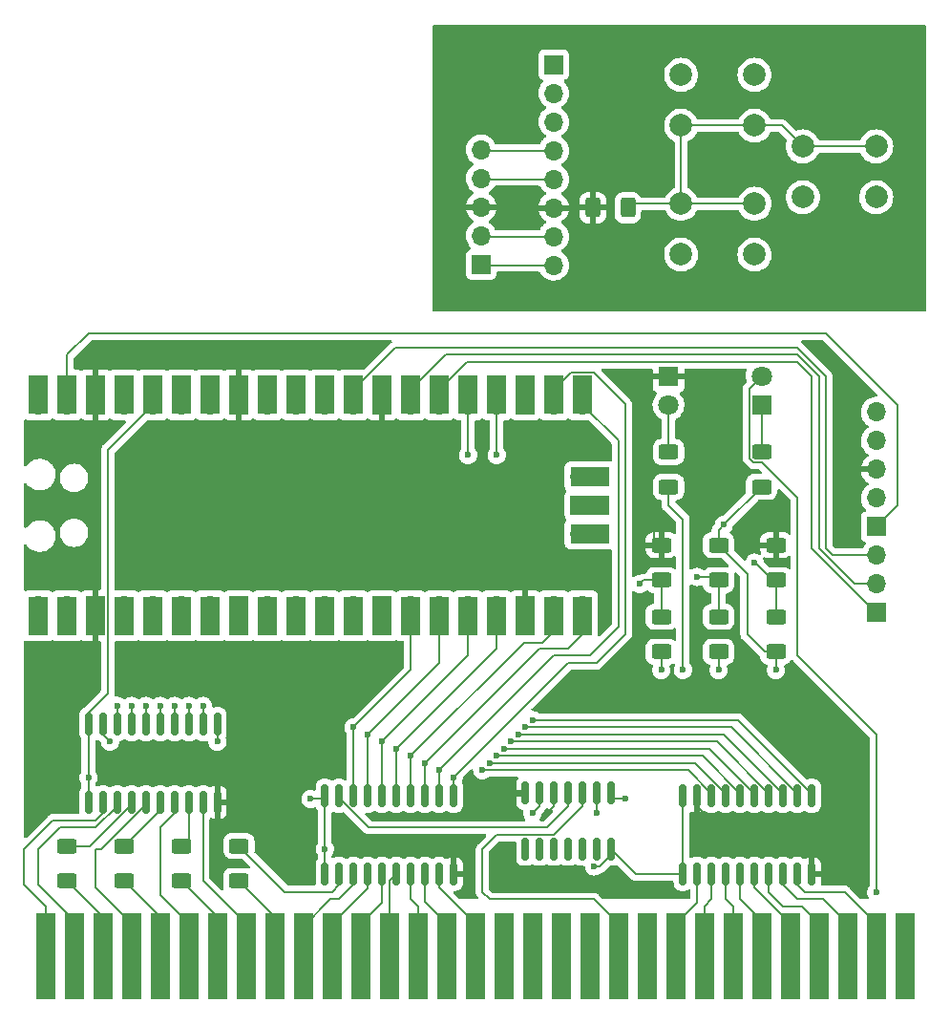
<source format=gbr>
%TF.GenerationSoftware,KiCad,Pcbnew,(6.0.5)*%
%TF.CreationDate,2022-06-17T20:08:42-05:00*%
%TF.ProjectId,ISA card rev2,49534120-6361-4726-9420-726576322e6b,rev?*%
%TF.SameCoordinates,Original*%
%TF.FileFunction,Copper,L1,Top*%
%TF.FilePolarity,Positive*%
%FSLAX46Y46*%
G04 Gerber Fmt 4.6, Leading zero omitted, Abs format (unit mm)*
G04 Created by KiCad (PCBNEW (6.0.5)) date 2022-06-17 20:08:42*
%MOMM*%
%LPD*%
G01*
G04 APERTURE LIST*
G04 Aperture macros list*
%AMRoundRect*
0 Rectangle with rounded corners*
0 $1 Rounding radius*
0 $2 $3 $4 $5 $6 $7 $8 $9 X,Y pos of 4 corners*
0 Add a 4 corners polygon primitive as box body*
4,1,4,$2,$3,$4,$5,$6,$7,$8,$9,$2,$3,0*
0 Add four circle primitives for the rounded corners*
1,1,$1+$1,$2,$3*
1,1,$1+$1,$4,$5*
1,1,$1+$1,$6,$7*
1,1,$1+$1,$8,$9*
0 Add four rect primitives between the rounded corners*
20,1,$1+$1,$2,$3,$4,$5,0*
20,1,$1+$1,$4,$5,$6,$7,0*
20,1,$1+$1,$6,$7,$8,$9,0*
20,1,$1+$1,$8,$9,$2,$3,0*%
G04 Aperture macros list end*
%TA.AperFunction,SMDPad,CuDef*%
%ADD10RoundRect,0.150000X-0.150000X0.825000X-0.150000X-0.825000X0.150000X-0.825000X0.150000X0.825000X0*%
%TD*%
%TA.AperFunction,SMDPad,CuDef*%
%ADD11R,3.500000X1.700000*%
%TD*%
%TA.AperFunction,ComponentPad*%
%ADD12O,1.700000X1.700000*%
%TD*%
%TA.AperFunction,ComponentPad*%
%ADD13R,1.700000X1.700000*%
%TD*%
%TA.AperFunction,SMDPad,CuDef*%
%ADD14R,1.700000X3.500000*%
%TD*%
%TA.AperFunction,SMDPad,CuDef*%
%ADD15RoundRect,0.250000X0.400000X0.625000X-0.400000X0.625000X-0.400000X-0.625000X0.400000X-0.625000X0*%
%TD*%
%TA.AperFunction,SMDPad,CuDef*%
%ADD16RoundRect,0.250000X0.625000X-0.400000X0.625000X0.400000X-0.625000X0.400000X-0.625000X-0.400000X0*%
%TD*%
%TA.AperFunction,SMDPad,CuDef*%
%ADD17RoundRect,0.250000X-0.625000X0.400000X-0.625000X-0.400000X0.625000X-0.400000X0.625000X0.400000X0*%
%TD*%
%TA.AperFunction,SMDPad,CuDef*%
%ADD18RoundRect,0.150000X0.150000X-0.837500X0.150000X0.837500X-0.150000X0.837500X-0.150000X-0.837500X0*%
%TD*%
%TA.AperFunction,ComponentPad*%
%ADD19C,2.000000*%
%TD*%
%TA.AperFunction,ConnectorPad*%
%ADD20R,1.780000X7.620000*%
%TD*%
%TA.AperFunction,ComponentPad*%
%ADD21R,1.800000X1.800000*%
%TD*%
%TA.AperFunction,ComponentPad*%
%ADD22C,1.800000*%
%TD*%
%TA.AperFunction,ViaPad*%
%ADD23C,0.600000*%
%TD*%
%TA.AperFunction,Conductor*%
%ADD24C,0.127000*%
%TD*%
%TA.AperFunction,Conductor*%
%ADD25C,0.200000*%
%TD*%
%TA.AperFunction,Conductor*%
%ADD26C,0.250000*%
%TD*%
G04 APERTURE END LIST*
D10*
%TO.P,U1,14,VCC*%
%TO.N,+3V3*%
X152400000Y-134620000D03*
%TO.P,U1,13*%
%TO.N,N/C*%
X151130000Y-134620000D03*
%TO.P,U1,12*%
X149860000Y-134620000D03*
%TO.P,U1,11*%
X148590000Y-134620000D03*
%TO.P,U1,10*%
X147320000Y-134620000D03*
%TO.P,U1,9*%
X146050000Y-134620000D03*
%TO.P,U1,8*%
X144780000Y-134620000D03*
%TO.P,U1,7,GND*%
%TO.N,GND*%
X144780000Y-129670000D03*
%TO.P,U1,6*%
%TO.N,/addr_byte*%
X146050000Y-129670000D03*
%TO.P,U1,5*%
%TO.N,GND*%
X147320000Y-129670000D03*
%TO.P,U1,4*%
%TO.N,Net-(U1-Pad4)*%
X148590000Y-129670000D03*
%TO.P,U1,3*%
%TO.N,Net-(J1-Pad42)*%
X149860000Y-129670000D03*
%TO.P,U1,2*%
%TO.N,Net-(J1-Pad13)*%
X151130000Y-129670000D03*
%TO.P,U1,1*%
%TO.N,/bus_ready*%
X152400000Y-129670000D03*
%TD*%
D11*
%TO.P,U5,43,SWDIO*%
%TO.N,unconnected-(U5-Pad43)*%
X150530000Y-101600000D03*
D12*
X149630000Y-101600000D03*
D11*
%TO.P,U5,42,GND*%
%TO.N,unconnected-(U5-Pad42)*%
X150530000Y-104140000D03*
D13*
X149630000Y-104140000D03*
D12*
%TO.P,U5,41,SWCLK*%
%TO.N,unconnected-(U5-Pad41)*%
X149630000Y-106680000D03*
D11*
X150530000Y-106680000D03*
D14*
%TO.P,U5,40,VBUS*%
%TO.N,unconnected-(U5-Pad40)*%
X101600000Y-94350000D03*
D12*
X101600000Y-95250000D03*
%TO.P,U5,39,VSYS*%
%TO.N,+5V*%
X104140000Y-95250000D03*
D14*
X104140000Y-94350000D03*
D13*
%TO.P,U5,38,GND*%
%TO.N,GND*%
X106680000Y-95250000D03*
D14*
X106680000Y-94350000D03*
D12*
%TO.P,U5,37,3V3_EN*%
%TO.N,unconnected-(U5-Pad37)*%
X109220000Y-95250000D03*
D14*
X109220000Y-94350000D03*
%TO.P,U5,36,3V3*%
%TO.N,+3V3*%
X111760000Y-94350000D03*
D12*
X111760000Y-95250000D03*
%TO.P,U5,35,ADC_VREF*%
%TO.N,unconnected-(U5-Pad35)*%
X114300000Y-95250000D03*
D14*
X114300000Y-94350000D03*
D12*
%TO.P,U5,34,GPIO28_ADC2*%
%TO.N,/+12Vmon*%
X116840000Y-95250000D03*
D14*
X116840000Y-94350000D03*
D13*
%TO.P,U5,33,AGND*%
%TO.N,GND*%
X119380000Y-95250000D03*
D14*
X119380000Y-94350000D03*
%TO.P,U5,32,GPIO27_ADC1*%
%TO.N,/-5Vmon*%
X121920000Y-94350000D03*
D12*
X121920000Y-95250000D03*
D14*
%TO.P,U5,31,GPIO26_ADC0*%
%TO.N,/+5Vmon*%
X124460000Y-94350000D03*
D12*
X124460000Y-95250000D03*
%TO.P,U5,30,RUN*%
%TO.N,unconnected-(U5-Pad30)*%
X127000000Y-95250000D03*
D14*
X127000000Y-94350000D03*
%TO.P,U5,29,GPIO22*%
%TO.N,Net-(U5-Pad29)*%
X129540000Y-94350000D03*
D12*
X129540000Y-95250000D03*
D14*
%TO.P,U5,28,GND*%
%TO.N,GND*%
X132080000Y-94350000D03*
D13*
X132080000Y-95250000D03*
D14*
%TO.P,U5,27,GPIO21*%
%TO.N,Net-(U5-Pad27)*%
X134620000Y-94350000D03*
D12*
X134620000Y-95250000D03*
%TO.P,U5,26,GPIO20*%
%TO.N,Net-(U5-Pad26)*%
X137160000Y-95250000D03*
D14*
X137160000Y-94350000D03*
D12*
%TO.P,U5,25,GPIO19*%
%TO.N,/addr_byte*%
X139700000Y-95250000D03*
D14*
X139700000Y-94350000D03*
%TO.P,U5,24,GPIO18*%
%TO.N,/bus_ready*%
X142240000Y-94350000D03*
D12*
X142240000Y-95250000D03*
D13*
%TO.P,U5,23,GND*%
%TO.N,unconnected-(U5-Pad23)*%
X144780000Y-95250000D03*
D14*
X144780000Y-94350000D03*
D12*
%TO.P,U5,22,GPIO17*%
%TO.N,/PA7*%
X147320000Y-95250000D03*
D14*
X147320000Y-94350000D03*
D12*
%TO.P,U5,21,GPIO16*%
%TO.N,/PA6*%
X149860000Y-95250000D03*
D14*
X149860000Y-94350000D03*
D12*
%TO.P,U5,20,GPIO15*%
%TO.N,/PA5*%
X149860000Y-113030000D03*
D14*
X149860000Y-113930000D03*
%TO.P,U5,19,GPIO14*%
%TO.N,/PA4*%
X147320000Y-113930000D03*
D12*
X147320000Y-113030000D03*
D13*
%TO.P,U5,18,GND*%
%TO.N,GND*%
X144780000Y-113030000D03*
D14*
X144780000Y-113930000D03*
D12*
%TO.P,U5,17,GPIO13*%
%TO.N,/PA3*%
X142240000Y-113030000D03*
D14*
X142240000Y-113930000D03*
D12*
%TO.P,U5,16,GPIO12*%
%TO.N,/PA2*%
X139700000Y-113030000D03*
D14*
X139700000Y-113930000D03*
%TO.P,U5,15,GPIO11*%
%TO.N,/PA1*%
X137160000Y-113930000D03*
D12*
X137160000Y-113030000D03*
%TO.P,U5,14,GPIO10*%
%TO.N,/PA0*%
X134620000Y-113030000D03*
D14*
X134620000Y-113930000D03*
%TO.P,U5,13,GND*%
%TO.N,unconnected-(U5-Pad13)*%
X132080000Y-113930000D03*
D13*
X132080000Y-113030000D03*
D14*
%TO.P,U5,12,GPIO9*%
%TO.N,/PD7*%
X129540000Y-113930000D03*
D12*
X129540000Y-113030000D03*
%TO.P,U5,11,GPIO8*%
%TO.N,/PD6*%
X127000000Y-113030000D03*
D14*
X127000000Y-113930000D03*
%TO.P,U5,10,GPIO7*%
%TO.N,/PD5*%
X124460000Y-113930000D03*
D12*
X124460000Y-113030000D03*
%TO.P,U5,9,GPIO6*%
%TO.N,/PD4*%
X121920000Y-113030000D03*
D14*
X121920000Y-113930000D03*
%TO.P,U5,8,GND*%
%TO.N,unconnected-(U5-Pad8)*%
X119380000Y-113930000D03*
D13*
X119380000Y-113030000D03*
D12*
%TO.P,U5,7,GPIO5*%
%TO.N,/PD3*%
X116840000Y-113030000D03*
D14*
X116840000Y-113930000D03*
%TO.P,U5,6,GPIO4*%
%TO.N,/PD2*%
X114300000Y-113930000D03*
D12*
X114300000Y-113030000D03*
D14*
%TO.P,U5,5,GPIO3*%
%TO.N,/PD1*%
X111760000Y-113930000D03*
D12*
X111760000Y-113030000D03*
D14*
%TO.P,U5,4,GPIO2*%
%TO.N,/PD0*%
X109220000Y-113930000D03*
D12*
X109220000Y-113030000D03*
D13*
%TO.P,U5,3,GND*%
%TO.N,GND*%
X106680000Y-113030000D03*
D14*
X106680000Y-113930000D03*
%TO.P,U5,2,GPIO1*%
%TO.N,/OLED_SCL*%
X104140000Y-113930000D03*
D12*
X104140000Y-113030000D03*
D14*
%TO.P,U5,1,GPIO0*%
%TO.N,/OLED_SDA*%
X101600000Y-113930000D03*
D12*
X101600000Y-113030000D03*
%TD*%
D15*
%TO.P,R13,1*%
%TO.N,Net-(SW1-Pad1)*%
X153875000Y-77760000D03*
%TO.P,R13,2*%
%TO.N,/remote_GND*%
X150775000Y-77760000D03*
%TD*%
D16*
%TO.P,R12,1*%
%TO.N,/+12Vmon*%
X156845000Y-110770000D03*
%TO.P,R12,2*%
%TO.N,GND*%
X156845000Y-107670000D03*
%TD*%
%TO.P,R11,1*%
%TO.N,Net-(J1-Pad9)*%
X156845000Y-117120000D03*
%TO.P,R11,2*%
%TO.N,/+12Vmon*%
X156845000Y-114020000D03*
%TD*%
%TO.P,R10,1*%
%TO.N,/-5Vmon*%
X161925000Y-110770000D03*
%TO.P,R10,2*%
%TO.N,+5V*%
X161925000Y-107670000D03*
%TD*%
%TO.P,R9,1*%
%TO.N,Net-(J1-Pad5)*%
X161925000Y-117120000D03*
%TO.P,R9,2*%
%TO.N,/-5Vmon*%
X161925000Y-114020000D03*
%TD*%
D17*
%TO.P,R8,1*%
%TO.N,/BA2*%
X104140000Y-134340000D03*
%TO.P,R8,2*%
%TO.N,Net-(J1-Pad60)*%
X104140000Y-137440000D03*
%TD*%
%TO.P,R7,1*%
%TO.N,/BA4*%
X109220000Y-134340000D03*
%TO.P,R7,2*%
%TO.N,Net-(J1-Pad58)*%
X109220000Y-137440000D03*
%TD*%
%TO.P,R6,1*%
%TO.N,/BA6*%
X114300000Y-134340000D03*
%TO.P,R6,2*%
%TO.N,Net-(J1-Pad56)*%
X114300000Y-137440000D03*
%TD*%
%TO.P,R5,1*%
%TO.N,/BA8*%
X119380000Y-134340000D03*
%TO.P,R5,2*%
%TO.N,Net-(J1-Pad54)*%
X119380000Y-137440000D03*
%TD*%
D16*
%TO.P,R4,1*%
%TO.N,/+5Vmon*%
X167005000Y-110770000D03*
%TO.P,R4,2*%
%TO.N,GND*%
X167005000Y-107670000D03*
%TD*%
%TO.P,R3,1*%
%TO.N,+5V*%
X165735000Y-102515000D03*
%TO.P,R3,2*%
%TO.N,Net-(D4-Pad1)*%
X165735000Y-99415000D03*
%TD*%
%TO.P,R2,1*%
%TO.N,+5V*%
X167005000Y-117120000D03*
%TO.P,R2,2*%
%TO.N,/+5Vmon*%
X167005000Y-114020000D03*
%TD*%
D17*
%TO.P,R1,2*%
%TO.N,Net-(J1-Pad7)*%
X157480000Y-102515000D03*
%TO.P,R1,1*%
%TO.N,Net-(D1-Pad2)*%
X157480000Y-99415000D03*
%TD*%
D18*
%TO.P,U4,1,A->B*%
%TO.N,+3V3*%
X106045000Y-130462500D03*
%TO.P,U4,2,A0*%
%TO.N,/BA0*%
X107315000Y-130462500D03*
%TO.P,U4,3,A1*%
%TO.N,/BA1*%
X108585000Y-130462500D03*
%TO.P,U4,4,A2*%
%TO.N,/BA2*%
X109855000Y-130462500D03*
%TO.P,U4,5,A3*%
%TO.N,/BA3*%
X111125000Y-130462500D03*
%TO.P,U4,6,A4*%
%TO.N,/BA4*%
X112395000Y-130462500D03*
%TO.P,U4,7,A5*%
%TO.N,/BA5*%
X113665000Y-130462500D03*
%TO.P,U4,8,A6*%
%TO.N,/BA6*%
X114935000Y-130462500D03*
%TO.P,U4,9,A7*%
%TO.N,/BA7*%
X116205000Y-130462500D03*
%TO.P,U4,10,GND*%
%TO.N,GND*%
X117475000Y-130462500D03*
%TO.P,U4,11,B7*%
%TO.N,/PA7*%
X117475000Y-123537500D03*
%TO.P,U4,12,B6*%
%TO.N,/PA6*%
X116205000Y-123537500D03*
%TO.P,U4,13,B5*%
%TO.N,/PA5*%
X114935000Y-123537500D03*
%TO.P,U4,14,B4*%
%TO.N,/PA4*%
X113665000Y-123537500D03*
%TO.P,U4,15,B3*%
%TO.N,/PA3*%
X112395000Y-123537500D03*
%TO.P,U4,16,B2*%
%TO.N,/PA2*%
X111125000Y-123537500D03*
%TO.P,U4,17,B1*%
%TO.N,/PA1*%
X109855000Y-123537500D03*
%TO.P,U4,18,B0*%
%TO.N,/PA0*%
X108585000Y-123537500D03*
%TO.P,U4,19,CE*%
%TO.N,/addr_byte*%
X107315000Y-123537500D03*
%TO.P,U4,20,VCC*%
%TO.N,+3V3*%
X106045000Y-123537500D03*
%TD*%
%TO.P,U3,1,A->B*%
%TO.N,+3V3*%
X127000000Y-136812500D03*
%TO.P,U3,2,A0*%
%TO.N,/BA8*%
X128270000Y-136812500D03*
%TO.P,U3,3,A1*%
%TO.N,/BA9*%
X129540000Y-136812500D03*
%TO.P,U3,4,A2*%
%TO.N,/BA10*%
X130810000Y-136812500D03*
%TO.P,U3,5,A3*%
%TO.N,/BA11*%
X132080000Y-136812500D03*
%TO.P,U3,6,A4*%
%TO.N,/BA12*%
X133350000Y-136812500D03*
%TO.P,U3,7,A5*%
%TO.N,/BA13*%
X134620000Y-136812500D03*
%TO.P,U3,8,A6*%
%TO.N,/BA14*%
X135890000Y-136812500D03*
%TO.P,U3,9,A7*%
%TO.N,/BA15*%
X137160000Y-136812500D03*
%TO.P,U3,10,GND*%
%TO.N,GND*%
X138430000Y-136812500D03*
%TO.P,U3,11,B7*%
%TO.N,/PA7*%
X138430000Y-129887500D03*
%TO.P,U3,12,B6*%
%TO.N,/PA6*%
X137160000Y-129887500D03*
%TO.P,U3,13,B5*%
%TO.N,/PA5*%
X135890000Y-129887500D03*
%TO.P,U3,14,B4*%
%TO.N,/PA4*%
X134620000Y-129887500D03*
%TO.P,U3,15,B3*%
%TO.N,/PA3*%
X133350000Y-129887500D03*
%TO.P,U3,16,B2*%
%TO.N,/PA2*%
X132080000Y-129887500D03*
%TO.P,U3,17,B1*%
%TO.N,/PA1*%
X130810000Y-129887500D03*
%TO.P,U3,18,B0*%
%TO.N,/PA0*%
X129540000Y-129887500D03*
%TO.P,U3,19,CE*%
%TO.N,Net-(U1-Pad4)*%
X128270000Y-129887500D03*
%TO.P,U3,20,VCC*%
%TO.N,+3V3*%
X127000000Y-129887500D03*
%TD*%
%TO.P,U2,20,VCC*%
%TO.N,+3V3*%
X158750000Y-129887500D03*
%TO.P,U2,19,CE*%
%TO.N,GND*%
X160020000Y-129887500D03*
%TO.P,U2,18,B0*%
%TO.N,/PD0*%
X161290000Y-129887500D03*
%TO.P,U2,17,B1*%
%TO.N,/PD1*%
X162560000Y-129887500D03*
%TO.P,U2,16,B2*%
%TO.N,/PD2*%
X163830000Y-129887500D03*
%TO.P,U2,15,B3*%
%TO.N,/PD3*%
X165100000Y-129887500D03*
%TO.P,U2,14,B4*%
%TO.N,/PD4*%
X166370000Y-129887500D03*
%TO.P,U2,13,B5*%
%TO.N,/PD5*%
X167640000Y-129887500D03*
%TO.P,U2,12,B6*%
%TO.N,/PD6*%
X168910000Y-129887500D03*
%TO.P,U2,11,B7*%
%TO.N,/PD7*%
X170180000Y-129887500D03*
%TO.P,U2,10,GND*%
%TO.N,GND*%
X170180000Y-136812500D03*
%TO.P,U2,9,A7*%
%TO.N,/BD7*%
X168910000Y-136812500D03*
%TO.P,U2,8,A6*%
%TO.N,/BD6*%
X167640000Y-136812500D03*
%TO.P,U2,7,A5*%
%TO.N,/BD5*%
X166370000Y-136812500D03*
%TO.P,U2,6,A4*%
%TO.N,/BD4*%
X165100000Y-136812500D03*
%TO.P,U2,5,A3*%
%TO.N,/BD3*%
X163830000Y-136812500D03*
%TO.P,U2,4,A2*%
%TO.N,/BD2*%
X162560000Y-136812500D03*
%TO.P,U2,3,A1*%
%TO.N,/BD1*%
X161290000Y-136812500D03*
%TO.P,U2,2,A0*%
%TO.N,/BD0*%
X160020000Y-136812500D03*
%TO.P,U2,1,A->B*%
%TO.N,+3V3*%
X158750000Y-136812500D03*
%TD*%
D19*
%TO.P,SW3,1,1*%
%TO.N,Net-(SW1-Pad1)*%
X169395000Y-72335000D03*
X175895000Y-72335000D03*
%TO.P,SW3,2,2*%
%TO.N,Net-(SW3-Pad2)*%
X169395000Y-76835000D03*
X175895000Y-76835000D03*
%TD*%
%TO.P,SW2,1,1*%
%TO.N,Net-(SW1-Pad1)*%
X158600000Y-77415000D03*
X165100000Y-77415000D03*
%TO.P,SW2,2,2*%
%TO.N,Net-(SW2-Pad2)*%
X158600000Y-81915000D03*
X165100000Y-81915000D03*
%TD*%
%TO.P,SW1,1,1*%
%TO.N,Net-(SW1-Pad1)*%
X165100000Y-70485000D03*
X158600000Y-70485000D03*
%TO.P,SW1,2,2*%
%TO.N,Net-(SW1-Pad2)*%
X165100000Y-65985000D03*
X158600000Y-65985000D03*
%TD*%
D12*
%TO.P,J5,3,Pin_3*%
%TO.N,Net-(U5-Pad29)*%
X175895000Y-108565000D03*
%TO.P,J5,2,Pin_2*%
%TO.N,Net-(U5-Pad27)*%
X175895000Y-111105000D03*
D13*
%TO.P,J5,1,Pin_1*%
%TO.N,Net-(U5-Pad26)*%
X175895000Y-113645000D03*
%TD*%
%TO.P,J4,1,Pin_1*%
%TO.N,Net-(J3-Pad8)*%
X140870000Y-82810000D03*
D12*
%TO.P,J4,2,Pin_2*%
%TO.N,Net-(J3-Pad7)*%
X140870000Y-80270000D03*
%TO.P,J4,3,Pin_3*%
%TO.N,/remote_GND*%
X140870000Y-77730000D03*
%TO.P,J4,4,Pin_4*%
%TO.N,Net-(J3-Pad5)*%
X140870000Y-75190000D03*
%TO.P,J4,5,Pin_5*%
%TO.N,Net-(J3-Pad4)*%
X140870000Y-72650000D03*
%TD*%
D13*
%TO.P,J3,1,Pin_1*%
%TO.N,Net-(SW1-Pad2)*%
X147295000Y-65075000D03*
D12*
%TO.P,J3,2,Pin_2*%
%TO.N,Net-(SW2-Pad2)*%
X147295000Y-67615000D03*
%TO.P,J3,3,Pin_3*%
%TO.N,Net-(SW3-Pad2)*%
X147295000Y-70155000D03*
%TO.P,J3,4,Pin_4*%
%TO.N,Net-(J3-Pad4)*%
X147295000Y-72695000D03*
%TO.P,J3,5,Pin_5*%
%TO.N,Net-(J3-Pad5)*%
X147295000Y-75235000D03*
%TO.P,J3,6,Pin_6*%
%TO.N,/remote_GND*%
X147295000Y-77775000D03*
%TO.P,J3,7,Pin_7*%
%TO.N,Net-(J3-Pad7)*%
X147295000Y-80315000D03*
%TO.P,J3,8,Pin_8*%
%TO.N,Net-(J3-Pad8)*%
X147295000Y-82855000D03*
%TD*%
%TO.P,J2,5,Pin_5*%
%TO.N,/OLED_SCL*%
X175895000Y-95880000D03*
%TO.P,J2,4,Pin_4*%
%TO.N,/OLED_SDA*%
X175895000Y-98420000D03*
%TO.P,J2,3,Pin_3*%
%TO.N,GND*%
X175895000Y-100960000D03*
%TO.P,J2,2,Pin_2*%
%TO.N,+3V3*%
X175895000Y-103500000D03*
D13*
%TO.P,J2,1,Pin_1*%
%TO.N,+5V*%
X175895000Y-106040000D03*
%TD*%
D20*
%TO.P,J1,32,IO*%
%TO.N,unconnected-(J1-Pad32)*%
X178440000Y-144145000D03*
%TO.P,J1,33,DB7*%
%TO.N,/BD7*%
X175900000Y-144145000D03*
%TO.P,J1,34,DB6*%
%TO.N,/BD6*%
X173360000Y-144145000D03*
%TO.P,J1,35,DB5*%
%TO.N,/BD5*%
X170820000Y-144145000D03*
%TO.P,J1,36,DB4*%
%TO.N,/BD4*%
X168280000Y-144145000D03*
%TO.P,J1,37,DB3*%
%TO.N,/BD3*%
X165740000Y-144145000D03*
%TO.P,J1,38,DB2*%
%TO.N,/BD2*%
X163200000Y-144145000D03*
%TO.P,J1,39,DB1*%
%TO.N,/BD1*%
X160660000Y-144145000D03*
%TO.P,J1,40,DB0*%
%TO.N,/BD0*%
X158120000Y-144145000D03*
%TO.P,J1,41,IO_READY*%
%TO.N,unconnected-(J1-Pad41)*%
X155580000Y-144145000D03*
%TO.P,J1,42,AEN*%
%TO.N,Net-(J1-Pad42)*%
X153040000Y-144145000D03*
%TO.P,J1,43,BA19*%
%TO.N,unconnected-(J1-Pad43)*%
X150500000Y-144145000D03*
%TO.P,J1,44,BA18*%
%TO.N,unconnected-(J1-Pad44)*%
X147960000Y-144145000D03*
%TO.P,J1,45,BA17*%
%TO.N,unconnected-(J1-Pad45)*%
X145420000Y-144145000D03*
%TO.P,J1,46,BA16*%
%TO.N,unconnected-(J1-Pad46)*%
X142880000Y-144145000D03*
%TO.P,J1,47,BA15*%
%TO.N,/BA15*%
X140340000Y-144145000D03*
%TO.P,J1,48,BA14*%
%TO.N,/BA14*%
X137800000Y-144145000D03*
%TO.P,J1,49,BA13*%
%TO.N,/BA13*%
X135260000Y-144145000D03*
%TO.P,J1,50,BA12*%
%TO.N,/BA12*%
X132720000Y-144145000D03*
%TO.P,J1,51,BA11*%
%TO.N,/BA11*%
X130180000Y-144145000D03*
%TO.P,J1,52,BA10*%
%TO.N,/BA10*%
X127640000Y-144145000D03*
%TO.P,J1,53,BA09*%
%TO.N,/BA9*%
X125100000Y-144145000D03*
%TO.P,J1,54,BA08*%
%TO.N,Net-(J1-Pad54)*%
X122560000Y-144145000D03*
%TO.P,J1,55,BA07*%
%TO.N,/BA7*%
X120020000Y-144145000D03*
%TO.P,J1,56,BA06*%
%TO.N,Net-(J1-Pad56)*%
X117480000Y-144145000D03*
%TO.P,J1,57,BA05*%
%TO.N,/BA5*%
X114940000Y-144145000D03*
%TO.P,J1,58,BA04*%
%TO.N,Net-(J1-Pad58)*%
X112400000Y-144145000D03*
%TO.P,J1,59,BA03*%
%TO.N,/BA3*%
X109860000Y-144145000D03*
%TO.P,J1,60,BA02*%
%TO.N,Net-(J1-Pad60)*%
X107320000Y-144145000D03*
%TO.P,J1,61,BA01*%
%TO.N,/BA1*%
X104780000Y-144145000D03*
%TO.P,J1,62,BA00*%
%TO.N,/BA0*%
X102240000Y-144145000D03*
%TD*%
D21*
%TO.P,D4,1,K*%
%TO.N,Net-(D4-Pad1)*%
X165735000Y-95255000D03*
D22*
%TO.P,D4,2,A*%
%TO.N,Net-(D4-Pad2)*%
X165735000Y-92715000D03*
%TD*%
D21*
%TO.P,D1,1,K*%
%TO.N,GND*%
X157480000Y-92705000D03*
D22*
%TO.P,D1,2,A*%
%TO.N,Net-(D1-Pad2)*%
X157480000Y-95245000D03*
%TD*%
D23*
%TO.N,GND*%
X174752000Y-136652000D03*
X101092000Y-131572000D03*
%TO.N,+3V3*%
X150876000Y-136144000D03*
%TO.N,GND*%
X155575000Y-138430000D03*
X139700000Y-137160000D03*
X165100000Y-107315000D03*
X156210000Y-106045000D03*
X161290000Y-132080000D03*
X143510000Y-130175000D03*
X146685000Y-131445000D03*
X171450000Y-137160000D03*
X117475000Y-132080000D03*
%TO.N,/addr_byte*%
X139700000Y-99695000D03*
%TO.N,/bus_ready*%
X142240000Y-99695000D03*
X153670000Y-130175000D03*
%TO.N,/PD0*%
X140970000Y-127635000D03*
%TO.N,/PD1*%
X141605000Y-127000000D03*
%TO.N,/PD2*%
X142240000Y-126365000D03*
%TO.N,/PD3*%
X142875000Y-125730000D03*
%TO.N,/PD4*%
X143510000Y-125095000D03*
%TO.N,/PD5*%
X144145000Y-124460000D03*
%TO.N,/PD6*%
X144780000Y-123825000D03*
%TO.N,/PD7*%
X145415000Y-123190000D03*
%TO.N,Net-(J1-Pad13)*%
X151130000Y-131445000D03*
%TO.N,+3V3*%
X127000000Y-134620000D03*
X125730000Y-130175000D03*
X106045000Y-128270000D03*
%TO.N,/addr_byte*%
X107950000Y-125095000D03*
X145415000Y-131445000D03*
%TO.N,+5V*%
X162382500Y-105867500D03*
X167005000Y-118745000D03*
%TO.N,Net-(J1-Pad5)*%
X161925000Y-118745000D03*
%TO.N,Net-(J1-Pad7)*%
X158750000Y-118745000D03*
%TO.N,Net-(J1-Pad9)*%
X156845000Y-118745000D03*
%TO.N,Net-(D4-Pad2)*%
X175895000Y-138430000D03*
%TO.N,/-5Vmon*%
X160020000Y-110490000D03*
%TO.N,/+12Vmon*%
X154940000Y-111125000D03*
%TO.N,/+5Vmon*%
X165100000Y-109220000D03*
%TO.N,/PA0*%
X108585000Y-121920000D03*
%TO.N,/PA1*%
X109855000Y-121920000D03*
%TO.N,/PA2*%
X111125000Y-121920000D03*
%TO.N,/PA3*%
X112395000Y-121920000D03*
%TO.N,/PA4*%
X113665000Y-121920000D03*
%TO.N,/PA5*%
X114935000Y-121920000D03*
%TO.N,/PA6*%
X116205000Y-121920000D03*
%TO.N,/PA7*%
X117475000Y-125095000D03*
%TO.N,/PA0*%
X129540000Y-123825000D03*
%TO.N,/PA1*%
X130810000Y-124460000D03*
%TO.N,/PA2*%
X132080000Y-125095000D03*
%TO.N,/PA3*%
X133350000Y-125730000D03*
%TO.N,/PA4*%
X134620000Y-126365000D03*
%TO.N,/PA5*%
X135890000Y-127000000D03*
%TO.N,/PA6*%
X137160000Y-127635000D03*
%TO.N,/PA7*%
X138430000Y-128270000D03*
%TD*%
D24*
%TO.N,/PA4*%
X146304000Y-116332000D02*
X147320000Y-115316000D01*
X147320000Y-115316000D02*
X147320000Y-113030000D01*
X144653000Y-116332000D02*
X146304000Y-116332000D01*
X134620000Y-126365000D02*
X144653000Y-116332000D01*
D25*
%TO.N,+3V3*%
X154592500Y-136812500D02*
X158750000Y-136812500D01*
X152400000Y-134620000D02*
X154592500Y-136812500D01*
X152400000Y-135128000D02*
X152400000Y-134620000D01*
X151384000Y-136144000D02*
X152400000Y-135128000D01*
X150876000Y-136144000D02*
X151384000Y-136144000D01*
%TO.N,GND*%
X139352500Y-136812500D02*
X139700000Y-137160000D01*
X138430000Y-136812500D02*
X139352500Y-136812500D01*
X156210000Y-107035000D02*
X156210000Y-106045000D01*
X156845000Y-107670000D02*
X156210000Y-107035000D01*
X165100000Y-107315000D02*
X165455000Y-107670000D01*
X167005000Y-107670000D02*
X165455000Y-107670000D01*
X143510000Y-130175000D02*
X143797500Y-129887500D01*
X144780000Y-129887500D02*
X143797500Y-129887500D01*
X147320000Y-130810000D02*
X146685000Y-131445000D01*
X147320000Y-129887500D02*
X147320000Y-130810000D01*
X160020000Y-130810000D02*
X161290000Y-132080000D01*
X160020000Y-129887500D02*
X160020000Y-130810000D01*
X171450000Y-137160000D02*
X171102500Y-136812500D01*
X170180000Y-136812500D02*
X171102500Y-136812500D01*
D24*
X117475000Y-130462500D02*
X117475000Y-132080000D01*
%TO.N,Net-(J3-Pad4)*%
X140915000Y-72695000D02*
X140870000Y-72650000D01*
X147295000Y-72695000D02*
X140915000Y-72695000D01*
%TO.N,Net-(J3-Pad5)*%
X147295000Y-75235000D02*
X140915000Y-75235000D01*
X140915000Y-75235000D02*
X140870000Y-75190000D01*
%TO.N,/remote_GND*%
X140915000Y-77775000D02*
X140870000Y-77730000D01*
X147295000Y-77775000D02*
X140915000Y-77775000D01*
%TO.N,Net-(J3-Pad7)*%
X140915000Y-80315000D02*
X140870000Y-80270000D01*
X147295000Y-80315000D02*
X140915000Y-80315000D01*
%TO.N,Net-(J3-Pad8)*%
X140915000Y-82855000D02*
X140870000Y-82810000D01*
X147295000Y-82855000D02*
X140915000Y-82855000D01*
%TO.N,Net-(SW1-Pad1)*%
X169395000Y-72335000D02*
X175895000Y-72335000D01*
X167545000Y-70485000D02*
X169395000Y-72335000D01*
X165100000Y-70485000D02*
X167545000Y-70485000D01*
X158600000Y-70485000D02*
X165100000Y-70485000D01*
X158600000Y-77415000D02*
X165100000Y-77415000D01*
X158600000Y-77415000D02*
X158600000Y-70485000D01*
X154220000Y-77415000D02*
X158600000Y-77415000D01*
X153875000Y-77760000D02*
X154220000Y-77415000D01*
%TO.N,/remote_GND*%
X150760000Y-77775000D02*
X150775000Y-77760000D01*
X147295000Y-77775000D02*
X150760000Y-77775000D01*
%TO.N,/bus_ready*%
X142240000Y-99695000D02*
X142240000Y-95250000D01*
%TO.N,/addr_byte*%
X139700000Y-99695000D02*
X139700000Y-95250000D01*
%TO.N,/bus_ready*%
X152687500Y-130175000D02*
X153670000Y-130175000D01*
X152400000Y-129887500D02*
X152687500Y-130175000D01*
%TO.N,/PD0*%
X159235860Y-127635000D02*
X140970000Y-127635000D01*
X161290000Y-129689140D02*
X159235860Y-127635000D01*
X161290000Y-129887500D02*
X161290000Y-129689140D01*
%TO.N,/PD1*%
X159870860Y-127000000D02*
X141605000Y-127000000D01*
X162560000Y-129887500D02*
X162560000Y-129689140D01*
X162560000Y-129689140D02*
X159870860Y-127000000D01*
%TO.N,/PD2*%
X160505860Y-126365000D02*
X142240000Y-126365000D01*
X163830000Y-129887500D02*
X163830000Y-129689140D01*
X163830000Y-129689140D02*
X160505860Y-126365000D01*
%TO.N,/PD3*%
X161140860Y-125730000D02*
X142875000Y-125730000D01*
X165100000Y-129689140D02*
X161140860Y-125730000D01*
X165100000Y-129887500D02*
X165100000Y-129689140D01*
%TO.N,/PD4*%
X161775860Y-125095000D02*
X143510000Y-125095000D01*
X166370000Y-129689140D02*
X161775860Y-125095000D01*
X166370000Y-129887500D02*
X166370000Y-129689140D01*
%TO.N,/PD5*%
X162410860Y-124460000D02*
X144145000Y-124460000D01*
X167640000Y-129689140D02*
X162410860Y-124460000D01*
X167640000Y-129887500D02*
X167640000Y-129689140D01*
%TO.N,/PD6*%
X163045860Y-123825000D02*
X144780000Y-123825000D01*
X168910000Y-129887500D02*
X168910000Y-129689140D01*
X168910000Y-129689140D02*
X163045860Y-123825000D01*
%TO.N,/PD7*%
X163680860Y-123190000D02*
X145415000Y-123190000D01*
X170180000Y-129887500D02*
X170180000Y-129689140D01*
X170180000Y-129689140D02*
X163680860Y-123190000D01*
%TO.N,Net-(J1-Pad13)*%
X151130000Y-131445000D02*
X151130000Y-129887500D01*
D25*
%TO.N,+3V3*%
X158750000Y-136812500D02*
X158750000Y-129887500D01*
X127000000Y-134620000D02*
X127000000Y-136812500D01*
X127000000Y-129887500D02*
X127000000Y-134620000D01*
X125730000Y-130175000D02*
X126712500Y-130175000D01*
X126712500Y-130175000D02*
X127000000Y-129887500D01*
X106045000Y-128270000D02*
X106045000Y-130462500D01*
X106045000Y-123537500D02*
X106045000Y-128270000D01*
X106045000Y-122555000D02*
X106045000Y-123537500D01*
X107756511Y-99253489D02*
X107756511Y-120843489D01*
X107756511Y-120843489D02*
X106045000Y-122555000D01*
X111760000Y-95250000D02*
X107756511Y-99253489D01*
%TO.N,+5V*%
X106045000Y-88900000D02*
X104140000Y-90805000D01*
X177800000Y-95250000D02*
X171450000Y-88900000D01*
X177800000Y-104135000D02*
X177800000Y-95250000D01*
X171450000Y-88900000D02*
X106045000Y-88900000D01*
X175895000Y-106040000D02*
X177800000Y-104135000D01*
X104140000Y-90805000D02*
X104140000Y-95250000D01*
D24*
%TO.N,/addr_byte*%
X107315000Y-124460000D02*
X107950000Y-125095000D01*
X107315000Y-123537500D02*
X107315000Y-124460000D01*
X146050000Y-130810000D02*
X145415000Y-131445000D01*
X146050000Y-129887500D02*
X146050000Y-130810000D01*
%TO.N,Net-(J1-Pad42)*%
X153040000Y-141225000D02*
X153040000Y-144145000D01*
X141605000Y-139065000D02*
X150880000Y-139065000D01*
X150880000Y-139065000D02*
X153040000Y-141225000D01*
X140970000Y-138430000D02*
X141605000Y-139065000D01*
X142240000Y-133350000D02*
X140970000Y-134620000D01*
X147320000Y-133350000D02*
X142240000Y-133350000D01*
X140970000Y-134620000D02*
X140970000Y-138430000D01*
X149860000Y-130810000D02*
X147320000Y-133350000D01*
X149860000Y-129887500D02*
X149860000Y-130810000D01*
%TO.N,Net-(U1-Pad4)*%
X146685000Y-132715000D02*
X148590000Y-130810000D01*
X148590000Y-130810000D02*
X148590000Y-129887500D01*
X130899140Y-132715000D02*
X146685000Y-132715000D01*
X128270000Y-129887500D02*
X128270000Y-130085860D01*
X128270000Y-130085860D02*
X130899140Y-132715000D01*
D25*
%TO.N,+5V*%
X162382500Y-105867500D02*
X165735000Y-102515000D01*
D24*
%TO.N,Net-(U5-Pad29)*%
X133279978Y-90170000D02*
X129540000Y-93909978D01*
X171450000Y-92710000D02*
X168910000Y-90170000D01*
X168910000Y-90170000D02*
X133279978Y-90170000D01*
X129540000Y-93909978D02*
X129540000Y-95250000D01*
X171450000Y-107950000D02*
X171450000Y-92710000D01*
%TO.N,Net-(U5-Pad27)*%
X137724978Y-90805000D02*
X134620000Y-93909978D01*
X168910000Y-90805000D02*
X137724978Y-90805000D01*
X170815000Y-92710000D02*
X168910000Y-90805000D01*
X134620000Y-93909978D02*
X134620000Y-95250000D01*
X170815000Y-107950000D02*
X170815000Y-92710000D01*
X175895000Y-111105000D02*
X173970000Y-111105000D01*
X173970000Y-111105000D02*
X170815000Y-107950000D01*
%TO.N,Net-(U5-Pad29)*%
X175895000Y-108565000D02*
X172065000Y-108565000D01*
X172065000Y-108565000D02*
X171450000Y-107950000D01*
%TO.N,Net-(U5-Pad26)*%
X139629978Y-91440000D02*
X137160000Y-93909978D01*
X168910000Y-91440000D02*
X139629978Y-91440000D01*
X137160000Y-93909978D02*
X137160000Y-95250000D01*
X170180000Y-92710000D02*
X168910000Y-91440000D01*
X170180000Y-107950000D02*
X170180000Y-92710000D01*
X175875000Y-113645000D02*
X170180000Y-107950000D01*
X175895000Y-113645000D02*
X175875000Y-113645000D01*
%TO.N,Net-(D4-Pad2)*%
X168910000Y-103505000D02*
X168910000Y-117475000D01*
X165735000Y-100330000D02*
X168910000Y-103505000D01*
X165002718Y-100330000D02*
X165735000Y-100330000D01*
X164644989Y-99972271D02*
X165002718Y-100330000D01*
X168910000Y-117475000D02*
X175895000Y-124460000D01*
X164644989Y-93805011D02*
X164644989Y-99972271D01*
X175895000Y-124460000D02*
X175895000Y-138430000D01*
X165735000Y-92715000D02*
X164644989Y-93805011D01*
%TO.N,/BD7*%
X169545000Y-138430000D02*
X168910000Y-137795000D01*
X173105000Y-138430000D02*
X169545000Y-138430000D01*
X168910000Y-137795000D02*
X168910000Y-136812500D01*
%TO.N,/BD1*%
X160660000Y-139695000D02*
X161290000Y-139065000D01*
X161290000Y-139065000D02*
X161290000Y-136812500D01*
%TO.N,/BD2*%
X163200000Y-139705000D02*
X162560000Y-139065000D01*
X162560000Y-139065000D02*
X162560000Y-136812500D01*
%TO.N,/BD6*%
X168910000Y-139065000D02*
X167640000Y-137795000D01*
X167640000Y-137795000D02*
X167640000Y-136812500D01*
X171200000Y-139065000D02*
X168910000Y-139065000D01*
%TO.N,/BD0*%
X160020000Y-139325000D02*
X160020000Y-136812500D01*
%TO.N,/BD5*%
X169295000Y-139700000D02*
X167640000Y-139700000D01*
X167640000Y-139700000D02*
X166370000Y-138430000D01*
X166370000Y-138430000D02*
X166370000Y-136812500D01*
%TO.N,/BD3*%
X163830000Y-139065000D02*
X163830000Y-136812500D01*
%TO.N,/BD4*%
X165100000Y-138045000D02*
X165100000Y-136812500D01*
%TO.N,/BD7*%
X175900000Y-141225000D02*
X173105000Y-138430000D01*
%TO.N,/BD6*%
X173360000Y-141225000D02*
X171200000Y-139065000D01*
%TO.N,/BD0*%
X158120000Y-141225000D02*
X160020000Y-139325000D01*
%TO.N,/BD5*%
X170820000Y-141225000D02*
X169295000Y-139700000D01*
%TO.N,/BD3*%
X165740000Y-140975000D02*
X163830000Y-139065000D01*
%TO.N,/BD4*%
X168280000Y-141225000D02*
X165100000Y-138045000D01*
%TO.N,Net-(J1-Pad58)*%
X112400000Y-144145000D02*
X112400000Y-140620000D01*
X112400000Y-140620000D02*
X109220000Y-137440000D01*
%TO.N,Net-(J1-Pad60)*%
X107320000Y-140620000D02*
X104140000Y-137440000D01*
X107320000Y-144145000D02*
X107320000Y-140620000D01*
D25*
%TO.N,/-5Vmon*%
X161645000Y-110490000D02*
X160020000Y-110490000D01*
X161925000Y-110770000D02*
X161645000Y-110490000D01*
%TO.N,Net-(J1-Pad7)*%
X157480000Y-104140000D02*
X157480000Y-102515000D01*
X158750000Y-105410000D02*
X157480000Y-104140000D01*
X158750000Y-118745000D02*
X158750000Y-105410000D01*
D24*
%TO.N,/+5Vmon*%
X165175000Y-109220000D02*
X165100000Y-109220000D01*
X166725000Y-110770000D02*
X165175000Y-109220000D01*
X167005000Y-110770000D02*
X166725000Y-110770000D01*
%TO.N,/+12Vmon*%
X155295000Y-110770000D02*
X154940000Y-111125000D01*
X156845000Y-110770000D02*
X155295000Y-110770000D01*
%TO.N,/PA5*%
X149860000Y-115570000D02*
X149860000Y-113030000D01*
X148590000Y-116840000D02*
X149860000Y-115570000D01*
X146050000Y-116840000D02*
X148590000Y-116840000D01*
X135890000Y-127000000D02*
X146050000Y-116840000D01*
D25*
%TO.N,Net-(D1-Pad2)*%
X157480000Y-99415000D02*
X157480000Y-95245000D01*
%TO.N,Net-(D4-Pad1)*%
X165735000Y-99415000D02*
X165735000Y-95255000D01*
%TO.N,+5V*%
X161925000Y-106325000D02*
X162382500Y-105867500D01*
X161925000Y-107670000D02*
X161925000Y-106325000D01*
X166015000Y-117120000D02*
X167005000Y-117120000D01*
X164465000Y-115570000D02*
X166015000Y-117120000D01*
X164465000Y-110210000D02*
X164465000Y-115570000D01*
X161925000Y-107670000D02*
X164465000Y-110210000D01*
%TO.N,/+5Vmon*%
X167005000Y-114020000D02*
X167005000Y-110770000D01*
%TO.N,/-5Vmon*%
X161925000Y-114020000D02*
X161925000Y-110770000D01*
%TO.N,/+12Vmon*%
X156845000Y-114020000D02*
X156845000Y-110770000D01*
%TO.N,+5V*%
X167005000Y-118745000D02*
X167005000Y-117120000D01*
%TO.N,Net-(J1-Pad5)*%
X161925000Y-118745000D02*
X161925000Y-117120000D01*
%TO.N,Net-(J1-Pad9)*%
X156845000Y-118745000D02*
X156845000Y-117120000D01*
D24*
%TO.N,/PA7*%
X147320000Y-93909978D02*
X147320000Y-95250000D01*
X148819989Y-92409989D02*
X147320000Y-93909978D01*
X150900011Y-92409989D02*
X148819989Y-92409989D01*
X153670000Y-115570000D02*
X153670000Y-95179978D01*
X151130000Y-118110000D02*
X153670000Y-115570000D01*
X148590000Y-118110000D02*
X151130000Y-118110000D01*
X153670000Y-95179978D02*
X150900011Y-92409989D01*
X138430000Y-128270000D02*
X148590000Y-118110000D01*
%TO.N,/PA6*%
X153035000Y-114935000D02*
X153035000Y-98425000D01*
X147320000Y-117475000D02*
X150495000Y-117475000D01*
X137160000Y-127635000D02*
X147320000Y-117475000D01*
X150495000Y-117475000D02*
X153035000Y-114935000D01*
X153035000Y-98425000D02*
X149860000Y-95250000D01*
%TO.N,/PA3*%
X133350000Y-125730000D02*
X142240000Y-116840000D01*
X142240000Y-116840000D02*
X142240000Y-113030000D01*
%TO.N,/PA2*%
X132080000Y-125095000D02*
X139700000Y-117475000D01*
X139700000Y-117475000D02*
X139700000Y-113030000D01*
%TO.N,/PA1*%
X137160000Y-118110000D02*
X137160000Y-113030000D01*
X130810000Y-124460000D02*
X137160000Y-118110000D01*
%TO.N,/PA0*%
X134620000Y-118745000D02*
X134620000Y-113030000D01*
X129540000Y-123825000D02*
X134620000Y-118745000D01*
X108585000Y-123537500D02*
X108585000Y-121920000D01*
%TO.N,/PA1*%
X109855000Y-123537500D02*
X109855000Y-121920000D01*
%TO.N,/PA2*%
X111125000Y-123537500D02*
X111125000Y-121920000D01*
%TO.N,/PA3*%
X112395000Y-123537500D02*
X112395000Y-121920000D01*
%TO.N,/PA4*%
X113665000Y-123537500D02*
X113665000Y-121920000D01*
%TO.N,/PA5*%
X114935000Y-123537500D02*
X114935000Y-121920000D01*
%TO.N,/PA6*%
X116205000Y-123537500D02*
X116205000Y-121920000D01*
%TO.N,/PA7*%
X117475000Y-123537500D02*
X117475000Y-125095000D01*
X138430000Y-129887500D02*
X138430000Y-128270000D01*
%TO.N,/PA6*%
X137160000Y-129887500D02*
X137160000Y-127635000D01*
%TO.N,/PA5*%
X135890000Y-129887500D02*
X135890000Y-127000000D01*
%TO.N,/PA4*%
X134620000Y-129887500D02*
X134620000Y-126365000D01*
%TO.N,/PA3*%
X133350000Y-129887500D02*
X133350000Y-125730000D01*
%TO.N,/PA2*%
X132080000Y-129887500D02*
X132080000Y-125095000D01*
%TO.N,/PA1*%
X130810000Y-129887500D02*
X130810000Y-124460000D01*
%TO.N,/PA0*%
X129540000Y-129887500D02*
X129540000Y-123825000D01*
%TO.N,/BD7*%
X175900000Y-144145000D02*
X175900000Y-141225000D01*
%TO.N,/BD6*%
X173360000Y-144145000D02*
X173360000Y-141225000D01*
%TO.N,/BD5*%
X170820000Y-144145000D02*
X170820000Y-141225000D01*
%TO.N,/BD4*%
X168280000Y-144145000D02*
X168280000Y-141225000D01*
%TO.N,/BD3*%
X165740000Y-144145000D02*
X165740000Y-140975000D01*
%TO.N,/BD2*%
X163200000Y-144145000D02*
X163200000Y-139705000D01*
%TO.N,/BD1*%
X160660000Y-144145000D02*
X160660000Y-139695000D01*
%TO.N,/BA15*%
X137160000Y-138045000D02*
X137160000Y-136812500D01*
X140340000Y-141225000D02*
X137160000Y-138045000D01*
%TO.N,/BA14*%
X135890000Y-139315000D02*
X135890000Y-136812500D01*
X137800000Y-144145000D02*
X137800000Y-141225000D01*
X137800000Y-141225000D02*
X135890000Y-139315000D01*
%TO.N,/BA13*%
X135260000Y-139705000D02*
X134620000Y-139065000D01*
X135260000Y-144145000D02*
X135260000Y-139705000D01*
X134620000Y-139065000D02*
X134620000Y-136812500D01*
%TO.N,/BA12*%
X132720000Y-137442500D02*
X133350000Y-136812500D01*
X132720000Y-144145000D02*
X132720000Y-137442500D01*
%TO.N,/BA11*%
X132080000Y-139325000D02*
X132080000Y-136812500D01*
X130180000Y-141225000D02*
X132080000Y-139325000D01*
%TO.N,/BA10*%
X130810000Y-138055000D02*
X130810000Y-136812500D01*
X127640000Y-141225000D02*
X130810000Y-138055000D01*
%TO.N,/BA9*%
X129540000Y-137795000D02*
X129540000Y-136812500D01*
X127485860Y-139065000D02*
X128270000Y-139065000D01*
X128270000Y-139065000D02*
X129540000Y-137795000D01*
X125100000Y-141450860D02*
X127485860Y-139065000D01*
X125100000Y-144145000D02*
X125100000Y-141450860D01*
%TO.N,/BA8*%
X128270000Y-137795000D02*
X128270000Y-136812500D01*
X127635000Y-138430000D02*
X128270000Y-137795000D01*
X123470000Y-138430000D02*
X127635000Y-138430000D01*
X119380000Y-134340000D02*
X123470000Y-138430000D01*
%TO.N,Net-(J1-Pad54)*%
X122560000Y-140620000D02*
X119380000Y-137440000D01*
X122560000Y-144145000D02*
X122560000Y-140620000D01*
%TO.N,/BA7*%
X116205000Y-137410000D02*
X116205000Y-130462500D01*
X120020000Y-141225000D02*
X116205000Y-137410000D01*
X120020000Y-144145000D02*
X120020000Y-141225000D01*
%TO.N,Net-(J1-Pad56)*%
X117480000Y-144145000D02*
X117480000Y-140620000D01*
X117480000Y-140620000D02*
X114300000Y-137440000D01*
%TO.N,/BD0*%
X158120000Y-144145000D02*
X158120000Y-141225000D01*
%TO.N,/BA5*%
X112395000Y-132715000D02*
X113665000Y-131445000D01*
X112395000Y-138680000D02*
X112395000Y-132715000D01*
X113665000Y-131445000D02*
X113665000Y-130462500D01*
X114940000Y-144145000D02*
X114940000Y-141225000D01*
X114940000Y-141225000D02*
X112395000Y-138680000D01*
%TO.N,/BA3*%
X106680000Y-134620000D02*
X107165860Y-134620000D01*
X107165860Y-134620000D02*
X111125000Y-130660860D01*
X106680000Y-138045000D02*
X106680000Y-134620000D01*
X109860000Y-141225000D02*
X106680000Y-138045000D01*
X111125000Y-130660860D02*
X111125000Y-130462500D01*
X109860000Y-144145000D02*
X109860000Y-141225000D01*
%TO.N,/BA1*%
X108585000Y-130810000D02*
X108585000Y-130462500D01*
X106680000Y-132715000D02*
X108585000Y-130810000D01*
X101600000Y-134620000D02*
X103505000Y-132715000D01*
X103505000Y-132715000D02*
X106680000Y-132715000D01*
X101600000Y-137795000D02*
X101600000Y-134620000D01*
X104780000Y-144145000D02*
X104780000Y-140975000D01*
X104780000Y-140975000D02*
X101600000Y-137795000D01*
%TO.N,/BA0*%
X106680000Y-132080000D02*
X107315000Y-131445000D01*
X107315000Y-131445000D02*
X107315000Y-130462500D01*
X102870000Y-132080000D02*
X106680000Y-132080000D01*
X100330000Y-137795000D02*
X100330000Y-134620000D01*
X102240000Y-139705000D02*
X100330000Y-137795000D01*
X102240000Y-144145000D02*
X102240000Y-139705000D01*
X100330000Y-134620000D02*
X102870000Y-132080000D01*
%TO.N,/BA6*%
X114935000Y-133705000D02*
X114935000Y-130462500D01*
X114300000Y-134340000D02*
X114935000Y-133705000D01*
%TO.N,/BA4*%
X112395000Y-131165000D02*
X112395000Y-130462500D01*
X109220000Y-134340000D02*
X112395000Y-131165000D01*
%TO.N,/BA2*%
X109855000Y-130660860D02*
X109855000Y-130462500D01*
X106175860Y-134340000D02*
X109855000Y-130660860D01*
X104140000Y-134340000D02*
X106175860Y-134340000D01*
D26*
%TO.N,/BA15*%
X140340000Y-144145000D02*
X140340000Y-141225000D01*
%TO.N,/BA14*%
X137800000Y-144145000D02*
X137800000Y-140975000D01*
%TO.N,/BA11*%
X130180000Y-144145000D02*
X130180000Y-141225000D01*
%TO.N,/BA10*%
X127640000Y-144145000D02*
X127640000Y-141225000D01*
%TO.N,/BA9*%
X125100000Y-144145000D02*
X125100000Y-141225000D01*
%TD*%
%TA.AperFunction,Conductor*%
%TO.N,/remote_GND*%
G36*
X180282121Y-61615002D02*
G01*
X180328614Y-61668658D01*
X180340000Y-61721000D01*
X180340000Y-86869000D01*
X180319998Y-86937121D01*
X180266342Y-86983614D01*
X180214000Y-86995000D01*
X136651000Y-86995000D01*
X136582879Y-86974998D01*
X136536386Y-86921342D01*
X136525000Y-86869000D01*
X136525000Y-80236695D01*
X139507251Y-80236695D01*
X139507548Y-80241848D01*
X139507548Y-80241851D01*
X139517847Y-80420465D01*
X139520110Y-80459715D01*
X139521247Y-80464761D01*
X139521248Y-80464767D01*
X139523496Y-80474740D01*
X139569222Y-80677639D01*
X139653266Y-80884616D01*
X139655965Y-80889020D01*
X139737348Y-81021825D01*
X139769987Y-81075088D01*
X139916250Y-81243938D01*
X139920230Y-81247242D01*
X139924981Y-81251187D01*
X139964616Y-81310090D01*
X139966113Y-81381071D01*
X139928997Y-81441593D01*
X139888725Y-81466112D01*
X139841252Y-81483909D01*
X139773295Y-81509385D01*
X139656739Y-81596739D01*
X139569385Y-81713295D01*
X139518255Y-81849684D01*
X139511500Y-81911866D01*
X139511500Y-83708134D01*
X139518255Y-83770316D01*
X139569385Y-83906705D01*
X139656739Y-84023261D01*
X139773295Y-84110615D01*
X139909684Y-84161745D01*
X139971866Y-84168500D01*
X141768134Y-84168500D01*
X141830316Y-84161745D01*
X141966705Y-84110615D01*
X142083261Y-84023261D01*
X142170615Y-83906705D01*
X142221745Y-83770316D01*
X142228500Y-83708134D01*
X142228500Y-83553000D01*
X142248502Y-83484879D01*
X142302158Y-83438386D01*
X142354500Y-83427000D01*
X145981587Y-83427000D01*
X146049708Y-83447002D01*
X146089020Y-83487165D01*
X146129364Y-83553000D01*
X146194987Y-83660088D01*
X146341250Y-83828938D01*
X146513126Y-83971632D01*
X146706000Y-84084338D01*
X146914692Y-84164030D01*
X146919760Y-84165061D01*
X146919763Y-84165062D01*
X147027017Y-84186883D01*
X147133597Y-84208567D01*
X147138772Y-84208757D01*
X147138774Y-84208757D01*
X147351673Y-84216564D01*
X147351677Y-84216564D01*
X147356837Y-84216753D01*
X147361957Y-84216097D01*
X147361959Y-84216097D01*
X147573288Y-84189025D01*
X147573289Y-84189025D01*
X147578416Y-84188368D01*
X147583366Y-84186883D01*
X147787429Y-84125661D01*
X147787434Y-84125659D01*
X147792384Y-84124174D01*
X147992994Y-84025896D01*
X148174860Y-83896173D01*
X148333096Y-83738489D01*
X148392594Y-83655689D01*
X148460435Y-83561277D01*
X148463453Y-83557077D01*
X148498006Y-83487165D01*
X148560136Y-83361453D01*
X148560137Y-83361451D01*
X148562430Y-83356811D01*
X148627370Y-83143069D01*
X148656529Y-82921590D01*
X148658156Y-82855000D01*
X148639852Y-82632361D01*
X148585431Y-82415702D01*
X148496354Y-82210840D01*
X148375014Y-82023277D01*
X148276490Y-81915000D01*
X157086835Y-81915000D01*
X157105465Y-82151711D01*
X157106619Y-82156518D01*
X157106620Y-82156524D01*
X157132283Y-82263418D01*
X157160895Y-82382594D01*
X157162788Y-82387165D01*
X157162789Y-82387167D01*
X157174609Y-82415702D01*
X157251760Y-82601963D01*
X157254346Y-82606183D01*
X157373241Y-82800202D01*
X157373245Y-82800208D01*
X157375824Y-82804416D01*
X157530031Y-82984969D01*
X157710584Y-83139176D01*
X157714792Y-83141755D01*
X157714798Y-83141759D01*
X157908817Y-83260654D01*
X157913037Y-83263240D01*
X157917607Y-83265133D01*
X157917611Y-83265135D01*
X158127833Y-83352211D01*
X158132406Y-83354105D01*
X158163013Y-83361453D01*
X158358476Y-83408380D01*
X158358482Y-83408381D01*
X158363289Y-83409535D01*
X158600000Y-83428165D01*
X158836711Y-83409535D01*
X158841518Y-83408381D01*
X158841524Y-83408380D01*
X159036987Y-83361453D01*
X159067594Y-83354105D01*
X159072167Y-83352211D01*
X159282389Y-83265135D01*
X159282393Y-83265133D01*
X159286963Y-83263240D01*
X159291183Y-83260654D01*
X159485202Y-83141759D01*
X159485208Y-83141755D01*
X159489416Y-83139176D01*
X159669969Y-82984969D01*
X159824176Y-82804416D01*
X159826755Y-82800208D01*
X159826759Y-82800202D01*
X159945654Y-82606183D01*
X159948240Y-82601963D01*
X160025392Y-82415702D01*
X160037211Y-82387167D01*
X160037212Y-82387165D01*
X160039105Y-82382594D01*
X160067717Y-82263418D01*
X160093380Y-82156524D01*
X160093381Y-82156518D01*
X160094535Y-82151711D01*
X160113165Y-81915000D01*
X163586835Y-81915000D01*
X163605465Y-82151711D01*
X163606619Y-82156518D01*
X163606620Y-82156524D01*
X163632283Y-82263418D01*
X163660895Y-82382594D01*
X163662788Y-82387165D01*
X163662789Y-82387167D01*
X163674609Y-82415702D01*
X163751760Y-82601963D01*
X163754346Y-82606183D01*
X163873241Y-82800202D01*
X163873245Y-82800208D01*
X163875824Y-82804416D01*
X164030031Y-82984969D01*
X164210584Y-83139176D01*
X164214792Y-83141755D01*
X164214798Y-83141759D01*
X164408817Y-83260654D01*
X164413037Y-83263240D01*
X164417607Y-83265133D01*
X164417611Y-83265135D01*
X164627833Y-83352211D01*
X164632406Y-83354105D01*
X164663013Y-83361453D01*
X164858476Y-83408380D01*
X164858482Y-83408381D01*
X164863289Y-83409535D01*
X165100000Y-83428165D01*
X165336711Y-83409535D01*
X165341518Y-83408381D01*
X165341524Y-83408380D01*
X165536987Y-83361453D01*
X165567594Y-83354105D01*
X165572167Y-83352211D01*
X165782389Y-83265135D01*
X165782393Y-83265133D01*
X165786963Y-83263240D01*
X165791183Y-83260654D01*
X165985202Y-83141759D01*
X165985208Y-83141755D01*
X165989416Y-83139176D01*
X166169969Y-82984969D01*
X166324176Y-82804416D01*
X166326755Y-82800208D01*
X166326759Y-82800202D01*
X166445654Y-82606183D01*
X166448240Y-82601963D01*
X166525392Y-82415702D01*
X166537211Y-82387167D01*
X166537212Y-82387165D01*
X166539105Y-82382594D01*
X166567717Y-82263418D01*
X166593380Y-82156524D01*
X166593381Y-82156518D01*
X166594535Y-82151711D01*
X166613165Y-81915000D01*
X166594535Y-81678289D01*
X166576681Y-81603919D01*
X166553228Y-81506233D01*
X166539105Y-81447406D01*
X166536697Y-81441593D01*
X166450135Y-81232611D01*
X166450133Y-81232607D01*
X166448240Y-81228037D01*
X166384480Y-81123990D01*
X166326759Y-81029798D01*
X166326755Y-81029792D01*
X166324176Y-81025584D01*
X166169969Y-80845031D01*
X165989416Y-80690824D01*
X165985208Y-80688245D01*
X165985202Y-80688241D01*
X165791183Y-80569346D01*
X165786963Y-80566760D01*
X165782393Y-80564867D01*
X165782389Y-80564865D01*
X165572167Y-80477789D01*
X165572165Y-80477788D01*
X165567594Y-80475895D01*
X165478673Y-80454547D01*
X165341524Y-80421620D01*
X165341518Y-80421619D01*
X165336711Y-80420465D01*
X165100000Y-80401835D01*
X164863289Y-80420465D01*
X164858482Y-80421619D01*
X164858476Y-80421620D01*
X164721327Y-80454547D01*
X164632406Y-80475895D01*
X164627835Y-80477788D01*
X164627833Y-80477789D01*
X164417611Y-80564865D01*
X164417607Y-80564867D01*
X164413037Y-80566760D01*
X164408817Y-80569346D01*
X164214798Y-80688241D01*
X164214792Y-80688245D01*
X164210584Y-80690824D01*
X164030031Y-80845031D01*
X163875824Y-81025584D01*
X163873245Y-81029792D01*
X163873241Y-81029798D01*
X163815520Y-81123990D01*
X163751760Y-81228037D01*
X163749867Y-81232607D01*
X163749865Y-81232611D01*
X163663303Y-81441593D01*
X163660895Y-81447406D01*
X163646772Y-81506233D01*
X163623320Y-81603919D01*
X163605465Y-81678289D01*
X163586835Y-81915000D01*
X160113165Y-81915000D01*
X160094535Y-81678289D01*
X160076681Y-81603919D01*
X160053228Y-81506233D01*
X160039105Y-81447406D01*
X160036697Y-81441593D01*
X159950135Y-81232611D01*
X159950133Y-81232607D01*
X159948240Y-81228037D01*
X159884480Y-81123990D01*
X159826759Y-81029798D01*
X159826755Y-81029792D01*
X159824176Y-81025584D01*
X159669969Y-80845031D01*
X159489416Y-80690824D01*
X159485208Y-80688245D01*
X159485202Y-80688241D01*
X159291183Y-80569346D01*
X159286963Y-80566760D01*
X159282393Y-80564867D01*
X159282389Y-80564865D01*
X159072167Y-80477789D01*
X159072165Y-80477788D01*
X159067594Y-80475895D01*
X158978673Y-80454547D01*
X158841524Y-80421620D01*
X158841518Y-80421619D01*
X158836711Y-80420465D01*
X158600000Y-80401835D01*
X158363289Y-80420465D01*
X158358482Y-80421619D01*
X158358476Y-80421620D01*
X158221327Y-80454547D01*
X158132406Y-80475895D01*
X158127835Y-80477788D01*
X158127833Y-80477789D01*
X157917611Y-80564865D01*
X157917607Y-80564867D01*
X157913037Y-80566760D01*
X157908817Y-80569346D01*
X157714798Y-80688241D01*
X157714792Y-80688245D01*
X157710584Y-80690824D01*
X157530031Y-80845031D01*
X157375824Y-81025584D01*
X157373245Y-81029792D01*
X157373241Y-81029798D01*
X157315520Y-81123990D01*
X157251760Y-81228037D01*
X157249867Y-81232607D01*
X157249865Y-81232611D01*
X157163303Y-81441593D01*
X157160895Y-81447406D01*
X157146772Y-81506233D01*
X157123320Y-81603919D01*
X157105465Y-81678289D01*
X157086835Y-81915000D01*
X148276490Y-81915000D01*
X148224670Y-81858051D01*
X148220619Y-81854852D01*
X148220615Y-81854848D01*
X148053414Y-81722800D01*
X148053410Y-81722798D01*
X148049359Y-81719598D01*
X148008053Y-81696796D01*
X147958084Y-81646364D01*
X147943312Y-81576921D01*
X147968428Y-81510516D01*
X147995780Y-81483909D01*
X148056082Y-81440896D01*
X148174860Y-81356173D01*
X148333096Y-81198489D01*
X148368448Y-81149292D01*
X148460435Y-81021277D01*
X148463453Y-81017077D01*
X148483618Y-80976277D01*
X148560136Y-80821453D01*
X148560137Y-80821451D01*
X148562430Y-80816811D01*
X148627370Y-80603069D01*
X148656529Y-80381590D01*
X148658156Y-80315000D01*
X148639852Y-80092361D01*
X148585431Y-79875702D01*
X148496354Y-79670840D01*
X148375014Y-79483277D01*
X148224670Y-79318051D01*
X148220619Y-79314852D01*
X148220615Y-79314848D01*
X148053414Y-79182800D01*
X148053410Y-79182798D01*
X148049359Y-79179598D01*
X148007569Y-79156529D01*
X147957598Y-79106097D01*
X147942826Y-79036654D01*
X147967942Y-78970248D01*
X147995294Y-78943641D01*
X148170328Y-78818792D01*
X148178200Y-78812139D01*
X148329052Y-78661812D01*
X148335730Y-78653965D01*
X148460003Y-78481020D01*
X148465313Y-78472183D01*
X148485126Y-78432095D01*
X149617001Y-78432095D01*
X149617338Y-78438614D01*
X149627257Y-78534206D01*
X149630149Y-78547600D01*
X149681588Y-78701784D01*
X149687761Y-78714962D01*
X149773063Y-78852807D01*
X149782099Y-78864208D01*
X149896829Y-78978739D01*
X149908240Y-78987751D01*
X150046243Y-79072816D01*
X150059424Y-79078963D01*
X150213710Y-79130138D01*
X150227086Y-79133005D01*
X150321438Y-79142672D01*
X150327854Y-79143000D01*
X150502885Y-79143000D01*
X150518124Y-79138525D01*
X150519329Y-79137135D01*
X150521000Y-79129452D01*
X150521000Y-79124884D01*
X151029000Y-79124884D01*
X151033475Y-79140123D01*
X151034865Y-79141328D01*
X151042548Y-79142999D01*
X151222095Y-79142999D01*
X151228614Y-79142662D01*
X151324206Y-79132743D01*
X151337600Y-79129851D01*
X151491784Y-79078412D01*
X151504962Y-79072239D01*
X151642807Y-78986937D01*
X151654208Y-78977901D01*
X151768739Y-78863171D01*
X151777751Y-78851760D01*
X151862816Y-78713757D01*
X151868963Y-78700576D01*
X151920138Y-78546290D01*
X151923005Y-78532914D01*
X151932672Y-78438562D01*
X151932834Y-78435400D01*
X152716500Y-78435400D01*
X152716837Y-78438646D01*
X152716837Y-78438650D01*
X152726752Y-78534206D01*
X152727474Y-78541166D01*
X152729655Y-78547702D01*
X152729655Y-78547704D01*
X152760173Y-78639176D01*
X152783450Y-78708946D01*
X152876522Y-78859348D01*
X153001697Y-78984305D01*
X153007927Y-78988145D01*
X153007928Y-78988146D01*
X153145288Y-79072816D01*
X153152262Y-79077115D01*
X153232005Y-79103564D01*
X153313611Y-79130632D01*
X153313613Y-79130632D01*
X153320139Y-79132797D01*
X153326975Y-79133497D01*
X153326978Y-79133498D01*
X153368968Y-79137800D01*
X153424600Y-79143500D01*
X154325400Y-79143500D01*
X154328646Y-79143163D01*
X154328650Y-79143163D01*
X154424308Y-79133238D01*
X154424312Y-79133237D01*
X154431166Y-79132526D01*
X154437702Y-79130345D01*
X154437704Y-79130345D01*
X154569806Y-79086272D01*
X154598946Y-79076550D01*
X154749348Y-78983478D01*
X154874305Y-78858303D01*
X154967115Y-78707738D01*
X155022797Y-78539861D01*
X155033500Y-78435400D01*
X155033500Y-78113000D01*
X155053502Y-78044879D01*
X155107158Y-77998386D01*
X155159500Y-77987000D01*
X157119950Y-77987000D01*
X157188071Y-78007002D01*
X157236359Y-78064782D01*
X157251760Y-78101963D01*
X157254346Y-78106183D01*
X157373241Y-78300202D01*
X157373245Y-78300208D01*
X157375824Y-78304416D01*
X157530031Y-78484969D01*
X157710584Y-78639176D01*
X157714792Y-78641755D01*
X157714798Y-78641759D01*
X157834604Y-78715176D01*
X157913037Y-78763240D01*
X157917607Y-78765133D01*
X157917611Y-78765135D01*
X158127833Y-78852211D01*
X158132406Y-78854105D01*
X158175792Y-78864521D01*
X158358476Y-78908380D01*
X158358482Y-78908381D01*
X158363289Y-78909535D01*
X158600000Y-78928165D01*
X158836711Y-78909535D01*
X158841518Y-78908381D01*
X158841524Y-78908380D01*
X159024208Y-78864521D01*
X159067594Y-78854105D01*
X159072167Y-78852211D01*
X159282389Y-78765135D01*
X159282393Y-78765133D01*
X159286963Y-78763240D01*
X159365396Y-78715176D01*
X159485202Y-78641759D01*
X159485208Y-78641755D01*
X159489416Y-78639176D01*
X159669969Y-78484969D01*
X159824176Y-78304416D01*
X159826755Y-78300208D01*
X159826759Y-78300202D01*
X159945654Y-78106183D01*
X159948240Y-78101963D01*
X159963641Y-78064782D01*
X160008190Y-78009501D01*
X160080050Y-77987000D01*
X163619950Y-77987000D01*
X163688071Y-78007002D01*
X163736359Y-78064782D01*
X163751760Y-78101963D01*
X163754346Y-78106183D01*
X163873241Y-78300202D01*
X163873245Y-78300208D01*
X163875824Y-78304416D01*
X164030031Y-78484969D01*
X164210584Y-78639176D01*
X164214792Y-78641755D01*
X164214798Y-78641759D01*
X164334604Y-78715176D01*
X164413037Y-78763240D01*
X164417607Y-78765133D01*
X164417611Y-78765135D01*
X164627833Y-78852211D01*
X164632406Y-78854105D01*
X164675792Y-78864521D01*
X164858476Y-78908380D01*
X164858482Y-78908381D01*
X164863289Y-78909535D01*
X165100000Y-78928165D01*
X165336711Y-78909535D01*
X165341518Y-78908381D01*
X165341524Y-78908380D01*
X165524208Y-78864521D01*
X165567594Y-78854105D01*
X165572167Y-78852211D01*
X165782389Y-78765135D01*
X165782393Y-78765133D01*
X165786963Y-78763240D01*
X165865396Y-78715176D01*
X165985202Y-78641759D01*
X165985208Y-78641755D01*
X165989416Y-78639176D01*
X166169969Y-78484969D01*
X166324176Y-78304416D01*
X166326755Y-78300208D01*
X166326759Y-78300202D01*
X166445654Y-78106183D01*
X166448240Y-78101963D01*
X166466518Y-78057837D01*
X166537211Y-77887167D01*
X166537212Y-77887165D01*
X166539105Y-77882594D01*
X166594535Y-77651711D01*
X166613165Y-77415000D01*
X166594535Y-77178289D01*
X166571356Y-77081739D01*
X166545396Y-76973611D01*
X166539105Y-76947406D01*
X166535937Y-76939757D01*
X166492546Y-76835000D01*
X167881835Y-76835000D01*
X167900465Y-77071711D01*
X167901619Y-77076518D01*
X167901620Y-77076524D01*
X167936640Y-77222391D01*
X167955895Y-77302594D01*
X167957788Y-77307165D01*
X167957789Y-77307167D01*
X168039456Y-77504329D01*
X168046760Y-77521963D01*
X168049346Y-77526183D01*
X168168241Y-77720202D01*
X168168245Y-77720208D01*
X168170824Y-77724416D01*
X168325031Y-77904969D01*
X168505584Y-78059176D01*
X168509792Y-78061755D01*
X168509798Y-78061759D01*
X168698582Y-78177446D01*
X168708037Y-78183240D01*
X168712607Y-78185133D01*
X168712611Y-78185135D01*
X168836056Y-78236267D01*
X168927406Y-78274105D01*
X169007609Y-78293360D01*
X169153476Y-78328380D01*
X169153482Y-78328381D01*
X169158289Y-78329535D01*
X169395000Y-78348165D01*
X169631711Y-78329535D01*
X169636518Y-78328381D01*
X169636524Y-78328380D01*
X169782391Y-78293360D01*
X169862594Y-78274105D01*
X169953944Y-78236267D01*
X170077389Y-78185135D01*
X170077393Y-78185133D01*
X170081963Y-78183240D01*
X170091418Y-78177446D01*
X170280202Y-78061759D01*
X170280208Y-78061755D01*
X170284416Y-78059176D01*
X170464969Y-77904969D01*
X170619176Y-77724416D01*
X170621755Y-77720208D01*
X170621759Y-77720202D01*
X170740654Y-77526183D01*
X170743240Y-77521963D01*
X170750545Y-77504329D01*
X170832211Y-77307167D01*
X170832212Y-77307165D01*
X170834105Y-77302594D01*
X170853360Y-77222391D01*
X170888380Y-77076524D01*
X170888381Y-77076518D01*
X170889535Y-77071711D01*
X170908165Y-76835000D01*
X174381835Y-76835000D01*
X174400465Y-77071711D01*
X174401619Y-77076518D01*
X174401620Y-77076524D01*
X174436640Y-77222391D01*
X174455895Y-77302594D01*
X174457788Y-77307165D01*
X174457789Y-77307167D01*
X174539456Y-77504329D01*
X174546760Y-77521963D01*
X174549346Y-77526183D01*
X174668241Y-77720202D01*
X174668245Y-77720208D01*
X174670824Y-77724416D01*
X174825031Y-77904969D01*
X175005584Y-78059176D01*
X175009792Y-78061755D01*
X175009798Y-78061759D01*
X175198582Y-78177446D01*
X175208037Y-78183240D01*
X175212607Y-78185133D01*
X175212611Y-78185135D01*
X175336056Y-78236267D01*
X175427406Y-78274105D01*
X175507609Y-78293360D01*
X175653476Y-78328380D01*
X175653482Y-78328381D01*
X175658289Y-78329535D01*
X175895000Y-78348165D01*
X176131711Y-78329535D01*
X176136518Y-78328381D01*
X176136524Y-78328380D01*
X176282391Y-78293360D01*
X176362594Y-78274105D01*
X176453944Y-78236267D01*
X176577389Y-78185135D01*
X176577393Y-78185133D01*
X176581963Y-78183240D01*
X176591418Y-78177446D01*
X176780202Y-78061759D01*
X176780208Y-78061755D01*
X176784416Y-78059176D01*
X176964969Y-77904969D01*
X177119176Y-77724416D01*
X177121755Y-77720208D01*
X177121759Y-77720202D01*
X177240654Y-77526183D01*
X177243240Y-77521963D01*
X177250545Y-77504329D01*
X177332211Y-77307167D01*
X177332212Y-77307165D01*
X177334105Y-77302594D01*
X177353360Y-77222391D01*
X177388380Y-77076524D01*
X177388381Y-77076518D01*
X177389535Y-77071711D01*
X177408165Y-76835000D01*
X177389535Y-76598289D01*
X177385617Y-76581967D01*
X177346573Y-76419338D01*
X177334105Y-76367406D01*
X177332211Y-76362833D01*
X177245135Y-76152611D01*
X177245133Y-76152607D01*
X177243240Y-76148037D01*
X177192272Y-76064865D01*
X177121759Y-75949798D01*
X177121755Y-75949792D01*
X177119176Y-75945584D01*
X176964969Y-75765031D01*
X176784416Y-75610824D01*
X176780208Y-75608245D01*
X176780202Y-75608241D01*
X176586183Y-75489346D01*
X176581963Y-75486760D01*
X176577393Y-75484867D01*
X176577389Y-75484865D01*
X176367167Y-75397789D01*
X176367165Y-75397788D01*
X176362594Y-75395895D01*
X176273673Y-75374547D01*
X176136524Y-75341620D01*
X176136518Y-75341619D01*
X176131711Y-75340465D01*
X175895000Y-75321835D01*
X175658289Y-75340465D01*
X175653482Y-75341619D01*
X175653476Y-75341620D01*
X175516327Y-75374547D01*
X175427406Y-75395895D01*
X175422835Y-75397788D01*
X175422833Y-75397789D01*
X175212611Y-75484865D01*
X175212607Y-75484867D01*
X175208037Y-75486760D01*
X175203817Y-75489346D01*
X175009798Y-75608241D01*
X175009792Y-75608245D01*
X175005584Y-75610824D01*
X174825031Y-75765031D01*
X174670824Y-75945584D01*
X174668245Y-75949792D01*
X174668241Y-75949798D01*
X174597728Y-76064865D01*
X174546760Y-76148037D01*
X174544867Y-76152607D01*
X174544865Y-76152611D01*
X174457789Y-76362833D01*
X174455895Y-76367406D01*
X174443427Y-76419338D01*
X174404384Y-76581967D01*
X174400465Y-76598289D01*
X174381835Y-76835000D01*
X170908165Y-76835000D01*
X170889535Y-76598289D01*
X170885617Y-76581967D01*
X170846573Y-76419338D01*
X170834105Y-76367406D01*
X170832211Y-76362833D01*
X170745135Y-76152611D01*
X170745133Y-76152607D01*
X170743240Y-76148037D01*
X170692272Y-76064865D01*
X170621759Y-75949798D01*
X170621755Y-75949792D01*
X170619176Y-75945584D01*
X170464969Y-75765031D01*
X170284416Y-75610824D01*
X170280208Y-75608245D01*
X170280202Y-75608241D01*
X170086183Y-75489346D01*
X170081963Y-75486760D01*
X170077393Y-75484867D01*
X170077389Y-75484865D01*
X169867167Y-75397789D01*
X169867165Y-75397788D01*
X169862594Y-75395895D01*
X169773673Y-75374547D01*
X169636524Y-75341620D01*
X169636518Y-75341619D01*
X169631711Y-75340465D01*
X169395000Y-75321835D01*
X169158289Y-75340465D01*
X169153482Y-75341619D01*
X169153476Y-75341620D01*
X169016327Y-75374547D01*
X168927406Y-75395895D01*
X168922835Y-75397788D01*
X168922833Y-75397789D01*
X168712611Y-75484865D01*
X168712607Y-75484867D01*
X168708037Y-75486760D01*
X168703817Y-75489346D01*
X168509798Y-75608241D01*
X168509792Y-75608245D01*
X168505584Y-75610824D01*
X168325031Y-75765031D01*
X168170824Y-75945584D01*
X168168245Y-75949792D01*
X168168241Y-75949798D01*
X168097728Y-76064865D01*
X168046760Y-76148037D01*
X168044867Y-76152607D01*
X168044865Y-76152611D01*
X167957789Y-76362833D01*
X167955895Y-76367406D01*
X167943427Y-76419338D01*
X167904384Y-76581967D01*
X167900465Y-76598289D01*
X167881835Y-76835000D01*
X166492546Y-76835000D01*
X166450135Y-76732611D01*
X166450133Y-76732607D01*
X166448240Y-76728037D01*
X166445654Y-76723817D01*
X166326759Y-76529798D01*
X166326755Y-76529792D01*
X166324176Y-76525584D01*
X166169969Y-76345031D01*
X165989416Y-76190824D01*
X165985208Y-76188245D01*
X165985202Y-76188241D01*
X165791183Y-76069346D01*
X165786963Y-76066760D01*
X165782393Y-76064867D01*
X165782389Y-76064865D01*
X165572167Y-75977789D01*
X165572165Y-75977788D01*
X165567594Y-75975895D01*
X165458892Y-75949798D01*
X165341524Y-75921620D01*
X165341518Y-75921619D01*
X165336711Y-75920465D01*
X165100000Y-75901835D01*
X164863289Y-75920465D01*
X164858482Y-75921619D01*
X164858476Y-75921620D01*
X164741108Y-75949798D01*
X164632406Y-75975895D01*
X164627835Y-75977788D01*
X164627833Y-75977789D01*
X164417611Y-76064865D01*
X164417607Y-76064867D01*
X164413037Y-76066760D01*
X164408817Y-76069346D01*
X164214798Y-76188241D01*
X164214792Y-76188245D01*
X164210584Y-76190824D01*
X164030031Y-76345031D01*
X163875824Y-76525584D01*
X163873245Y-76529792D01*
X163873241Y-76529798D01*
X163754346Y-76723817D01*
X163751760Y-76728037D01*
X163749865Y-76732612D01*
X163736359Y-76765218D01*
X163691810Y-76820499D01*
X163619950Y-76843000D01*
X160080050Y-76843000D01*
X160011929Y-76822998D01*
X159963641Y-76765218D01*
X159950135Y-76732612D01*
X159948240Y-76728037D01*
X159945654Y-76723817D01*
X159826759Y-76529798D01*
X159826755Y-76529792D01*
X159824176Y-76525584D01*
X159669969Y-76345031D01*
X159489416Y-76190824D01*
X159485208Y-76188245D01*
X159485202Y-76188241D01*
X159291183Y-76069346D01*
X159286963Y-76066760D01*
X159249783Y-76051359D01*
X159194501Y-76006810D01*
X159172000Y-75934950D01*
X159172000Y-71965050D01*
X159192002Y-71896929D01*
X159249782Y-71848641D01*
X159282388Y-71835135D01*
X159286963Y-71833240D01*
X159354035Y-71792138D01*
X159485202Y-71711759D01*
X159485208Y-71711755D01*
X159489416Y-71709176D01*
X159669969Y-71554969D01*
X159824176Y-71374416D01*
X159826755Y-71370208D01*
X159826759Y-71370202D01*
X159945654Y-71176183D01*
X159948240Y-71171963D01*
X159963641Y-71134782D01*
X160008190Y-71079501D01*
X160080050Y-71057000D01*
X163619950Y-71057000D01*
X163688071Y-71077002D01*
X163736359Y-71134782D01*
X163751760Y-71171963D01*
X163754346Y-71176183D01*
X163873241Y-71370202D01*
X163873245Y-71370208D01*
X163875824Y-71374416D01*
X164030031Y-71554969D01*
X164210584Y-71709176D01*
X164214792Y-71711755D01*
X164214798Y-71711759D01*
X164345965Y-71792138D01*
X164413037Y-71833240D01*
X164417607Y-71835133D01*
X164417611Y-71835135D01*
X164627833Y-71922211D01*
X164632406Y-71924105D01*
X164712609Y-71943360D01*
X164858476Y-71978380D01*
X164858482Y-71978381D01*
X164863289Y-71979535D01*
X165100000Y-71998165D01*
X165336711Y-71979535D01*
X165341518Y-71978381D01*
X165341524Y-71978380D01*
X165487391Y-71943360D01*
X165567594Y-71924105D01*
X165572167Y-71922211D01*
X165782389Y-71835135D01*
X165782393Y-71835133D01*
X165786963Y-71833240D01*
X165854035Y-71792138D01*
X165985202Y-71711759D01*
X165985208Y-71711755D01*
X165989416Y-71709176D01*
X166169969Y-71554969D01*
X166324176Y-71374416D01*
X166326755Y-71370208D01*
X166326759Y-71370202D01*
X166445654Y-71176183D01*
X166448240Y-71171963D01*
X166463641Y-71134782D01*
X166508190Y-71079501D01*
X166580050Y-71057000D01*
X167255880Y-71057000D01*
X167324001Y-71077002D01*
X167344975Y-71093905D01*
X167943982Y-71692912D01*
X167978008Y-71755224D01*
X167971296Y-71830225D01*
X167959188Y-71859457D01*
X167955895Y-71867406D01*
X167954740Y-71872218D01*
X167917729Y-72026381D01*
X167900465Y-72098289D01*
X167881835Y-72335000D01*
X167900465Y-72571711D01*
X167901619Y-72576518D01*
X167901620Y-72576524D01*
X167929259Y-72691646D01*
X167955895Y-72802594D01*
X167957788Y-72807165D01*
X167957789Y-72807167D01*
X168032702Y-72988023D01*
X168046760Y-73021963D01*
X168049346Y-73026183D01*
X168168241Y-73220202D01*
X168168245Y-73220208D01*
X168170824Y-73224416D01*
X168279857Y-73352077D01*
X168314329Y-73392438D01*
X168325031Y-73404969D01*
X168505584Y-73559176D01*
X168509792Y-73561755D01*
X168509798Y-73561759D01*
X168678323Y-73665031D01*
X168708037Y-73683240D01*
X168712607Y-73685133D01*
X168712611Y-73685135D01*
X168922833Y-73772211D01*
X168927406Y-73774105D01*
X169007609Y-73793360D01*
X169153476Y-73828380D01*
X169153482Y-73828381D01*
X169158289Y-73829535D01*
X169395000Y-73848165D01*
X169631711Y-73829535D01*
X169636518Y-73828381D01*
X169636524Y-73828380D01*
X169782391Y-73793360D01*
X169862594Y-73774105D01*
X169867167Y-73772211D01*
X170077389Y-73685135D01*
X170077393Y-73685133D01*
X170081963Y-73683240D01*
X170111677Y-73665031D01*
X170280202Y-73561759D01*
X170280208Y-73561755D01*
X170284416Y-73559176D01*
X170464969Y-73404969D01*
X170475672Y-73392438D01*
X170510143Y-73352077D01*
X170619176Y-73224416D01*
X170621755Y-73220208D01*
X170621759Y-73220202D01*
X170740654Y-73026183D01*
X170743240Y-73021963D01*
X170746230Y-73014745D01*
X170758641Y-72984782D01*
X170803190Y-72929501D01*
X170875050Y-72907000D01*
X174414950Y-72907000D01*
X174483071Y-72927002D01*
X174531359Y-72984782D01*
X174543770Y-73014745D01*
X174546760Y-73021963D01*
X174549346Y-73026183D01*
X174668241Y-73220202D01*
X174668245Y-73220208D01*
X174670824Y-73224416D01*
X174779857Y-73352077D01*
X174814329Y-73392438D01*
X174825031Y-73404969D01*
X175005584Y-73559176D01*
X175009792Y-73561755D01*
X175009798Y-73561759D01*
X175178323Y-73665031D01*
X175208037Y-73683240D01*
X175212607Y-73685133D01*
X175212611Y-73685135D01*
X175422833Y-73772211D01*
X175427406Y-73774105D01*
X175507609Y-73793360D01*
X175653476Y-73828380D01*
X175653482Y-73828381D01*
X175658289Y-73829535D01*
X175895000Y-73848165D01*
X176131711Y-73829535D01*
X176136518Y-73828381D01*
X176136524Y-73828380D01*
X176282391Y-73793360D01*
X176362594Y-73774105D01*
X176367167Y-73772211D01*
X176577389Y-73685135D01*
X176577393Y-73685133D01*
X176581963Y-73683240D01*
X176611677Y-73665031D01*
X176780202Y-73561759D01*
X176780208Y-73561755D01*
X176784416Y-73559176D01*
X176964969Y-73404969D01*
X176975672Y-73392438D01*
X177010143Y-73352077D01*
X177119176Y-73224416D01*
X177121755Y-73220208D01*
X177121759Y-73220202D01*
X177240654Y-73026183D01*
X177243240Y-73021963D01*
X177257299Y-72988023D01*
X177332211Y-72807167D01*
X177332212Y-72807165D01*
X177334105Y-72802594D01*
X177360741Y-72691646D01*
X177388380Y-72576524D01*
X177388381Y-72576518D01*
X177389535Y-72571711D01*
X177408165Y-72335000D01*
X177389535Y-72098289D01*
X177372272Y-72026381D01*
X177335260Y-71872218D01*
X177334105Y-71867406D01*
X177332211Y-71862833D01*
X177245135Y-71652611D01*
X177245133Y-71652607D01*
X177243240Y-71648037D01*
X177230673Y-71627530D01*
X177121759Y-71449798D01*
X177121755Y-71449792D01*
X177119176Y-71445584D01*
X176964969Y-71265031D01*
X176784416Y-71110824D01*
X176780208Y-71108245D01*
X176780202Y-71108241D01*
X176586183Y-70989346D01*
X176581963Y-70986760D01*
X176577393Y-70984867D01*
X176577389Y-70984865D01*
X176367167Y-70897789D01*
X176367165Y-70897788D01*
X176362594Y-70895895D01*
X176282391Y-70876640D01*
X176136524Y-70841620D01*
X176136518Y-70841619D01*
X176131711Y-70840465D01*
X175895000Y-70821835D01*
X175658289Y-70840465D01*
X175653482Y-70841619D01*
X175653476Y-70841620D01*
X175507609Y-70876640D01*
X175427406Y-70895895D01*
X175422835Y-70897788D01*
X175422833Y-70897789D01*
X175212611Y-70984865D01*
X175212607Y-70984867D01*
X175208037Y-70986760D01*
X175203817Y-70989346D01*
X175009798Y-71108241D01*
X175009792Y-71108245D01*
X175005584Y-71110824D01*
X174825031Y-71265031D01*
X174670824Y-71445584D01*
X174668245Y-71449792D01*
X174668241Y-71449798D01*
X174559327Y-71627530D01*
X174546760Y-71648037D01*
X174544865Y-71652612D01*
X174531359Y-71685218D01*
X174486810Y-71740499D01*
X174414950Y-71763000D01*
X170875050Y-71763000D01*
X170806929Y-71742998D01*
X170758641Y-71685218D01*
X170745135Y-71652612D01*
X170743240Y-71648037D01*
X170730673Y-71627530D01*
X170621759Y-71449798D01*
X170621755Y-71449792D01*
X170619176Y-71445584D01*
X170464969Y-71265031D01*
X170284416Y-71110824D01*
X170280208Y-71108245D01*
X170280202Y-71108241D01*
X170086183Y-70989346D01*
X170081963Y-70986760D01*
X170077393Y-70984867D01*
X170077389Y-70984865D01*
X169867167Y-70897789D01*
X169867165Y-70897788D01*
X169862594Y-70895895D01*
X169782391Y-70876640D01*
X169636524Y-70841620D01*
X169636518Y-70841619D01*
X169631711Y-70840465D01*
X169395000Y-70821835D01*
X169158289Y-70840465D01*
X169153482Y-70841619D01*
X169153476Y-70841620D01*
X169007609Y-70876640D01*
X168927406Y-70895895D01*
X168922835Y-70897788D01*
X168922833Y-70897789D01*
X168890225Y-70911296D01*
X168819636Y-70918885D01*
X168752912Y-70883982D01*
X167981816Y-70112886D01*
X167970949Y-70100495D01*
X167957981Y-70083595D01*
X167952955Y-70077045D01*
X167833468Y-69985359D01*
X167694322Y-69927723D01*
X167663625Y-69923682D01*
X167582503Y-69913001D01*
X167582494Y-69913000D01*
X167582491Y-69913000D01*
X167582479Y-69912999D01*
X167553189Y-69909143D01*
X167553188Y-69909143D01*
X167545000Y-69908065D01*
X167536812Y-69909143D01*
X167536811Y-69909143D01*
X167515702Y-69911922D01*
X167499256Y-69913000D01*
X166580050Y-69913000D01*
X166511929Y-69892998D01*
X166463641Y-69835218D01*
X166450135Y-69802612D01*
X166448240Y-69798037D01*
X166378545Y-69684305D01*
X166326759Y-69599798D01*
X166326755Y-69599792D01*
X166324176Y-69595584D01*
X166169969Y-69415031D01*
X165989416Y-69260824D01*
X165985208Y-69258245D01*
X165985202Y-69258241D01*
X165791183Y-69139346D01*
X165786963Y-69136760D01*
X165782393Y-69134867D01*
X165782389Y-69134865D01*
X165572167Y-69047789D01*
X165572165Y-69047788D01*
X165567594Y-69045895D01*
X165447671Y-69017104D01*
X165341524Y-68991620D01*
X165341518Y-68991619D01*
X165336711Y-68990465D01*
X165100000Y-68971835D01*
X164863289Y-68990465D01*
X164858482Y-68991619D01*
X164858476Y-68991620D01*
X164752329Y-69017104D01*
X164632406Y-69045895D01*
X164627835Y-69047788D01*
X164627833Y-69047789D01*
X164417611Y-69134865D01*
X164417607Y-69134867D01*
X164413037Y-69136760D01*
X164408817Y-69139346D01*
X164214798Y-69258241D01*
X164214792Y-69258245D01*
X164210584Y-69260824D01*
X164030031Y-69415031D01*
X163875824Y-69595584D01*
X163873245Y-69599792D01*
X163873241Y-69599798D01*
X163821455Y-69684305D01*
X163751760Y-69798037D01*
X163749865Y-69802612D01*
X163736359Y-69835218D01*
X163691810Y-69890499D01*
X163619950Y-69913000D01*
X160080050Y-69913000D01*
X160011929Y-69892998D01*
X159963641Y-69835218D01*
X159950135Y-69802612D01*
X159948240Y-69798037D01*
X159878545Y-69684305D01*
X159826759Y-69599798D01*
X159826755Y-69599792D01*
X159824176Y-69595584D01*
X159669969Y-69415031D01*
X159489416Y-69260824D01*
X159485208Y-69258245D01*
X159485202Y-69258241D01*
X159291183Y-69139346D01*
X159286963Y-69136760D01*
X159282393Y-69134867D01*
X159282389Y-69134865D01*
X159072167Y-69047789D01*
X159072165Y-69047788D01*
X159067594Y-69045895D01*
X158947671Y-69017104D01*
X158841524Y-68991620D01*
X158841518Y-68991619D01*
X158836711Y-68990465D01*
X158600000Y-68971835D01*
X158363289Y-68990465D01*
X158358482Y-68991619D01*
X158358476Y-68991620D01*
X158252329Y-69017104D01*
X158132406Y-69045895D01*
X158127835Y-69047788D01*
X158127833Y-69047789D01*
X157917611Y-69134865D01*
X157917607Y-69134867D01*
X157913037Y-69136760D01*
X157908817Y-69139346D01*
X157714798Y-69258241D01*
X157714792Y-69258245D01*
X157710584Y-69260824D01*
X157530031Y-69415031D01*
X157375824Y-69595584D01*
X157373245Y-69599792D01*
X157373241Y-69599798D01*
X157321455Y-69684305D01*
X157251760Y-69798037D01*
X157249867Y-69802607D01*
X157249865Y-69802611D01*
X157193984Y-69937522D01*
X157160895Y-70017406D01*
X157141640Y-70097609D01*
X157111875Y-70221590D01*
X157105465Y-70248289D01*
X157086835Y-70485000D01*
X157105465Y-70721711D01*
X157106619Y-70726518D01*
X157106620Y-70726524D01*
X157136850Y-70852438D01*
X157160895Y-70952594D01*
X157162788Y-70957165D01*
X157162789Y-70957167D01*
X157233939Y-71128938D01*
X157251760Y-71171963D01*
X157254346Y-71176183D01*
X157373241Y-71370202D01*
X157373245Y-71370208D01*
X157375824Y-71374416D01*
X157530031Y-71554969D01*
X157710584Y-71709176D01*
X157714792Y-71711755D01*
X157714798Y-71711759D01*
X157845965Y-71792138D01*
X157913037Y-71833240D01*
X157917612Y-71835135D01*
X157950218Y-71848641D01*
X158005499Y-71893190D01*
X158028000Y-71965050D01*
X158028000Y-75934950D01*
X158007998Y-76003071D01*
X157950218Y-76051359D01*
X157913037Y-76066760D01*
X157908817Y-76069346D01*
X157714798Y-76188241D01*
X157714792Y-76188245D01*
X157710584Y-76190824D01*
X157530031Y-76345031D01*
X157375824Y-76525584D01*
X157373245Y-76529792D01*
X157373241Y-76529798D01*
X157254346Y-76723817D01*
X157251760Y-76728037D01*
X157249865Y-76732612D01*
X157236359Y-76765218D01*
X157191810Y-76820499D01*
X157119950Y-76843000D01*
X155056521Y-76843000D01*
X154988400Y-76822998D01*
X154949377Y-76783303D01*
X154877332Y-76666880D01*
X154873478Y-76660652D01*
X154748303Y-76535695D01*
X154742072Y-76531854D01*
X154603968Y-76446725D01*
X154603966Y-76446724D01*
X154597738Y-76442885D01*
X154472700Y-76401412D01*
X154436389Y-76389368D01*
X154436387Y-76389368D01*
X154429861Y-76387203D01*
X154423025Y-76386503D01*
X154423022Y-76386502D01*
X154379969Y-76382091D01*
X154325400Y-76376500D01*
X153424600Y-76376500D01*
X153421354Y-76376837D01*
X153421350Y-76376837D01*
X153325692Y-76386762D01*
X153325688Y-76386763D01*
X153318834Y-76387474D01*
X153312298Y-76389655D01*
X153312296Y-76389655D01*
X153223326Y-76419338D01*
X153151054Y-76443450D01*
X153000652Y-76536522D01*
X152875695Y-76661697D01*
X152871855Y-76667927D01*
X152871854Y-76667928D01*
X152800736Y-76783303D01*
X152782885Y-76812262D01*
X152775343Y-76835000D01*
X152737888Y-76947926D01*
X152727203Y-76980139D01*
X152716500Y-77084600D01*
X152716500Y-78435400D01*
X151932834Y-78435400D01*
X151933000Y-78432146D01*
X151933000Y-78032115D01*
X151928525Y-78016876D01*
X151927135Y-78015671D01*
X151919452Y-78014000D01*
X151047115Y-78014000D01*
X151031876Y-78018475D01*
X151030672Y-78019864D01*
X151029000Y-78027548D01*
X151029000Y-79124884D01*
X150521000Y-79124884D01*
X150521000Y-78032115D01*
X150516525Y-78016876D01*
X150515135Y-78015671D01*
X150507452Y-78014000D01*
X149635116Y-78014000D01*
X149619877Y-78018475D01*
X149618673Y-78019864D01*
X149617001Y-78027548D01*
X149617001Y-78432095D01*
X148485126Y-78432095D01*
X148559670Y-78281267D01*
X148563469Y-78271672D01*
X148625377Y-78067910D01*
X148627555Y-78057837D01*
X148628986Y-78046962D01*
X148626775Y-78032778D01*
X148613617Y-78029000D01*
X145978225Y-78029000D01*
X145964694Y-78032973D01*
X145963257Y-78042966D01*
X145993565Y-78177446D01*
X145996645Y-78187275D01*
X146076770Y-78384603D01*
X146081413Y-78393794D01*
X146192694Y-78575388D01*
X146198777Y-78583699D01*
X146338213Y-78744667D01*
X146345580Y-78751883D01*
X146509434Y-78887916D01*
X146517881Y-78893831D01*
X146586969Y-78934203D01*
X146635693Y-78985842D01*
X146648764Y-79055625D01*
X146622033Y-79121396D01*
X146581584Y-79154752D01*
X146568607Y-79161507D01*
X146564474Y-79164610D01*
X146564471Y-79164612D01*
X146394100Y-79292530D01*
X146389965Y-79295635D01*
X146386393Y-79299373D01*
X146249506Y-79442617D01*
X146235629Y-79457138D01*
X146109743Y-79641680D01*
X146107565Y-79646373D01*
X146107560Y-79646381D01*
X146096573Y-79670051D01*
X146049749Y-79723418D01*
X145982286Y-79743000D01*
X142204906Y-79743000D01*
X142136785Y-79722998D01*
X142089357Y-79667243D01*
X142081911Y-79650119D01*
X142071354Y-79625840D01*
X142031906Y-79564862D01*
X141952822Y-79442617D01*
X141952820Y-79442614D01*
X141950014Y-79438277D01*
X141799670Y-79273051D01*
X141795619Y-79269852D01*
X141795615Y-79269848D01*
X141628414Y-79137800D01*
X141628410Y-79137798D01*
X141624359Y-79134598D01*
X141582569Y-79111529D01*
X141532598Y-79061097D01*
X141517826Y-78991654D01*
X141542942Y-78925248D01*
X141570294Y-78898641D01*
X141745328Y-78773792D01*
X141753200Y-78767139D01*
X141904052Y-78616812D01*
X141910730Y-78608965D01*
X142035003Y-78436020D01*
X142040313Y-78427183D01*
X142134670Y-78236267D01*
X142138469Y-78226672D01*
X142200377Y-78022910D01*
X142202555Y-78012837D01*
X142203986Y-78001962D01*
X142201775Y-77987778D01*
X142188617Y-77984000D01*
X139553225Y-77984000D01*
X139539694Y-77987973D01*
X139538257Y-77997966D01*
X139568565Y-78132446D01*
X139571645Y-78142275D01*
X139651770Y-78339603D01*
X139656413Y-78348794D01*
X139767694Y-78530388D01*
X139773777Y-78538699D01*
X139913213Y-78699667D01*
X139920580Y-78706883D01*
X140084434Y-78842916D01*
X140092881Y-78848831D01*
X140161969Y-78889203D01*
X140210693Y-78940842D01*
X140223764Y-79010625D01*
X140197033Y-79076396D01*
X140156584Y-79109752D01*
X140143607Y-79116507D01*
X140139474Y-79119610D01*
X140139471Y-79119612D01*
X139969100Y-79247530D01*
X139964965Y-79250635D01*
X139810629Y-79412138D01*
X139684743Y-79596680D01*
X139590688Y-79799305D01*
X139530989Y-80014570D01*
X139507251Y-80236695D01*
X136525000Y-80236695D01*
X136525000Y-75156695D01*
X139507251Y-75156695D01*
X139507548Y-75161848D01*
X139507548Y-75161851D01*
X139517847Y-75340465D01*
X139520110Y-75379715D01*
X139521247Y-75384761D01*
X139521248Y-75384767D01*
X139523496Y-75394740D01*
X139569222Y-75597639D01*
X139653266Y-75804616D01*
X139655965Y-75809020D01*
X139758226Y-75975895D01*
X139769987Y-75995088D01*
X139916250Y-76163938D01*
X140088126Y-76306632D01*
X140153838Y-76345031D01*
X140161955Y-76349774D01*
X140210679Y-76401412D01*
X140223750Y-76471195D01*
X140197019Y-76536967D01*
X140156562Y-76570327D01*
X140148457Y-76574546D01*
X140139738Y-76580036D01*
X139969433Y-76707905D01*
X139961726Y-76714748D01*
X139814590Y-76868717D01*
X139808104Y-76876727D01*
X139688098Y-77052649D01*
X139683000Y-77061623D01*
X139593338Y-77254783D01*
X139589775Y-77264470D01*
X139534389Y-77464183D01*
X139535912Y-77472607D01*
X139548292Y-77476000D01*
X142188344Y-77476000D01*
X142201875Y-77472027D01*
X142203180Y-77462947D01*
X142161214Y-77295875D01*
X142157894Y-77286124D01*
X142072972Y-77090814D01*
X142068105Y-77081739D01*
X141952426Y-76902926D01*
X141946136Y-76894757D01*
X141802806Y-76737240D01*
X141795273Y-76730215D01*
X141628139Y-76598222D01*
X141619556Y-76592520D01*
X141582602Y-76572120D01*
X141532631Y-76521687D01*
X141517859Y-76452245D01*
X141542975Y-76385839D01*
X141570327Y-76359232D01*
X141594734Y-76341823D01*
X141749860Y-76231173D01*
X141908096Y-76073489D01*
X141956010Y-76006810D01*
X142035435Y-75896277D01*
X142038453Y-75892077D01*
X142045818Y-75877175D01*
X142093930Y-75824968D01*
X142158776Y-75807000D01*
X145981587Y-75807000D01*
X146049708Y-75827002D01*
X146089020Y-75867165D01*
X146182151Y-76019141D01*
X146194987Y-76040088D01*
X146341250Y-76208938D01*
X146513126Y-76351632D01*
X146577704Y-76389368D01*
X146586955Y-76394774D01*
X146635679Y-76446412D01*
X146648750Y-76516195D01*
X146622019Y-76581967D01*
X146581562Y-76615327D01*
X146573457Y-76619546D01*
X146564738Y-76625036D01*
X146394433Y-76752905D01*
X146386726Y-76759748D01*
X146239590Y-76913717D01*
X146233104Y-76921727D01*
X146113098Y-77097649D01*
X146108000Y-77106623D01*
X146018338Y-77299783D01*
X146014775Y-77309470D01*
X145959389Y-77509183D01*
X145960912Y-77517607D01*
X145973292Y-77521000D01*
X148613344Y-77521000D01*
X148626875Y-77517027D01*
X148628180Y-77507947D01*
X148623141Y-77487885D01*
X149617000Y-77487885D01*
X149621475Y-77503124D01*
X149622865Y-77504329D01*
X149630548Y-77506000D01*
X150502885Y-77506000D01*
X150518124Y-77501525D01*
X150519329Y-77500135D01*
X150521000Y-77492452D01*
X150521000Y-77487885D01*
X151029000Y-77487885D01*
X151033475Y-77503124D01*
X151034865Y-77504329D01*
X151042548Y-77506000D01*
X151914884Y-77506000D01*
X151930123Y-77501525D01*
X151931328Y-77500135D01*
X151932999Y-77492452D01*
X151932999Y-77087905D01*
X151932662Y-77081386D01*
X151922743Y-76985794D01*
X151919851Y-76972400D01*
X151868412Y-76818216D01*
X151862239Y-76805038D01*
X151776937Y-76667193D01*
X151767901Y-76655792D01*
X151653171Y-76541261D01*
X151641760Y-76532249D01*
X151503757Y-76447184D01*
X151490576Y-76441037D01*
X151336290Y-76389862D01*
X151322914Y-76386995D01*
X151228562Y-76377328D01*
X151222145Y-76377000D01*
X151047115Y-76377000D01*
X151031876Y-76381475D01*
X151030671Y-76382865D01*
X151029000Y-76390548D01*
X151029000Y-77487885D01*
X150521000Y-77487885D01*
X150521000Y-76395116D01*
X150516525Y-76379877D01*
X150515135Y-76378672D01*
X150507452Y-76377001D01*
X150327905Y-76377001D01*
X150321386Y-76377338D01*
X150225794Y-76387257D01*
X150212400Y-76390149D01*
X150058216Y-76441588D01*
X150045038Y-76447761D01*
X149907193Y-76533063D01*
X149895792Y-76542099D01*
X149781261Y-76656829D01*
X149772249Y-76668240D01*
X149687184Y-76806243D01*
X149681037Y-76819424D01*
X149629862Y-76973710D01*
X149626995Y-76987086D01*
X149617328Y-77081438D01*
X149617000Y-77087855D01*
X149617000Y-77487885D01*
X148623141Y-77487885D01*
X148586214Y-77340875D01*
X148582894Y-77331124D01*
X148497972Y-77135814D01*
X148493105Y-77126739D01*
X148377426Y-76947926D01*
X148371136Y-76939757D01*
X148227806Y-76782240D01*
X148220273Y-76775215D01*
X148053139Y-76643222D01*
X148044556Y-76637520D01*
X148007602Y-76617120D01*
X147957631Y-76566687D01*
X147942859Y-76497245D01*
X147967975Y-76430839D01*
X147995327Y-76404232D01*
X148027231Y-76381475D01*
X148174860Y-76276173D01*
X148333096Y-76118489D01*
X148368448Y-76069292D01*
X148460435Y-75941277D01*
X148463453Y-75937077D01*
X148471093Y-75921620D01*
X148560136Y-75741453D01*
X148560137Y-75741451D01*
X148562430Y-75736811D01*
X148627370Y-75523069D01*
X148656529Y-75301590D01*
X148658156Y-75235000D01*
X148639852Y-75012361D01*
X148585431Y-74795702D01*
X148496354Y-74590840D01*
X148375014Y-74403277D01*
X148224670Y-74238051D01*
X148220619Y-74234852D01*
X148220615Y-74234848D01*
X148053414Y-74102800D01*
X148053410Y-74102798D01*
X148049359Y-74099598D01*
X148008053Y-74076796D01*
X147958084Y-74026364D01*
X147943312Y-73956921D01*
X147968428Y-73890516D01*
X147995780Y-73863909D01*
X148058868Y-73818909D01*
X148174860Y-73736173D01*
X148333096Y-73578489D01*
X148368448Y-73529292D01*
X148460435Y-73401277D01*
X148463453Y-73397077D01*
X148483618Y-73356277D01*
X148560136Y-73201453D01*
X148560137Y-73201451D01*
X148562430Y-73196811D01*
X148627370Y-72983069D01*
X148656529Y-72761590D01*
X148658156Y-72695000D01*
X148639852Y-72472361D01*
X148585431Y-72255702D01*
X148496354Y-72050840D01*
X148415113Y-71925260D01*
X148377822Y-71867617D01*
X148377820Y-71867614D01*
X148375014Y-71863277D01*
X148224670Y-71698051D01*
X148220619Y-71694852D01*
X148220615Y-71694848D01*
X148053414Y-71562800D01*
X148053410Y-71562798D01*
X148049359Y-71559598D01*
X148008053Y-71536796D01*
X147958084Y-71486364D01*
X147943312Y-71416921D01*
X147968428Y-71350516D01*
X147995780Y-71323909D01*
X148043087Y-71290165D01*
X148174860Y-71196173D01*
X148333096Y-71038489D01*
X148391532Y-70957167D01*
X148460435Y-70861277D01*
X148463453Y-70857077D01*
X148471093Y-70841620D01*
X148560136Y-70661453D01*
X148560137Y-70661451D01*
X148562430Y-70656811D01*
X148594900Y-70549940D01*
X148625865Y-70448023D01*
X148625865Y-70448021D01*
X148627370Y-70443069D01*
X148656529Y-70221590D01*
X148658156Y-70155000D01*
X148639852Y-69932361D01*
X148585431Y-69715702D01*
X148496354Y-69510840D01*
X148375014Y-69323277D01*
X148224670Y-69158051D01*
X148220619Y-69154852D01*
X148220615Y-69154848D01*
X148053414Y-69022800D01*
X148053410Y-69022798D01*
X148049359Y-69019598D01*
X148008053Y-68996796D01*
X147958084Y-68946364D01*
X147943312Y-68876921D01*
X147968428Y-68810516D01*
X147995780Y-68783909D01*
X148039603Y-68752650D01*
X148174860Y-68656173D01*
X148333096Y-68498489D01*
X148392594Y-68415689D01*
X148460435Y-68321277D01*
X148463453Y-68317077D01*
X148562430Y-68116811D01*
X148627370Y-67903069D01*
X148656529Y-67681590D01*
X148658156Y-67615000D01*
X148639852Y-67392361D01*
X148585431Y-67175702D01*
X148496354Y-66970840D01*
X148436406Y-66878175D01*
X148377822Y-66787617D01*
X148377820Y-66787614D01*
X148375014Y-66783277D01*
X148371532Y-66779450D01*
X148227798Y-66621488D01*
X148196746Y-66557642D01*
X148205141Y-66487143D01*
X148250317Y-66432375D01*
X148276761Y-66418706D01*
X148383297Y-66378767D01*
X148391705Y-66375615D01*
X148508261Y-66288261D01*
X148595615Y-66171705D01*
X148646745Y-66035316D01*
X148652211Y-65985000D01*
X157086835Y-65985000D01*
X157105465Y-66221711D01*
X157160895Y-66452594D01*
X157162788Y-66457165D01*
X157162789Y-66457167D01*
X157230853Y-66621488D01*
X157251760Y-66671963D01*
X157254346Y-66676183D01*
X157373241Y-66870202D01*
X157373245Y-66870208D01*
X157375824Y-66874416D01*
X157530031Y-67054969D01*
X157710584Y-67209176D01*
X157714792Y-67211755D01*
X157714798Y-67211759D01*
X157908817Y-67330654D01*
X157913037Y-67333240D01*
X157917607Y-67335133D01*
X157917611Y-67335135D01*
X158127833Y-67422211D01*
X158132406Y-67424105D01*
X158212609Y-67443360D01*
X158358476Y-67478380D01*
X158358482Y-67478381D01*
X158363289Y-67479535D01*
X158600000Y-67498165D01*
X158836711Y-67479535D01*
X158841518Y-67478381D01*
X158841524Y-67478380D01*
X158987391Y-67443360D01*
X159067594Y-67424105D01*
X159072167Y-67422211D01*
X159282389Y-67335135D01*
X159282393Y-67335133D01*
X159286963Y-67333240D01*
X159291183Y-67330654D01*
X159485202Y-67211759D01*
X159485208Y-67211755D01*
X159489416Y-67209176D01*
X159669969Y-67054969D01*
X159824176Y-66874416D01*
X159826755Y-66870208D01*
X159826759Y-66870202D01*
X159945654Y-66676183D01*
X159948240Y-66671963D01*
X159969148Y-66621488D01*
X160037211Y-66457167D01*
X160037212Y-66457165D01*
X160039105Y-66452594D01*
X160094535Y-66221711D01*
X160113165Y-65985000D01*
X163586835Y-65985000D01*
X163605465Y-66221711D01*
X163660895Y-66452594D01*
X163662788Y-66457165D01*
X163662789Y-66457167D01*
X163730853Y-66621488D01*
X163751760Y-66671963D01*
X163754346Y-66676183D01*
X163873241Y-66870202D01*
X163873245Y-66870208D01*
X163875824Y-66874416D01*
X164030031Y-67054969D01*
X164210584Y-67209176D01*
X164214792Y-67211755D01*
X164214798Y-67211759D01*
X164408817Y-67330654D01*
X164413037Y-67333240D01*
X164417607Y-67335133D01*
X164417611Y-67335135D01*
X164627833Y-67422211D01*
X164632406Y-67424105D01*
X164712609Y-67443360D01*
X164858476Y-67478380D01*
X164858482Y-67478381D01*
X164863289Y-67479535D01*
X165100000Y-67498165D01*
X165336711Y-67479535D01*
X165341518Y-67478381D01*
X165341524Y-67478380D01*
X165487391Y-67443360D01*
X165567594Y-67424105D01*
X165572167Y-67422211D01*
X165782389Y-67335135D01*
X165782393Y-67335133D01*
X165786963Y-67333240D01*
X165791183Y-67330654D01*
X165985202Y-67211759D01*
X165985208Y-67211755D01*
X165989416Y-67209176D01*
X166169969Y-67054969D01*
X166324176Y-66874416D01*
X166326755Y-66870208D01*
X166326759Y-66870202D01*
X166445654Y-66676183D01*
X166448240Y-66671963D01*
X166469148Y-66621488D01*
X166537211Y-66457167D01*
X166537212Y-66457165D01*
X166539105Y-66452594D01*
X166594535Y-66221711D01*
X166613165Y-65985000D01*
X166594535Y-65748289D01*
X166539105Y-65517406D01*
X166448240Y-65298037D01*
X166445654Y-65293817D01*
X166326759Y-65099798D01*
X166326755Y-65099792D01*
X166324176Y-65095584D01*
X166169969Y-64915031D01*
X165989416Y-64760824D01*
X165985208Y-64758245D01*
X165985202Y-64758241D01*
X165791183Y-64639346D01*
X165786963Y-64636760D01*
X165782393Y-64634867D01*
X165782389Y-64634865D01*
X165572167Y-64547789D01*
X165572165Y-64547788D01*
X165567594Y-64545895D01*
X165487391Y-64526640D01*
X165341524Y-64491620D01*
X165341518Y-64491619D01*
X165336711Y-64490465D01*
X165100000Y-64471835D01*
X164863289Y-64490465D01*
X164858482Y-64491619D01*
X164858476Y-64491620D01*
X164712609Y-64526640D01*
X164632406Y-64545895D01*
X164627835Y-64547788D01*
X164627833Y-64547789D01*
X164417611Y-64634865D01*
X164417607Y-64634867D01*
X164413037Y-64636760D01*
X164408817Y-64639346D01*
X164214798Y-64758241D01*
X164214792Y-64758245D01*
X164210584Y-64760824D01*
X164030031Y-64915031D01*
X163875824Y-65095584D01*
X163873245Y-65099792D01*
X163873241Y-65099798D01*
X163754346Y-65293817D01*
X163751760Y-65298037D01*
X163660895Y-65517406D01*
X163605465Y-65748289D01*
X163586835Y-65985000D01*
X160113165Y-65985000D01*
X160094535Y-65748289D01*
X160039105Y-65517406D01*
X159948240Y-65298037D01*
X159945654Y-65293817D01*
X159826759Y-65099798D01*
X159826755Y-65099792D01*
X159824176Y-65095584D01*
X159669969Y-64915031D01*
X159489416Y-64760824D01*
X159485208Y-64758245D01*
X159485202Y-64758241D01*
X159291183Y-64639346D01*
X159286963Y-64636760D01*
X159282393Y-64634867D01*
X159282389Y-64634865D01*
X159072167Y-64547789D01*
X159072165Y-64547788D01*
X159067594Y-64545895D01*
X158987391Y-64526640D01*
X158841524Y-64491620D01*
X158841518Y-64491619D01*
X158836711Y-64490465D01*
X158600000Y-64471835D01*
X158363289Y-64490465D01*
X158358482Y-64491619D01*
X158358476Y-64491620D01*
X158212609Y-64526640D01*
X158132406Y-64545895D01*
X158127835Y-64547788D01*
X158127833Y-64547789D01*
X157917611Y-64634865D01*
X157917607Y-64634867D01*
X157913037Y-64636760D01*
X157908817Y-64639346D01*
X157714798Y-64758241D01*
X157714792Y-64758245D01*
X157710584Y-64760824D01*
X157530031Y-64915031D01*
X157375824Y-65095584D01*
X157373245Y-65099792D01*
X157373241Y-65099798D01*
X157254346Y-65293817D01*
X157251760Y-65298037D01*
X157160895Y-65517406D01*
X157105465Y-65748289D01*
X157086835Y-65985000D01*
X148652211Y-65985000D01*
X148653500Y-65973134D01*
X148653500Y-64176866D01*
X148646745Y-64114684D01*
X148595615Y-63978295D01*
X148508261Y-63861739D01*
X148391705Y-63774385D01*
X148255316Y-63723255D01*
X148193134Y-63716500D01*
X146396866Y-63716500D01*
X146334684Y-63723255D01*
X146198295Y-63774385D01*
X146081739Y-63861739D01*
X145994385Y-63978295D01*
X145943255Y-64114684D01*
X145936500Y-64176866D01*
X145936500Y-65973134D01*
X145943255Y-66035316D01*
X145994385Y-66171705D01*
X146081739Y-66288261D01*
X146198295Y-66375615D01*
X146206704Y-66378767D01*
X146206705Y-66378768D01*
X146315451Y-66419535D01*
X146372216Y-66462176D01*
X146396916Y-66528738D01*
X146381709Y-66598087D01*
X146362316Y-66624568D01*
X146235629Y-66757138D01*
X146109743Y-66941680D01*
X146015688Y-67144305D01*
X145955989Y-67359570D01*
X145932251Y-67581695D01*
X145932548Y-67586848D01*
X145932548Y-67586851D01*
X145938011Y-67681590D01*
X145945110Y-67804715D01*
X145946247Y-67809761D01*
X145946248Y-67809767D01*
X145966119Y-67897939D01*
X145994222Y-68022639D01*
X146078266Y-68229616D01*
X146194987Y-68420088D01*
X146341250Y-68588938D01*
X146513126Y-68731632D01*
X146583595Y-68772811D01*
X146586445Y-68774476D01*
X146635169Y-68826114D01*
X146648240Y-68895897D01*
X146621509Y-68961669D01*
X146581055Y-68995027D01*
X146568607Y-69001507D01*
X146564474Y-69004610D01*
X146564471Y-69004612D01*
X146506965Y-69047789D01*
X146389965Y-69135635D01*
X146235629Y-69297138D01*
X146109743Y-69481680D01*
X146015688Y-69684305D01*
X145955989Y-69899570D01*
X145932251Y-70121695D01*
X145932548Y-70126848D01*
X145932548Y-70126851D01*
X145938011Y-70221590D01*
X145945110Y-70344715D01*
X145946247Y-70349761D01*
X145946248Y-70349767D01*
X145966119Y-70437939D01*
X145994222Y-70562639D01*
X146078266Y-70769616D01*
X146080965Y-70774020D01*
X146190395Y-70952594D01*
X146194987Y-70960088D01*
X146341250Y-71128938D01*
X146513126Y-71271632D01*
X146546182Y-71290948D01*
X146586445Y-71314476D01*
X146635169Y-71366114D01*
X146648240Y-71435897D01*
X146621509Y-71501669D01*
X146581055Y-71535027D01*
X146568607Y-71541507D01*
X146564474Y-71544610D01*
X146564471Y-71544612D01*
X146394100Y-71672530D01*
X146389965Y-71675635D01*
X146355444Y-71711759D01*
X146249506Y-71822617D01*
X146235629Y-71837138D01*
X146232715Y-71841410D01*
X146232714Y-71841411D01*
X146197393Y-71893190D01*
X146109743Y-72021680D01*
X146107565Y-72026373D01*
X146107560Y-72026381D01*
X146096573Y-72050051D01*
X146049749Y-72103418D01*
X145982286Y-72123000D01*
X142204906Y-72123000D01*
X142136785Y-72102998D01*
X142089357Y-72047243D01*
X142081911Y-72030119D01*
X142071354Y-72005840D01*
X142000896Y-71896929D01*
X141952822Y-71822617D01*
X141952820Y-71822614D01*
X141950014Y-71818277D01*
X141799670Y-71653051D01*
X141795619Y-71649852D01*
X141795615Y-71649848D01*
X141628414Y-71517800D01*
X141628410Y-71517798D01*
X141624359Y-71514598D01*
X141428789Y-71406638D01*
X141423920Y-71404914D01*
X141423916Y-71404912D01*
X141223087Y-71333795D01*
X141223083Y-71333794D01*
X141218212Y-71332069D01*
X141213119Y-71331162D01*
X141213116Y-71331161D01*
X141003373Y-71293800D01*
X141003367Y-71293799D01*
X140998284Y-71292894D01*
X140924452Y-71291992D01*
X140780081Y-71290228D01*
X140780079Y-71290228D01*
X140774911Y-71290165D01*
X140554091Y-71323955D01*
X140341756Y-71393357D01*
X140143607Y-71496507D01*
X140139474Y-71499610D01*
X140139471Y-71499612D01*
X139969100Y-71627530D01*
X139964965Y-71630635D01*
X139961393Y-71634373D01*
X139848562Y-71752444D01*
X139810629Y-71792138D01*
X139684743Y-71976680D01*
X139590688Y-72179305D01*
X139530989Y-72394570D01*
X139507251Y-72616695D01*
X139507548Y-72621848D01*
X139507548Y-72621851D01*
X139511766Y-72695000D01*
X139520110Y-72839715D01*
X139521247Y-72844761D01*
X139521248Y-72844767D01*
X139539781Y-72927002D01*
X139569222Y-73057639D01*
X139653266Y-73264616D01*
X139769987Y-73455088D01*
X139916250Y-73623938D01*
X140088126Y-73766632D01*
X140158595Y-73807811D01*
X140161445Y-73809476D01*
X140210169Y-73861114D01*
X140223240Y-73930897D01*
X140196509Y-73996669D01*
X140156055Y-74030027D01*
X140143607Y-74036507D01*
X140139474Y-74039610D01*
X140139471Y-74039612D01*
X139969100Y-74167530D01*
X139964965Y-74170635D01*
X139810629Y-74332138D01*
X139684743Y-74516680D01*
X139590688Y-74719305D01*
X139530989Y-74934570D01*
X139507251Y-75156695D01*
X136525000Y-75156695D01*
X136525000Y-61721000D01*
X136545002Y-61652879D01*
X136598658Y-61606386D01*
X136651000Y-61595000D01*
X180214000Y-61595000D01*
X180282121Y-61615002D01*
G37*
%TD.AperFunction*%
%TD*%
%TA.AperFunction,Conductor*%
%TO.N,GND*%
G36*
X163495764Y-110104027D02*
G01*
X163512615Y-110118164D01*
X163819595Y-110425144D01*
X163853621Y-110487456D01*
X163856500Y-110514239D01*
X163856500Y-115521864D01*
X163855422Y-115538307D01*
X163851250Y-115570000D01*
X163856500Y-115609880D01*
X163856500Y-115609885D01*
X163860252Y-115638379D01*
X163867568Y-115693952D01*
X163867568Y-115693954D01*
X163870908Y-115719322D01*
X163872162Y-115728851D01*
X163933476Y-115876876D01*
X163938503Y-115883427D01*
X163938504Y-115883429D01*
X164006520Y-115972069D01*
X164006526Y-115972075D01*
X164031013Y-116003987D01*
X164037568Y-116009017D01*
X164056379Y-116023452D01*
X164068770Y-116034319D01*
X165550685Y-117516234D01*
X165561552Y-117528625D01*
X165581013Y-117553987D01*
X165587563Y-117559013D01*
X165592493Y-117563943D01*
X165626519Y-117626255D01*
X165628725Y-117640034D01*
X165632474Y-117676166D01*
X165634655Y-117682702D01*
X165634655Y-117682704D01*
X165660834Y-117761172D01*
X165688450Y-117843946D01*
X165781522Y-117994348D01*
X165906697Y-118119305D01*
X165912927Y-118123145D01*
X165912928Y-118123146D01*
X166050090Y-118207694D01*
X166057262Y-118212115D01*
X166136889Y-118238526D01*
X166185134Y-118254528D01*
X166243494Y-118294958D01*
X166270731Y-118360523D01*
X166263868Y-118417216D01*
X166214197Y-118553685D01*
X166191463Y-118733640D01*
X166209163Y-118914160D01*
X166266418Y-119086273D01*
X166270065Y-119092295D01*
X166270066Y-119092297D01*
X166306802Y-119152955D01*
X166360380Y-119241424D01*
X166486382Y-119371902D01*
X166638159Y-119471222D01*
X166644763Y-119473678D01*
X166644765Y-119473679D01*
X166801558Y-119531990D01*
X166801560Y-119531990D01*
X166808168Y-119534448D01*
X166891995Y-119545633D01*
X166980980Y-119557507D01*
X166980984Y-119557507D01*
X166987961Y-119558438D01*
X166994972Y-119557800D01*
X166994976Y-119557800D01*
X167137459Y-119544832D01*
X167168600Y-119541998D01*
X167175302Y-119539820D01*
X167175304Y-119539820D01*
X167334409Y-119488124D01*
X167334412Y-119488123D01*
X167341108Y-119485947D01*
X167496912Y-119393069D01*
X167628266Y-119267982D01*
X167728643Y-119116902D01*
X167793055Y-118947338D01*
X167794035Y-118940366D01*
X167817748Y-118771639D01*
X167817748Y-118771636D01*
X167818299Y-118767717D01*
X167818616Y-118745000D01*
X167798397Y-118564745D01*
X167796080Y-118558091D01*
X167746378Y-118415366D01*
X167742864Y-118344456D01*
X167778246Y-118282904D01*
X167825491Y-118254406D01*
X167953946Y-118211550D01*
X168104348Y-118118478D01*
X168229305Y-117993303D01*
X168292592Y-117890633D01*
X168345363Y-117843141D01*
X168415435Y-117831717D01*
X168480559Y-117859991D01*
X168490939Y-117870803D01*
X168491178Y-117870564D01*
X168497019Y-117876405D01*
X168502045Y-117882955D01*
X168508595Y-117887981D01*
X168525495Y-117900949D01*
X168537886Y-117911816D01*
X175286095Y-124660025D01*
X175320121Y-124722337D01*
X175323000Y-124749120D01*
X175323000Y-137805511D01*
X175302998Y-137873632D01*
X175285158Y-137895534D01*
X175264493Y-137915771D01*
X175166235Y-138068238D01*
X175163826Y-138074858D01*
X175163824Y-138074861D01*
X175120344Y-138194322D01*
X175104197Y-138238685D01*
X175081463Y-138418640D01*
X175099163Y-138599160D01*
X175156418Y-138771273D01*
X175160065Y-138777295D01*
X175160066Y-138777297D01*
X175218467Y-138873729D01*
X175236646Y-138942359D01*
X175214835Y-139009922D01*
X175159959Y-139054968D01*
X175110691Y-139065000D01*
X174601120Y-139065000D01*
X174532999Y-139044998D01*
X174512025Y-139028095D01*
X173541816Y-138057886D01*
X173530949Y-138045495D01*
X173517984Y-138028598D01*
X173517981Y-138028595D01*
X173512955Y-138022045D01*
X173477529Y-137994861D01*
X173393468Y-137930359D01*
X173254322Y-137872723D01*
X173223625Y-137868682D01*
X173142503Y-137858001D01*
X173142494Y-137858000D01*
X173142491Y-137858000D01*
X173142479Y-137857999D01*
X173113189Y-137854143D01*
X173113188Y-137854143D01*
X173105000Y-137853065D01*
X173096812Y-137854143D01*
X173096811Y-137854143D01*
X173075702Y-137856922D01*
X173059256Y-137858000D01*
X171113167Y-137858000D01*
X171045046Y-137837998D01*
X170998553Y-137784342D01*
X170987555Y-137722121D01*
X170987806Y-137718931D01*
X170988000Y-137713986D01*
X170988000Y-137084615D01*
X170983525Y-137069376D01*
X170982135Y-137068171D01*
X170974452Y-137066500D01*
X170052000Y-137066500D01*
X169983879Y-137046498D01*
X169937386Y-136992842D01*
X169926000Y-136940500D01*
X169926000Y-136540385D01*
X170434000Y-136540385D01*
X170438475Y-136555624D01*
X170439865Y-136556829D01*
X170447548Y-136558500D01*
X170969884Y-136558500D01*
X170985123Y-136554025D01*
X170986328Y-136552635D01*
X170987999Y-136544952D01*
X170987999Y-135911017D01*
X170987805Y-135906080D01*
X170985570Y-135877664D01*
X170983270Y-135865069D01*
X170940893Y-135719210D01*
X170934648Y-135704779D01*
X170858089Y-135575322D01*
X170848449Y-135562896D01*
X170742104Y-135456551D01*
X170729678Y-135446911D01*
X170600221Y-135370352D01*
X170585790Y-135364107D01*
X170451395Y-135325061D01*
X170437294Y-135325101D01*
X170434000Y-135332370D01*
X170434000Y-136540385D01*
X169926000Y-136540385D01*
X169926000Y-135338122D01*
X169922027Y-135324591D01*
X169914129Y-135323456D01*
X169774210Y-135364107D01*
X169759779Y-135370352D01*
X169630324Y-135446910D01*
X169622636Y-135452874D01*
X169556551Y-135478821D01*
X169486928Y-135464920D01*
X169470842Y-135454582D01*
X169466807Y-135450547D01*
X169438605Y-135433868D01*
X169330427Y-135369892D01*
X169330428Y-135369892D01*
X169323601Y-135365855D01*
X169315990Y-135363644D01*
X169315988Y-135363643D01*
X169237057Y-135340712D01*
X169163831Y-135319438D01*
X169157426Y-135318934D01*
X169157421Y-135318933D01*
X169128958Y-135316693D01*
X169128950Y-135316693D01*
X169126502Y-135316500D01*
X168693498Y-135316500D01*
X168691050Y-135316693D01*
X168691042Y-135316693D01*
X168662579Y-135318933D01*
X168662574Y-135318934D01*
X168656169Y-135319438D01*
X168582943Y-135340712D01*
X168504012Y-135363643D01*
X168504010Y-135363644D01*
X168496399Y-135365855D01*
X168353193Y-135450547D01*
X168350511Y-135453229D01*
X168286139Y-135478502D01*
X168216516Y-135464600D01*
X168200688Y-135454428D01*
X168196807Y-135450547D01*
X168053601Y-135365855D01*
X168045990Y-135363644D01*
X168045988Y-135363643D01*
X167967057Y-135340712D01*
X167893831Y-135319438D01*
X167887426Y-135318934D01*
X167887421Y-135318933D01*
X167858958Y-135316693D01*
X167858950Y-135316693D01*
X167856502Y-135316500D01*
X167423498Y-135316500D01*
X167421050Y-135316693D01*
X167421042Y-135316693D01*
X167392579Y-135318933D01*
X167392574Y-135318934D01*
X167386169Y-135319438D01*
X167312943Y-135340712D01*
X167234012Y-135363643D01*
X167234010Y-135363644D01*
X167226399Y-135365855D01*
X167083193Y-135450547D01*
X167080511Y-135453229D01*
X167016139Y-135478502D01*
X166946516Y-135464600D01*
X166930688Y-135454428D01*
X166926807Y-135450547D01*
X166783601Y-135365855D01*
X166775990Y-135363644D01*
X166775988Y-135363643D01*
X166697057Y-135340712D01*
X166623831Y-135319438D01*
X166617426Y-135318934D01*
X166617421Y-135318933D01*
X166588958Y-135316693D01*
X166588950Y-135316693D01*
X166586502Y-135316500D01*
X166153498Y-135316500D01*
X166151050Y-135316693D01*
X166151042Y-135316693D01*
X166122579Y-135318933D01*
X166122574Y-135318934D01*
X166116169Y-135319438D01*
X166042943Y-135340712D01*
X165964012Y-135363643D01*
X165964010Y-135363644D01*
X165956399Y-135365855D01*
X165813193Y-135450547D01*
X165810511Y-135453229D01*
X165746139Y-135478502D01*
X165676516Y-135464600D01*
X165660688Y-135454428D01*
X165656807Y-135450547D01*
X165513601Y-135365855D01*
X165505990Y-135363644D01*
X165505988Y-135363643D01*
X165427057Y-135340712D01*
X165353831Y-135319438D01*
X165347426Y-135318934D01*
X165347421Y-135318933D01*
X165318958Y-135316693D01*
X165318950Y-135316693D01*
X165316502Y-135316500D01*
X164883498Y-135316500D01*
X164881050Y-135316693D01*
X164881042Y-135316693D01*
X164852579Y-135318933D01*
X164852574Y-135318934D01*
X164846169Y-135319438D01*
X164772943Y-135340712D01*
X164694012Y-135363643D01*
X164694010Y-135363644D01*
X164686399Y-135365855D01*
X164543193Y-135450547D01*
X164540511Y-135453229D01*
X164476139Y-135478502D01*
X164406516Y-135464600D01*
X164390688Y-135454428D01*
X164386807Y-135450547D01*
X164243601Y-135365855D01*
X164235990Y-135363644D01*
X164235988Y-135363643D01*
X164157057Y-135340712D01*
X164083831Y-135319438D01*
X164077426Y-135318934D01*
X164077421Y-135318933D01*
X164048958Y-135316693D01*
X164048950Y-135316693D01*
X164046502Y-135316500D01*
X163613498Y-135316500D01*
X163611050Y-135316693D01*
X163611042Y-135316693D01*
X163582579Y-135318933D01*
X163582574Y-135318934D01*
X163576169Y-135319438D01*
X163502943Y-135340712D01*
X163424012Y-135363643D01*
X163424010Y-135363644D01*
X163416399Y-135365855D01*
X163273193Y-135450547D01*
X163270511Y-135453229D01*
X163206139Y-135478502D01*
X163136516Y-135464600D01*
X163120688Y-135454428D01*
X163116807Y-135450547D01*
X162973601Y-135365855D01*
X162965990Y-135363644D01*
X162965988Y-135363643D01*
X162887057Y-135340712D01*
X162813831Y-135319438D01*
X162807426Y-135318934D01*
X162807421Y-135318933D01*
X162778958Y-135316693D01*
X162778950Y-135316693D01*
X162776502Y-135316500D01*
X162343498Y-135316500D01*
X162341050Y-135316693D01*
X162341042Y-135316693D01*
X162312579Y-135318933D01*
X162312574Y-135318934D01*
X162306169Y-135319438D01*
X162232943Y-135340712D01*
X162154012Y-135363643D01*
X162154010Y-135363644D01*
X162146399Y-135365855D01*
X162003193Y-135450547D01*
X162000511Y-135453229D01*
X161936139Y-135478502D01*
X161866516Y-135464600D01*
X161850688Y-135454428D01*
X161846807Y-135450547D01*
X161703601Y-135365855D01*
X161695990Y-135363644D01*
X161695988Y-135363643D01*
X161617057Y-135340712D01*
X161543831Y-135319438D01*
X161537426Y-135318934D01*
X161537421Y-135318933D01*
X161508958Y-135316693D01*
X161508950Y-135316693D01*
X161506502Y-135316500D01*
X161073498Y-135316500D01*
X161071050Y-135316693D01*
X161071042Y-135316693D01*
X161042579Y-135318933D01*
X161042574Y-135318934D01*
X161036169Y-135319438D01*
X160962943Y-135340712D01*
X160884012Y-135363643D01*
X160884010Y-135363644D01*
X160876399Y-135365855D01*
X160733193Y-135450547D01*
X160730511Y-135453229D01*
X160666139Y-135478502D01*
X160596516Y-135464600D01*
X160580688Y-135454428D01*
X160576807Y-135450547D01*
X160433601Y-135365855D01*
X160425990Y-135363644D01*
X160425988Y-135363643D01*
X160347057Y-135340712D01*
X160273831Y-135319438D01*
X160267426Y-135318934D01*
X160267421Y-135318933D01*
X160238958Y-135316693D01*
X160238950Y-135316693D01*
X160236502Y-135316500D01*
X159803498Y-135316500D01*
X159801050Y-135316693D01*
X159801042Y-135316693D01*
X159772579Y-135318933D01*
X159772574Y-135318934D01*
X159766169Y-135319438D01*
X159692943Y-135340712D01*
X159614012Y-135363643D01*
X159614010Y-135363644D01*
X159606399Y-135365855D01*
X159548637Y-135400016D01*
X159479823Y-135417474D01*
X159412491Y-135394957D01*
X159368022Y-135339613D01*
X159358500Y-135291561D01*
X159358500Y-131407858D01*
X159378502Y-131339737D01*
X159432158Y-131293244D01*
X159502432Y-131283140D01*
X159548639Y-131299404D01*
X159599779Y-131329648D01*
X159614210Y-131335893D01*
X159748605Y-131374939D01*
X159762706Y-131374899D01*
X159766000Y-131367630D01*
X159766000Y-129759500D01*
X159786002Y-129691379D01*
X159839658Y-129644886D01*
X159892000Y-129633500D01*
X160148000Y-129633500D01*
X160216121Y-129653502D01*
X160262614Y-129707158D01*
X160274000Y-129759500D01*
X160274000Y-131361878D01*
X160277973Y-131375409D01*
X160285871Y-131376544D01*
X160425790Y-131335893D01*
X160440221Y-131329648D01*
X160569676Y-131253090D01*
X160577364Y-131247126D01*
X160643449Y-131221179D01*
X160713072Y-131235080D01*
X160729158Y-131245418D01*
X160733193Y-131249453D01*
X160876399Y-131334145D01*
X160884010Y-131336356D01*
X160884012Y-131336357D01*
X160927999Y-131349136D01*
X161036169Y-131380562D01*
X161042574Y-131381066D01*
X161042579Y-131381067D01*
X161071042Y-131383307D01*
X161071050Y-131383307D01*
X161073498Y-131383500D01*
X161506502Y-131383500D01*
X161508950Y-131383307D01*
X161508958Y-131383307D01*
X161537421Y-131381067D01*
X161537426Y-131381066D01*
X161543831Y-131380562D01*
X161652001Y-131349136D01*
X161695988Y-131336357D01*
X161695990Y-131336356D01*
X161703601Y-131334145D01*
X161846807Y-131249453D01*
X161849489Y-131246771D01*
X161913861Y-131221498D01*
X161983484Y-131235400D01*
X161999312Y-131245572D01*
X162003193Y-131249453D01*
X162146399Y-131334145D01*
X162154010Y-131336356D01*
X162154012Y-131336357D01*
X162197999Y-131349136D01*
X162306169Y-131380562D01*
X162312574Y-131381066D01*
X162312579Y-131381067D01*
X162341042Y-131383307D01*
X162341050Y-131383307D01*
X162343498Y-131383500D01*
X162776502Y-131383500D01*
X162778950Y-131383307D01*
X162778958Y-131383307D01*
X162807421Y-131381067D01*
X162807426Y-131381066D01*
X162813831Y-131380562D01*
X162922001Y-131349136D01*
X162965988Y-131336357D01*
X162965990Y-131336356D01*
X162973601Y-131334145D01*
X163116807Y-131249453D01*
X163119489Y-131246771D01*
X163183861Y-131221498D01*
X163253484Y-131235400D01*
X163269312Y-131245572D01*
X163273193Y-131249453D01*
X163416399Y-131334145D01*
X163424010Y-131336356D01*
X163424012Y-131336357D01*
X163467999Y-131349136D01*
X163576169Y-131380562D01*
X163582574Y-131381066D01*
X163582579Y-131381067D01*
X163611042Y-131383307D01*
X163611050Y-131383307D01*
X163613498Y-131383500D01*
X164046502Y-131383500D01*
X164048950Y-131383307D01*
X164048958Y-131383307D01*
X164077421Y-131381067D01*
X164077426Y-131381066D01*
X164083831Y-131380562D01*
X164192001Y-131349136D01*
X164235988Y-131336357D01*
X164235990Y-131336356D01*
X164243601Y-131334145D01*
X164386807Y-131249453D01*
X164389489Y-131246771D01*
X164453861Y-131221498D01*
X164523484Y-131235400D01*
X164539312Y-131245572D01*
X164543193Y-131249453D01*
X164686399Y-131334145D01*
X164694010Y-131336356D01*
X164694012Y-131336357D01*
X164737999Y-131349136D01*
X164846169Y-131380562D01*
X164852574Y-131381066D01*
X164852579Y-131381067D01*
X164881042Y-131383307D01*
X164881050Y-131383307D01*
X164883498Y-131383500D01*
X165316502Y-131383500D01*
X165318950Y-131383307D01*
X165318958Y-131383307D01*
X165347421Y-131381067D01*
X165347426Y-131381066D01*
X165353831Y-131380562D01*
X165462001Y-131349136D01*
X165505988Y-131336357D01*
X165505990Y-131336356D01*
X165513601Y-131334145D01*
X165656807Y-131249453D01*
X165659489Y-131246771D01*
X165723861Y-131221498D01*
X165793484Y-131235400D01*
X165809312Y-131245572D01*
X165813193Y-131249453D01*
X165956399Y-131334145D01*
X165964010Y-131336356D01*
X165964012Y-131336357D01*
X166007999Y-131349136D01*
X166116169Y-131380562D01*
X166122574Y-131381066D01*
X166122579Y-131381067D01*
X166151042Y-131383307D01*
X166151050Y-131383307D01*
X166153498Y-131383500D01*
X166586502Y-131383500D01*
X166588950Y-131383307D01*
X166588958Y-131383307D01*
X166617421Y-131381067D01*
X166617426Y-131381066D01*
X166623831Y-131380562D01*
X166732001Y-131349136D01*
X166775988Y-131336357D01*
X166775990Y-131336356D01*
X166783601Y-131334145D01*
X166926807Y-131249453D01*
X166929489Y-131246771D01*
X166993861Y-131221498D01*
X167063484Y-131235400D01*
X167079312Y-131245572D01*
X167083193Y-131249453D01*
X167226399Y-131334145D01*
X167234010Y-131336356D01*
X167234012Y-131336357D01*
X167277999Y-131349136D01*
X167386169Y-131380562D01*
X167392574Y-131381066D01*
X167392579Y-131381067D01*
X167421042Y-131383307D01*
X167421050Y-131383307D01*
X167423498Y-131383500D01*
X167856502Y-131383500D01*
X167858950Y-131383307D01*
X167858958Y-131383307D01*
X167887421Y-131381067D01*
X167887426Y-131381066D01*
X167893831Y-131380562D01*
X168002001Y-131349136D01*
X168045988Y-131336357D01*
X168045990Y-131336356D01*
X168053601Y-131334145D01*
X168196807Y-131249453D01*
X168199489Y-131246771D01*
X168263861Y-131221498D01*
X168333484Y-131235400D01*
X168349312Y-131245572D01*
X168353193Y-131249453D01*
X168496399Y-131334145D01*
X168504010Y-131336356D01*
X168504012Y-131336357D01*
X168547999Y-131349136D01*
X168656169Y-131380562D01*
X168662574Y-131381066D01*
X168662579Y-131381067D01*
X168691042Y-131383307D01*
X168691050Y-131383307D01*
X168693498Y-131383500D01*
X169126502Y-131383500D01*
X169128950Y-131383307D01*
X169128958Y-131383307D01*
X169157421Y-131381067D01*
X169157426Y-131381066D01*
X169163831Y-131380562D01*
X169272001Y-131349136D01*
X169315988Y-131336357D01*
X169315990Y-131336356D01*
X169323601Y-131334145D01*
X169466807Y-131249453D01*
X169469489Y-131246771D01*
X169533861Y-131221498D01*
X169603484Y-131235400D01*
X169619312Y-131245572D01*
X169623193Y-131249453D01*
X169766399Y-131334145D01*
X169774010Y-131336356D01*
X169774012Y-131336357D01*
X169817999Y-131349136D01*
X169926169Y-131380562D01*
X169932574Y-131381066D01*
X169932579Y-131381067D01*
X169961042Y-131383307D01*
X169961050Y-131383307D01*
X169963498Y-131383500D01*
X170396502Y-131383500D01*
X170398950Y-131383307D01*
X170398958Y-131383307D01*
X170427421Y-131381067D01*
X170427426Y-131381066D01*
X170433831Y-131380562D01*
X170542001Y-131349136D01*
X170585988Y-131336357D01*
X170585990Y-131336356D01*
X170593601Y-131334145D01*
X170656525Y-131296932D01*
X170729980Y-131253491D01*
X170729983Y-131253489D01*
X170736807Y-131249453D01*
X170854453Y-131131807D01*
X170858489Y-131124983D01*
X170858491Y-131124980D01*
X170935108Y-130995427D01*
X170939145Y-130988601D01*
X170944602Y-130969820D01*
X170964531Y-130901222D01*
X170985562Y-130828831D01*
X170987528Y-130803862D01*
X170988307Y-130793958D01*
X170988307Y-130793950D01*
X170988500Y-130791502D01*
X170988500Y-128983498D01*
X170987535Y-128971233D01*
X170986067Y-128952579D01*
X170986066Y-128952574D01*
X170985562Y-128946169D01*
X170939145Y-128786399D01*
X170908743Y-128734992D01*
X170858491Y-128650020D01*
X170858489Y-128650017D01*
X170854453Y-128643193D01*
X170736807Y-128525547D01*
X170729983Y-128521511D01*
X170729980Y-128521509D01*
X170601154Y-128445322D01*
X170593601Y-128440855D01*
X170585990Y-128438644D01*
X170585988Y-128438643D01*
X170529028Y-128422095D01*
X170433831Y-128394438D01*
X170427426Y-128393934D01*
X170427421Y-128393933D01*
X170398958Y-128391693D01*
X170398950Y-128391693D01*
X170396502Y-128391500D01*
X169963498Y-128391500D01*
X169961050Y-128391693D01*
X169961042Y-128391693D01*
X169932579Y-128393933D01*
X169932574Y-128393934D01*
X169926169Y-128394438D01*
X169919997Y-128396231D01*
X169919992Y-128396232D01*
X169855030Y-128415106D01*
X169817999Y-128425864D01*
X169747004Y-128425661D01*
X169693752Y-128393962D01*
X164117676Y-122817886D01*
X164106809Y-122805495D01*
X164093844Y-122788598D01*
X164093841Y-122788595D01*
X164088815Y-122782045D01*
X164025470Y-122733438D01*
X163969328Y-122690359D01*
X163830182Y-122632723D01*
X163799485Y-122628682D01*
X163718363Y-122618001D01*
X163718354Y-122618000D01*
X163718351Y-122618000D01*
X163718339Y-122617999D01*
X163689049Y-122614143D01*
X163689048Y-122614143D01*
X163680860Y-122613065D01*
X163672672Y-122614143D01*
X163672671Y-122614143D01*
X163651562Y-122616922D01*
X163635116Y-122618000D01*
X146038914Y-122618000D01*
X145970793Y-122597998D01*
X145949508Y-122580784D01*
X145929778Y-122560915D01*
X145929774Y-122560912D01*
X145924815Y-122555918D01*
X145771666Y-122458727D01*
X145730341Y-122444012D01*
X145607425Y-122400243D01*
X145607420Y-122400242D01*
X145600790Y-122397881D01*
X145593804Y-122397048D01*
X145593800Y-122397047D01*
X145502644Y-122386178D01*
X145420885Y-122376428D01*
X145355613Y-122348502D01*
X145315800Y-122289719D01*
X145314088Y-122218743D01*
X145346710Y-122162220D01*
X148790025Y-118718905D01*
X148852337Y-118684879D01*
X148879120Y-118682000D01*
X151084256Y-118682000D01*
X151100702Y-118683078D01*
X151121811Y-118685857D01*
X151121812Y-118685857D01*
X151130000Y-118686935D01*
X151138188Y-118685857D01*
X151138189Y-118685857D01*
X151167479Y-118682001D01*
X151167491Y-118682000D01*
X151167494Y-118682000D01*
X151167503Y-118681999D01*
X151248625Y-118671318D01*
X151279322Y-118667277D01*
X151418468Y-118609641D01*
X151463580Y-118575025D01*
X151467856Y-118571744D01*
X151507953Y-118540977D01*
X151507955Y-118540975D01*
X151531402Y-118522984D01*
X151531405Y-118522981D01*
X151537955Y-118517955D01*
X151555953Y-118494500D01*
X151566820Y-118482110D01*
X154042119Y-116006812D01*
X154054510Y-115995945D01*
X154071405Y-115982981D01*
X154077955Y-115977955D01*
X154100971Y-115947960D01*
X154100976Y-115947955D01*
X154100988Y-115947939D01*
X154100999Y-115947926D01*
X154164612Y-115865022D01*
X154169641Y-115858468D01*
X154227277Y-115719322D01*
X154230617Y-115693954D01*
X154242000Y-115607492D01*
X154242000Y-115607486D01*
X154246935Y-115570000D01*
X154243078Y-115540702D01*
X154242000Y-115524256D01*
X154242000Y-111867550D01*
X154262002Y-111799429D01*
X154315658Y-111752936D01*
X154385932Y-111742832D01*
X154436993Y-111762118D01*
X154453846Y-111773146D01*
X154573159Y-111851222D01*
X154579763Y-111853678D01*
X154579765Y-111853679D01*
X154736558Y-111911990D01*
X154736560Y-111911990D01*
X154743168Y-111914448D01*
X154826995Y-111925633D01*
X154915980Y-111937507D01*
X154915984Y-111937507D01*
X154922961Y-111938438D01*
X154929972Y-111937800D01*
X154929976Y-111937800D01*
X155072459Y-111924832D01*
X155103600Y-111921998D01*
X155110302Y-111919820D01*
X155110304Y-111919820D01*
X155269409Y-111868124D01*
X155269412Y-111868123D01*
X155276108Y-111865947D01*
X155431912Y-111773069D01*
X155505979Y-111702536D01*
X155569102Y-111670044D01*
X155639773Y-111676837D01*
X155681888Y-111704609D01*
X155716109Y-111738770D01*
X155746697Y-111769305D01*
X155752927Y-111773145D01*
X155752928Y-111773146D01*
X155890090Y-111857694D01*
X155897262Y-111862115D01*
X155977005Y-111888564D01*
X156058611Y-111915632D01*
X156058613Y-111915632D01*
X156065139Y-111917797D01*
X156071975Y-111918497D01*
X156071978Y-111918498D01*
X156123344Y-111923761D01*
X156189071Y-111950603D01*
X156229852Y-112008718D01*
X156236500Y-112049105D01*
X156236500Y-112740956D01*
X156216498Y-112809077D01*
X156162842Y-112855570D01*
X156123504Y-112866283D01*
X156111422Y-112867536D01*
X156070693Y-112871762D01*
X156070690Y-112871763D01*
X156063834Y-112872474D01*
X156057298Y-112874655D01*
X156057296Y-112874655D01*
X155926663Y-112918238D01*
X155896054Y-112928450D01*
X155745652Y-113021522D01*
X155620695Y-113146697D01*
X155527885Y-113297262D01*
X155472203Y-113465139D01*
X155461500Y-113569600D01*
X155461500Y-114470400D01*
X155461837Y-114473646D01*
X155461837Y-114473650D01*
X155469047Y-114543134D01*
X155472474Y-114576166D01*
X155528450Y-114743946D01*
X155621522Y-114894348D01*
X155746697Y-115019305D01*
X155752927Y-115023145D01*
X155752928Y-115023146D01*
X155890090Y-115107694D01*
X155897262Y-115112115D01*
X155977005Y-115138564D01*
X156058611Y-115165632D01*
X156058613Y-115165632D01*
X156065139Y-115167797D01*
X156071975Y-115168497D01*
X156071978Y-115168498D01*
X156115031Y-115172909D01*
X156169600Y-115178500D01*
X157520400Y-115178500D01*
X157523646Y-115178163D01*
X157523650Y-115178163D01*
X157619308Y-115168238D01*
X157619312Y-115168237D01*
X157626166Y-115167526D01*
X157632702Y-115165345D01*
X157632704Y-115165345D01*
X157764806Y-115121272D01*
X157793946Y-115111550D01*
X157944348Y-115018478D01*
X157945177Y-115019818D01*
X158003050Y-114996396D01*
X158072813Y-115009569D01*
X158124381Y-115058368D01*
X158141500Y-115121779D01*
X158141500Y-116018238D01*
X158121498Y-116086359D01*
X158067842Y-116132852D01*
X157997568Y-116142956D01*
X157943812Y-116119869D01*
X157943303Y-116120695D01*
X157847912Y-116061895D01*
X157798968Y-116031725D01*
X157798966Y-116031724D01*
X157792738Y-116027885D01*
X157632254Y-115974655D01*
X157631389Y-115974368D01*
X157631387Y-115974368D01*
X157624861Y-115972203D01*
X157618025Y-115971503D01*
X157618022Y-115971502D01*
X157574969Y-115967091D01*
X157520400Y-115961500D01*
X156169600Y-115961500D01*
X156166354Y-115961837D01*
X156166350Y-115961837D01*
X156070692Y-115971762D01*
X156070688Y-115971763D01*
X156063834Y-115972474D01*
X156057298Y-115974655D01*
X156057296Y-115974655D01*
X155926663Y-116018238D01*
X155896054Y-116028450D01*
X155745652Y-116121522D01*
X155620695Y-116246697D01*
X155616855Y-116252927D01*
X155616854Y-116252928D01*
X155563903Y-116338831D01*
X155527885Y-116397262D01*
X155472203Y-116565139D01*
X155461500Y-116669600D01*
X155461500Y-117570400D01*
X155461837Y-117573646D01*
X155461837Y-117573650D01*
X155467887Y-117631953D01*
X155472474Y-117676166D01*
X155474655Y-117682702D01*
X155474655Y-117682704D01*
X155500834Y-117761172D01*
X155528450Y-117843946D01*
X155621522Y-117994348D01*
X155746697Y-118119305D01*
X155752927Y-118123145D01*
X155752928Y-118123146D01*
X155890090Y-118207694D01*
X155897262Y-118212115D01*
X155976889Y-118238526D01*
X156025134Y-118254528D01*
X156083494Y-118294958D01*
X156110731Y-118360523D01*
X156103868Y-118417216D01*
X156054197Y-118553685D01*
X156031463Y-118733640D01*
X156049163Y-118914160D01*
X156106418Y-119086273D01*
X156110065Y-119092295D01*
X156110066Y-119092297D01*
X156146802Y-119152955D01*
X156200380Y-119241424D01*
X156326382Y-119371902D01*
X156478159Y-119471222D01*
X156484763Y-119473678D01*
X156484765Y-119473679D01*
X156641558Y-119531990D01*
X156641560Y-119531990D01*
X156648168Y-119534448D01*
X156731995Y-119545633D01*
X156820980Y-119557507D01*
X156820984Y-119557507D01*
X156827961Y-119558438D01*
X156834972Y-119557800D01*
X156834976Y-119557800D01*
X156977459Y-119544832D01*
X157008600Y-119541998D01*
X157015302Y-119539820D01*
X157015304Y-119539820D01*
X157174409Y-119488124D01*
X157174412Y-119488123D01*
X157181108Y-119485947D01*
X157336912Y-119393069D01*
X157468266Y-119267982D01*
X157568643Y-119116902D01*
X157633055Y-118947338D01*
X157634035Y-118940366D01*
X157657748Y-118771639D01*
X157657748Y-118771636D01*
X157658299Y-118767717D01*
X157658616Y-118745000D01*
X157638397Y-118564745D01*
X157636080Y-118558091D01*
X157586378Y-118415366D01*
X157582864Y-118344456D01*
X157618246Y-118282904D01*
X157665491Y-118254406D01*
X157793946Y-118211550D01*
X157881577Y-118157322D01*
X157950029Y-118138484D01*
X158017798Y-118159645D01*
X158063370Y-118214086D01*
X158072274Y-118284522D01*
X158053791Y-118332721D01*
X158021235Y-118383238D01*
X158018826Y-118389858D01*
X158018824Y-118389861D01*
X157974986Y-118510304D01*
X157959197Y-118553685D01*
X157936463Y-118733640D01*
X157954163Y-118914160D01*
X158011418Y-119086273D01*
X158015065Y-119092295D01*
X158015066Y-119092297D01*
X158051802Y-119152955D01*
X158105380Y-119241424D01*
X158231382Y-119371902D01*
X158383159Y-119471222D01*
X158389763Y-119473678D01*
X158389765Y-119473679D01*
X158546558Y-119531990D01*
X158546560Y-119531990D01*
X158553168Y-119534448D01*
X158636995Y-119545633D01*
X158725980Y-119557507D01*
X158725984Y-119557507D01*
X158732961Y-119558438D01*
X158739972Y-119557800D01*
X158739976Y-119557800D01*
X158882459Y-119544832D01*
X158913600Y-119541998D01*
X158920302Y-119539820D01*
X158920304Y-119539820D01*
X159079409Y-119488124D01*
X159079412Y-119488123D01*
X159086108Y-119485947D01*
X159241912Y-119393069D01*
X159373266Y-119267982D01*
X159473643Y-119116902D01*
X159538055Y-118947338D01*
X159539035Y-118940366D01*
X159562748Y-118771639D01*
X159562748Y-118771636D01*
X159563299Y-118767717D01*
X159563616Y-118745000D01*
X159543397Y-118564745D01*
X159541080Y-118558091D01*
X159486064Y-118400106D01*
X159486062Y-118400103D01*
X159483745Y-118393448D01*
X159387626Y-118239624D01*
X159385215Y-118237196D01*
X159359117Y-118172716D01*
X159358500Y-118160263D01*
X159358500Y-117570400D01*
X160541500Y-117570400D01*
X160541837Y-117573646D01*
X160541837Y-117573650D01*
X160547887Y-117631953D01*
X160552474Y-117676166D01*
X160554655Y-117682702D01*
X160554655Y-117682704D01*
X160580834Y-117761172D01*
X160608450Y-117843946D01*
X160701522Y-117994348D01*
X160826697Y-118119305D01*
X160832927Y-118123145D01*
X160832928Y-118123146D01*
X160970090Y-118207694D01*
X160977262Y-118212115D01*
X161056889Y-118238526D01*
X161105134Y-118254528D01*
X161163494Y-118294958D01*
X161190731Y-118360523D01*
X161183868Y-118417216D01*
X161134197Y-118553685D01*
X161111463Y-118733640D01*
X161129163Y-118914160D01*
X161186418Y-119086273D01*
X161190065Y-119092295D01*
X161190066Y-119092297D01*
X161226802Y-119152955D01*
X161280380Y-119241424D01*
X161406382Y-119371902D01*
X161558159Y-119471222D01*
X161564763Y-119473678D01*
X161564765Y-119473679D01*
X161721558Y-119531990D01*
X161721560Y-119531990D01*
X161728168Y-119534448D01*
X161811995Y-119545633D01*
X161900980Y-119557507D01*
X161900984Y-119557507D01*
X161907961Y-119558438D01*
X161914972Y-119557800D01*
X161914976Y-119557800D01*
X162057459Y-119544832D01*
X162088600Y-119541998D01*
X162095302Y-119539820D01*
X162095304Y-119539820D01*
X162254409Y-119488124D01*
X162254412Y-119488123D01*
X162261108Y-119485947D01*
X162416912Y-119393069D01*
X162548266Y-119267982D01*
X162648643Y-119116902D01*
X162713055Y-118947338D01*
X162714035Y-118940366D01*
X162737748Y-118771639D01*
X162737748Y-118771636D01*
X162738299Y-118767717D01*
X162738616Y-118745000D01*
X162718397Y-118564745D01*
X162716080Y-118558091D01*
X162666378Y-118415366D01*
X162662864Y-118344456D01*
X162698246Y-118282904D01*
X162745491Y-118254406D01*
X162873946Y-118211550D01*
X163024348Y-118118478D01*
X163149305Y-117993303D01*
X163199535Y-117911816D01*
X163238275Y-117848968D01*
X163238276Y-117848966D01*
X163242115Y-117842738D01*
X163297797Y-117674861D01*
X163308500Y-117570400D01*
X163308500Y-116669600D01*
X163297526Y-116563834D01*
X163241550Y-116396054D01*
X163148478Y-116245652D01*
X163023303Y-116120695D01*
X162957193Y-116079944D01*
X162878968Y-116031725D01*
X162878966Y-116031724D01*
X162872738Y-116027885D01*
X162712254Y-115974655D01*
X162711389Y-115974368D01*
X162711387Y-115974368D01*
X162704861Y-115972203D01*
X162698025Y-115971503D01*
X162698022Y-115971502D01*
X162654969Y-115967091D01*
X162600400Y-115961500D01*
X161249600Y-115961500D01*
X161246354Y-115961837D01*
X161246350Y-115961837D01*
X161150692Y-115971762D01*
X161150688Y-115971763D01*
X161143834Y-115972474D01*
X161137298Y-115974655D01*
X161137296Y-115974655D01*
X161006663Y-116018238D01*
X160976054Y-116028450D01*
X160825652Y-116121522D01*
X160700695Y-116246697D01*
X160696855Y-116252927D01*
X160696854Y-116252928D01*
X160643903Y-116338831D01*
X160607885Y-116397262D01*
X160552203Y-116565139D01*
X160541500Y-116669600D01*
X160541500Y-117570400D01*
X159358500Y-117570400D01*
X159358500Y-111256434D01*
X159378502Y-111188313D01*
X159432158Y-111141820D01*
X159502432Y-111131716D01*
X159553491Y-111151001D01*
X159579835Y-111168240D01*
X159643017Y-111209585D01*
X159653159Y-111216222D01*
X159659763Y-111218678D01*
X159659765Y-111218679D01*
X159816558Y-111276990D01*
X159816560Y-111276990D01*
X159823168Y-111279448D01*
X159906995Y-111290633D01*
X159995980Y-111302507D01*
X159995984Y-111302507D01*
X160002961Y-111303438D01*
X160009972Y-111302800D01*
X160009976Y-111302800D01*
X160152459Y-111289832D01*
X160183600Y-111286998D01*
X160190302Y-111284820D01*
X160190304Y-111284820D01*
X160349409Y-111233124D01*
X160349412Y-111233123D01*
X160356108Y-111230947D01*
X160362252Y-111227285D01*
X160362320Y-111227267D01*
X160368574Y-111224430D01*
X160369072Y-111225529D01*
X160431005Y-111209585D01*
X160498415Y-111231867D01*
X160543077Y-111287055D01*
X160549605Y-111312725D01*
X160550308Y-111312573D01*
X160551762Y-111319308D01*
X160552474Y-111326166D01*
X160608450Y-111493946D01*
X160701522Y-111644348D01*
X160826697Y-111769305D01*
X160832927Y-111773145D01*
X160832928Y-111773146D01*
X160970090Y-111857694D01*
X160977262Y-111862115D01*
X161057005Y-111888564D01*
X161138611Y-111915632D01*
X161138613Y-111915632D01*
X161145139Y-111917797D01*
X161151975Y-111918497D01*
X161151978Y-111918498D01*
X161203344Y-111923761D01*
X161269071Y-111950603D01*
X161309852Y-112008718D01*
X161316500Y-112049105D01*
X161316500Y-112740956D01*
X161296498Y-112809077D01*
X161242842Y-112855570D01*
X161203504Y-112866283D01*
X161191422Y-112867536D01*
X161150693Y-112871762D01*
X161150690Y-112871763D01*
X161143834Y-112872474D01*
X161137298Y-112874655D01*
X161137296Y-112874655D01*
X161006663Y-112918238D01*
X160976054Y-112928450D01*
X160825652Y-113021522D01*
X160700695Y-113146697D01*
X160607885Y-113297262D01*
X160552203Y-113465139D01*
X160541500Y-113569600D01*
X160541500Y-114470400D01*
X160541837Y-114473646D01*
X160541837Y-114473650D01*
X160549047Y-114543134D01*
X160552474Y-114576166D01*
X160608450Y-114743946D01*
X160701522Y-114894348D01*
X160826697Y-115019305D01*
X160832927Y-115023145D01*
X160832928Y-115023146D01*
X160970090Y-115107694D01*
X160977262Y-115112115D01*
X161057005Y-115138564D01*
X161138611Y-115165632D01*
X161138613Y-115165632D01*
X161145139Y-115167797D01*
X161151975Y-115168497D01*
X161151978Y-115168498D01*
X161195031Y-115172909D01*
X161249600Y-115178500D01*
X162600400Y-115178500D01*
X162603646Y-115178163D01*
X162603650Y-115178163D01*
X162699308Y-115168238D01*
X162699312Y-115168237D01*
X162706166Y-115167526D01*
X162712702Y-115165345D01*
X162712704Y-115165345D01*
X162844806Y-115121272D01*
X162873946Y-115111550D01*
X163024348Y-115018478D01*
X163033242Y-115009569D01*
X163144134Y-114898483D01*
X163149305Y-114893303D01*
X163153146Y-114887072D01*
X163238275Y-114748968D01*
X163238276Y-114748966D01*
X163242115Y-114742738D01*
X163274242Y-114645879D01*
X163295632Y-114581389D01*
X163295632Y-114581387D01*
X163297797Y-114574861D01*
X163308500Y-114470400D01*
X163308500Y-113569600D01*
X163297526Y-113463834D01*
X163241550Y-113296054D01*
X163148478Y-113145652D01*
X163023303Y-113020695D01*
X162967600Y-112986359D01*
X162878968Y-112931725D01*
X162878966Y-112931724D01*
X162872738Y-112927885D01*
X162712254Y-112874655D01*
X162711389Y-112874368D01*
X162711387Y-112874368D01*
X162704861Y-112872203D01*
X162698025Y-112871503D01*
X162698022Y-112871502D01*
X162646656Y-112866239D01*
X162580929Y-112839397D01*
X162540148Y-112781282D01*
X162533500Y-112740895D01*
X162533500Y-112049044D01*
X162553502Y-111980923D01*
X162607158Y-111934430D01*
X162646496Y-111923717D01*
X162658578Y-111922464D01*
X162699307Y-111918238D01*
X162699310Y-111918237D01*
X162706166Y-111917526D01*
X162712702Y-111915345D01*
X162712704Y-111915345D01*
X162860767Y-111865947D01*
X162873946Y-111861550D01*
X163024348Y-111768478D01*
X163033242Y-111759569D01*
X163144134Y-111648483D01*
X163149305Y-111643303D01*
X163153146Y-111637072D01*
X163238275Y-111498968D01*
X163238276Y-111498966D01*
X163242115Y-111492738D01*
X163297797Y-111324861D01*
X163299041Y-111312725D01*
X163307419Y-111230947D01*
X163308500Y-111220400D01*
X163308500Y-110319600D01*
X163307729Y-110312164D01*
X163298193Y-110220263D01*
X163311058Y-110150441D01*
X163359629Y-110098659D01*
X163428485Y-110081357D01*
X163495764Y-110104027D01*
G37*
%TD.AperFunction*%
%TA.AperFunction,Conductor*%
G36*
X143913621Y-133942002D02*
G01*
X143960114Y-133995658D01*
X143971500Y-134048000D01*
X143971500Y-135511502D01*
X143971693Y-135513950D01*
X143971693Y-135513958D01*
X143973676Y-135539145D01*
X143974438Y-135548831D01*
X144020855Y-135708601D01*
X144024892Y-135715427D01*
X144101509Y-135844980D01*
X144101511Y-135844983D01*
X144105547Y-135851807D01*
X144223193Y-135969453D01*
X144230017Y-135973489D01*
X144230020Y-135973491D01*
X144265861Y-135994687D01*
X144366399Y-136054145D01*
X144374010Y-136056356D01*
X144374012Y-136056357D01*
X144426231Y-136071528D01*
X144526169Y-136100562D01*
X144532574Y-136101066D01*
X144532579Y-136101067D01*
X144561042Y-136103307D01*
X144561050Y-136103307D01*
X144563498Y-136103500D01*
X144996502Y-136103500D01*
X144998950Y-136103307D01*
X144998958Y-136103307D01*
X145027421Y-136101067D01*
X145027426Y-136101066D01*
X145033831Y-136100562D01*
X145133769Y-136071528D01*
X145185988Y-136056357D01*
X145185990Y-136056356D01*
X145193601Y-136054145D01*
X145336807Y-135969453D01*
X145339489Y-135966771D01*
X145403861Y-135941498D01*
X145473484Y-135955400D01*
X145489312Y-135965572D01*
X145493193Y-135969453D01*
X145636399Y-136054145D01*
X145644010Y-136056356D01*
X145644012Y-136056357D01*
X145696231Y-136071528D01*
X145796169Y-136100562D01*
X145802574Y-136101066D01*
X145802579Y-136101067D01*
X145831042Y-136103307D01*
X145831050Y-136103307D01*
X145833498Y-136103500D01*
X146266502Y-136103500D01*
X146268950Y-136103307D01*
X146268958Y-136103307D01*
X146297421Y-136101067D01*
X146297426Y-136101066D01*
X146303831Y-136100562D01*
X146403769Y-136071528D01*
X146455988Y-136056357D01*
X146455990Y-136056356D01*
X146463601Y-136054145D01*
X146606807Y-135969453D01*
X146609489Y-135966771D01*
X146673861Y-135941498D01*
X146743484Y-135955400D01*
X146759312Y-135965572D01*
X146763193Y-135969453D01*
X146906399Y-136054145D01*
X146914010Y-136056356D01*
X146914012Y-136056357D01*
X146966231Y-136071528D01*
X147066169Y-136100562D01*
X147072574Y-136101066D01*
X147072579Y-136101067D01*
X147101042Y-136103307D01*
X147101050Y-136103307D01*
X147103498Y-136103500D01*
X147536502Y-136103500D01*
X147538950Y-136103307D01*
X147538958Y-136103307D01*
X147567421Y-136101067D01*
X147567426Y-136101066D01*
X147573831Y-136100562D01*
X147673769Y-136071528D01*
X147725988Y-136056357D01*
X147725990Y-136056356D01*
X147733601Y-136054145D01*
X147876807Y-135969453D01*
X147879489Y-135966771D01*
X147943861Y-135941498D01*
X148013484Y-135955400D01*
X148029312Y-135965572D01*
X148033193Y-135969453D01*
X148176399Y-136054145D01*
X148184010Y-136056356D01*
X148184012Y-136056357D01*
X148236231Y-136071528D01*
X148336169Y-136100562D01*
X148342574Y-136101066D01*
X148342579Y-136101067D01*
X148371042Y-136103307D01*
X148371050Y-136103307D01*
X148373498Y-136103500D01*
X148806502Y-136103500D01*
X148808950Y-136103307D01*
X148808958Y-136103307D01*
X148837421Y-136101067D01*
X148837426Y-136101066D01*
X148843831Y-136100562D01*
X148943769Y-136071528D01*
X148995988Y-136056357D01*
X148995990Y-136056356D01*
X149003601Y-136054145D01*
X149146807Y-135969453D01*
X149149489Y-135966771D01*
X149213861Y-135941498D01*
X149283484Y-135955400D01*
X149299312Y-135965572D01*
X149303193Y-135969453D01*
X149446399Y-136054145D01*
X149454010Y-136056356D01*
X149454012Y-136056357D01*
X149506231Y-136071528D01*
X149606169Y-136100562D01*
X149612574Y-136101066D01*
X149612579Y-136101067D01*
X149641042Y-136103307D01*
X149641050Y-136103307D01*
X149643498Y-136103500D01*
X149945356Y-136103500D01*
X150013477Y-136123502D01*
X150059970Y-136177158D01*
X150070754Y-136217203D01*
X150080163Y-136313160D01*
X150137418Y-136485273D01*
X150141065Y-136491295D01*
X150141066Y-136491297D01*
X150208399Y-136602477D01*
X150231380Y-136640424D01*
X150236269Y-136645487D01*
X150236270Y-136645488D01*
X150272281Y-136682778D01*
X150357382Y-136770902D01*
X150509159Y-136870222D01*
X150515763Y-136872678D01*
X150515765Y-136872679D01*
X150672558Y-136930990D01*
X150672560Y-136930990D01*
X150679168Y-136933448D01*
X150762995Y-136944633D01*
X150851980Y-136956507D01*
X150851984Y-136956507D01*
X150858961Y-136957438D01*
X150865972Y-136956800D01*
X150865976Y-136956800D01*
X151008459Y-136943832D01*
X151039600Y-136940998D01*
X151046302Y-136938820D01*
X151046304Y-136938820D01*
X151205409Y-136887124D01*
X151205412Y-136887123D01*
X151212108Y-136884947D01*
X151367912Y-136792069D01*
X151377418Y-136783016D01*
X151440543Y-136750527D01*
X151447859Y-136749344D01*
X151498074Y-136742733D01*
X151523457Y-136739391D01*
X151523458Y-136739391D01*
X151534663Y-136737916D01*
X151534664Y-136737916D01*
X151542851Y-136736838D01*
X151690876Y-136675524D01*
X151730020Y-136645488D01*
X151786072Y-136602477D01*
X151786075Y-136602474D01*
X151811434Y-136583015D01*
X151817987Y-136577987D01*
X151831422Y-136560479D01*
X151837452Y-136552621D01*
X151848319Y-136540230D01*
X152248144Y-136140405D01*
X152310456Y-136106379D01*
X152337239Y-136103500D01*
X152616502Y-136103500D01*
X152618950Y-136103307D01*
X152618958Y-136103307D01*
X152647421Y-136101067D01*
X152647426Y-136101066D01*
X152653831Y-136100562D01*
X152753769Y-136071528D01*
X152805988Y-136056357D01*
X152805990Y-136056356D01*
X152813601Y-136054145D01*
X152830015Y-136044438D01*
X152898830Y-136026979D01*
X152966162Y-136049496D01*
X152983248Y-136063797D01*
X154128185Y-137208734D01*
X154139052Y-137221125D01*
X154158513Y-137246487D01*
X154190425Y-137270974D01*
X154190428Y-137270977D01*
X154285624Y-137344024D01*
X154333909Y-137364024D01*
X154433650Y-137405338D01*
X154552615Y-137421000D01*
X154552620Y-137421000D01*
X154552629Y-137421001D01*
X154584312Y-137425172D01*
X154592500Y-137426250D01*
X154624193Y-137422078D01*
X154640636Y-137421000D01*
X157815500Y-137421000D01*
X157883621Y-137441002D01*
X157930114Y-137494658D01*
X157941500Y-137547000D01*
X157941500Y-137716502D01*
X157941693Y-137718950D01*
X157941693Y-137718958D01*
X157943927Y-137747333D01*
X157944438Y-137753831D01*
X157956399Y-137795000D01*
X157988586Y-137905790D01*
X157990855Y-137913601D01*
X157994892Y-137920427D01*
X158071509Y-138049980D01*
X158071511Y-138049983D01*
X158075547Y-138056807D01*
X158193193Y-138174453D01*
X158200017Y-138178489D01*
X158200020Y-138178491D01*
X158250690Y-138208457D01*
X158336399Y-138259145D01*
X158344010Y-138261356D01*
X158344012Y-138261357D01*
X158396231Y-138276528D01*
X158496169Y-138305562D01*
X158502574Y-138306066D01*
X158502579Y-138306067D01*
X158531042Y-138308307D01*
X158531050Y-138308307D01*
X158533498Y-138308500D01*
X158966502Y-138308500D01*
X158968950Y-138308307D01*
X158968958Y-138308307D01*
X158997421Y-138306067D01*
X158997426Y-138306066D01*
X159003831Y-138305562D01*
X159103769Y-138276528D01*
X159155988Y-138261357D01*
X159155990Y-138261356D01*
X159163601Y-138259145D01*
X159257863Y-138203399D01*
X159326677Y-138185940D01*
X159394009Y-138208457D01*
X159438478Y-138263801D01*
X159448000Y-138311853D01*
X159448000Y-138939000D01*
X159427998Y-139007121D01*
X159374342Y-139053614D01*
X159322000Y-139065000D01*
X151741120Y-139065000D01*
X151672999Y-139044998D01*
X151652025Y-139028095D01*
X151316816Y-138692886D01*
X151305949Y-138680495D01*
X151292984Y-138663598D01*
X151292981Y-138663595D01*
X151287955Y-138657045D01*
X151255757Y-138632338D01*
X151168468Y-138565359D01*
X151029322Y-138507723D01*
X151029314Y-138507722D01*
X150980777Y-138501332D01*
X150917503Y-138493001D01*
X150917494Y-138493000D01*
X150917491Y-138493000D01*
X150917479Y-138492999D01*
X150888189Y-138489143D01*
X150888188Y-138489143D01*
X150880000Y-138488065D01*
X150871812Y-138489143D01*
X150871811Y-138489143D01*
X150850702Y-138491922D01*
X150834256Y-138493000D01*
X141894120Y-138493000D01*
X141825999Y-138472998D01*
X141805025Y-138456095D01*
X141578905Y-138229975D01*
X141544879Y-138167663D01*
X141542000Y-138140880D01*
X141542000Y-134909120D01*
X141562002Y-134840999D01*
X141578905Y-134820025D01*
X142440025Y-133958905D01*
X142502337Y-133924879D01*
X142529120Y-133922000D01*
X143845500Y-133922000D01*
X143913621Y-133942002D01*
G37*
%TD.AperFunction*%
%TA.AperFunction,Conductor*%
G36*
X127798636Y-131299984D02*
G01*
X127856399Y-131334145D01*
X127864010Y-131336356D01*
X127864012Y-131336357D01*
X127907999Y-131349136D01*
X128016169Y-131380562D01*
X128022574Y-131381066D01*
X128022579Y-131381067D01*
X128051042Y-131383307D01*
X128051050Y-131383307D01*
X128053498Y-131383500D01*
X128486502Y-131383500D01*
X128488950Y-131383307D01*
X128488958Y-131383307D01*
X128517421Y-131381067D01*
X128517426Y-131381066D01*
X128523831Y-131380562D01*
X128530003Y-131378769D01*
X128530008Y-131378768D01*
X128594970Y-131359894D01*
X128632001Y-131349136D01*
X128702996Y-131349339D01*
X128756248Y-131381038D01*
X129609657Y-132234448D01*
X130462328Y-133087119D01*
X130473195Y-133099510D01*
X130491185Y-133122955D01*
X130521180Y-133145971D01*
X130521185Y-133145976D01*
X130521201Y-133145988D01*
X130521214Y-133145999D01*
X130570274Y-133183643D01*
X130610672Y-133214641D01*
X130749818Y-133272277D01*
X130779281Y-133276156D01*
X130861637Y-133286999D01*
X130861646Y-133287000D01*
X130861649Y-133287000D01*
X130861661Y-133287001D01*
X130890951Y-133290857D01*
X130890952Y-133290857D01*
X130899140Y-133291935D01*
X130907328Y-133290857D01*
X130907329Y-133290857D01*
X130928438Y-133288078D01*
X130944884Y-133287000D01*
X141189880Y-133287000D01*
X141258001Y-133307002D01*
X141304494Y-133360658D01*
X141314598Y-133430932D01*
X141285104Y-133495512D01*
X141278975Y-133502095D01*
X140597886Y-134183184D01*
X140585495Y-134194051D01*
X140562045Y-134212045D01*
X140539025Y-134242045D01*
X140539024Y-134242046D01*
X140496841Y-134297020D01*
X140470359Y-134331532D01*
X140412723Y-134470678D01*
X140398000Y-134582508D01*
X140398000Y-134582514D01*
X140393065Y-134620000D01*
X140394143Y-134628188D01*
X140394143Y-134628189D01*
X140396922Y-134649298D01*
X140398000Y-134665744D01*
X140398000Y-138384256D01*
X140396922Y-138400702D01*
X140394561Y-138418640D01*
X140393065Y-138430000D01*
X140398000Y-138467486D01*
X140398000Y-138467492D01*
X140403297Y-138507723D01*
X140412723Y-138579322D01*
X140415882Y-138586949D01*
X140415883Y-138586952D01*
X140462276Y-138698955D01*
X140470359Y-138718468D01*
X140475384Y-138725016D01*
X140475387Y-138725022D01*
X140501667Y-138759270D01*
X140557014Y-138831400D01*
X140557019Y-138831405D01*
X140562045Y-138837955D01*
X140568598Y-138842983D01*
X140574435Y-138848820D01*
X140572220Y-138851035D01*
X140605329Y-138896391D01*
X140609541Y-138967263D01*
X140574769Y-139029161D01*
X140512052Y-139062434D01*
X140486752Y-139065000D01*
X139041120Y-139065000D01*
X138972999Y-139044998D01*
X138952025Y-139028095D01*
X138447024Y-138523094D01*
X138412998Y-138460782D01*
X138418063Y-138389967D01*
X138460610Y-138333131D01*
X138527130Y-138308320D01*
X138536119Y-138307999D01*
X138643984Y-138307999D01*
X138648920Y-138307805D01*
X138677336Y-138305570D01*
X138689931Y-138303270D01*
X138835790Y-138260893D01*
X138850221Y-138254648D01*
X138979678Y-138178089D01*
X138992104Y-138168449D01*
X139098449Y-138062104D01*
X139108089Y-138049678D01*
X139184648Y-137920221D01*
X139190893Y-137905790D01*
X139233269Y-137759935D01*
X139235570Y-137747333D01*
X139237807Y-137718916D01*
X139238000Y-137713986D01*
X139238000Y-137084615D01*
X139233525Y-137069376D01*
X139232135Y-137068171D01*
X139224452Y-137066500D01*
X138302000Y-137066500D01*
X138233879Y-137046498D01*
X138187386Y-136992842D01*
X138176000Y-136940500D01*
X138176000Y-136540385D01*
X138684000Y-136540385D01*
X138688475Y-136555624D01*
X138689865Y-136556829D01*
X138697548Y-136558500D01*
X139219884Y-136558500D01*
X139235123Y-136554025D01*
X139236328Y-136552635D01*
X139237999Y-136544952D01*
X139237999Y-135911017D01*
X139237805Y-135906080D01*
X139235570Y-135877664D01*
X139233270Y-135865069D01*
X139190893Y-135719210D01*
X139184648Y-135704779D01*
X139108089Y-135575322D01*
X139098449Y-135562896D01*
X138992104Y-135456551D01*
X138979678Y-135446911D01*
X138850221Y-135370352D01*
X138835790Y-135364107D01*
X138701395Y-135325061D01*
X138687294Y-135325101D01*
X138684000Y-135332370D01*
X138684000Y-136540385D01*
X138176000Y-136540385D01*
X138176000Y-135338122D01*
X138172027Y-135324591D01*
X138164129Y-135323456D01*
X138024210Y-135364107D01*
X138009779Y-135370352D01*
X137880324Y-135446910D01*
X137872636Y-135452874D01*
X137806551Y-135478821D01*
X137736928Y-135464920D01*
X137720842Y-135454582D01*
X137716807Y-135450547D01*
X137688605Y-135433868D01*
X137580427Y-135369892D01*
X137580428Y-135369892D01*
X137573601Y-135365855D01*
X137565990Y-135363644D01*
X137565988Y-135363643D01*
X137487057Y-135340712D01*
X137413831Y-135319438D01*
X137407426Y-135318934D01*
X137407421Y-135318933D01*
X137378958Y-135316693D01*
X137378950Y-135316693D01*
X137376502Y-135316500D01*
X136943498Y-135316500D01*
X136941050Y-135316693D01*
X136941042Y-135316693D01*
X136912579Y-135318933D01*
X136912574Y-135318934D01*
X136906169Y-135319438D01*
X136832943Y-135340712D01*
X136754012Y-135363643D01*
X136754010Y-135363644D01*
X136746399Y-135365855D01*
X136603193Y-135450547D01*
X136600511Y-135453229D01*
X136536139Y-135478502D01*
X136466516Y-135464600D01*
X136450688Y-135454428D01*
X136446807Y-135450547D01*
X136303601Y-135365855D01*
X136295990Y-135363644D01*
X136295988Y-135363643D01*
X136217057Y-135340712D01*
X136143831Y-135319438D01*
X136137426Y-135318934D01*
X136137421Y-135318933D01*
X136108958Y-135316693D01*
X136108950Y-135316693D01*
X136106502Y-135316500D01*
X135673498Y-135316500D01*
X135671050Y-135316693D01*
X135671042Y-135316693D01*
X135642579Y-135318933D01*
X135642574Y-135318934D01*
X135636169Y-135319438D01*
X135562943Y-135340712D01*
X135484012Y-135363643D01*
X135484010Y-135363644D01*
X135476399Y-135365855D01*
X135333193Y-135450547D01*
X135330511Y-135453229D01*
X135266139Y-135478502D01*
X135196516Y-135464600D01*
X135180688Y-135454428D01*
X135176807Y-135450547D01*
X135033601Y-135365855D01*
X135025990Y-135363644D01*
X135025988Y-135363643D01*
X134947057Y-135340712D01*
X134873831Y-135319438D01*
X134867426Y-135318934D01*
X134867421Y-135318933D01*
X134838958Y-135316693D01*
X134838950Y-135316693D01*
X134836502Y-135316500D01*
X134403498Y-135316500D01*
X134401050Y-135316693D01*
X134401042Y-135316693D01*
X134372579Y-135318933D01*
X134372574Y-135318934D01*
X134366169Y-135319438D01*
X134292943Y-135340712D01*
X134214012Y-135363643D01*
X134214010Y-135363644D01*
X134206399Y-135365855D01*
X134063193Y-135450547D01*
X134060511Y-135453229D01*
X133996139Y-135478502D01*
X133926516Y-135464600D01*
X133910688Y-135454428D01*
X133906807Y-135450547D01*
X133763601Y-135365855D01*
X133755990Y-135363644D01*
X133755988Y-135363643D01*
X133677057Y-135340712D01*
X133603831Y-135319438D01*
X133597426Y-135318934D01*
X133597421Y-135318933D01*
X133568958Y-135316693D01*
X133568950Y-135316693D01*
X133566502Y-135316500D01*
X133133498Y-135316500D01*
X133131050Y-135316693D01*
X133131042Y-135316693D01*
X133102579Y-135318933D01*
X133102574Y-135318934D01*
X133096169Y-135319438D01*
X133022943Y-135340712D01*
X132944012Y-135363643D01*
X132944010Y-135363644D01*
X132936399Y-135365855D01*
X132793193Y-135450547D01*
X132790511Y-135453229D01*
X132726139Y-135478502D01*
X132656516Y-135464600D01*
X132640688Y-135454428D01*
X132636807Y-135450547D01*
X132493601Y-135365855D01*
X132485990Y-135363644D01*
X132485988Y-135363643D01*
X132407057Y-135340712D01*
X132333831Y-135319438D01*
X132327426Y-135318934D01*
X132327421Y-135318933D01*
X132298958Y-135316693D01*
X132298950Y-135316693D01*
X132296502Y-135316500D01*
X131863498Y-135316500D01*
X131861050Y-135316693D01*
X131861042Y-135316693D01*
X131832579Y-135318933D01*
X131832574Y-135318934D01*
X131826169Y-135319438D01*
X131752943Y-135340712D01*
X131674012Y-135363643D01*
X131674010Y-135363644D01*
X131666399Y-135365855D01*
X131523193Y-135450547D01*
X131520511Y-135453229D01*
X131456139Y-135478502D01*
X131386516Y-135464600D01*
X131370688Y-135454428D01*
X131366807Y-135450547D01*
X131223601Y-135365855D01*
X131215990Y-135363644D01*
X131215988Y-135363643D01*
X131137057Y-135340712D01*
X131063831Y-135319438D01*
X131057426Y-135318934D01*
X131057421Y-135318933D01*
X131028958Y-135316693D01*
X131028950Y-135316693D01*
X131026502Y-135316500D01*
X130593498Y-135316500D01*
X130591050Y-135316693D01*
X130591042Y-135316693D01*
X130562579Y-135318933D01*
X130562574Y-135318934D01*
X130556169Y-135319438D01*
X130482943Y-135340712D01*
X130404012Y-135363643D01*
X130404010Y-135363644D01*
X130396399Y-135365855D01*
X130253193Y-135450547D01*
X130250511Y-135453229D01*
X130186139Y-135478502D01*
X130116516Y-135464600D01*
X130100688Y-135454428D01*
X130096807Y-135450547D01*
X129953601Y-135365855D01*
X129945990Y-135363644D01*
X129945988Y-135363643D01*
X129867057Y-135340712D01*
X129793831Y-135319438D01*
X129787426Y-135318934D01*
X129787421Y-135318933D01*
X129758958Y-135316693D01*
X129758950Y-135316693D01*
X129756502Y-135316500D01*
X129323498Y-135316500D01*
X129321050Y-135316693D01*
X129321042Y-135316693D01*
X129292579Y-135318933D01*
X129292574Y-135318934D01*
X129286169Y-135319438D01*
X129212943Y-135340712D01*
X129134012Y-135363643D01*
X129134010Y-135363644D01*
X129126399Y-135365855D01*
X128983193Y-135450547D01*
X128980511Y-135453229D01*
X128916139Y-135478502D01*
X128846516Y-135464600D01*
X128830688Y-135454428D01*
X128826807Y-135450547D01*
X128683601Y-135365855D01*
X128675990Y-135363644D01*
X128675988Y-135363643D01*
X128597057Y-135340712D01*
X128523831Y-135319438D01*
X128517426Y-135318934D01*
X128517421Y-135318933D01*
X128488958Y-135316693D01*
X128488950Y-135316693D01*
X128486502Y-135316500D01*
X128053498Y-135316500D01*
X128051050Y-135316693D01*
X128051042Y-135316693D01*
X128022579Y-135318933D01*
X128022574Y-135318934D01*
X128016169Y-135319438D01*
X127942943Y-135340712D01*
X127864012Y-135363643D01*
X127864010Y-135363644D01*
X127856399Y-135365855D01*
X127798637Y-135400016D01*
X127729823Y-135417474D01*
X127662491Y-135394957D01*
X127618022Y-135339613D01*
X127608500Y-135291561D01*
X127608500Y-135203248D01*
X127629552Y-135133521D01*
X127684401Y-135050966D01*
X127723643Y-134991902D01*
X127780037Y-134843446D01*
X127785555Y-134828920D01*
X127785556Y-134828918D01*
X127788055Y-134822338D01*
X127789035Y-134815366D01*
X127812748Y-134646639D01*
X127812748Y-134646636D01*
X127813299Y-134642717D01*
X127813616Y-134620000D01*
X127793397Y-134439745D01*
X127791080Y-134433091D01*
X127736064Y-134275106D01*
X127736062Y-134275103D01*
X127733745Y-134268448D01*
X127717241Y-134242035D01*
X127641362Y-134120603D01*
X127637626Y-134114624D01*
X127635215Y-134112196D01*
X127609117Y-134047716D01*
X127608500Y-134035263D01*
X127608500Y-131408439D01*
X127628502Y-131340318D01*
X127682158Y-131293825D01*
X127752432Y-131283721D01*
X127798636Y-131299984D01*
G37*
%TD.AperFunction*%
%TA.AperFunction,Conductor*%
G36*
X133410324Y-116047575D02*
G01*
X133425562Y-116057368D01*
X133523295Y-116130615D01*
X133659684Y-116181745D01*
X133721866Y-116188500D01*
X133922000Y-116188500D01*
X133990121Y-116208502D01*
X134036614Y-116262158D01*
X134048000Y-116314500D01*
X134048000Y-118455880D01*
X134027998Y-118524001D01*
X134011095Y-118544975D01*
X129576098Y-122979972D01*
X129513786Y-123013998D01*
X129500177Y-123016186D01*
X129448507Y-123021617D01*
X129372288Y-123029628D01*
X129372286Y-123029629D01*
X129365288Y-123030364D01*
X129193579Y-123088818D01*
X129187575Y-123092512D01*
X129045095Y-123180166D01*
X129045092Y-123180168D01*
X129039088Y-123183862D01*
X129034053Y-123188793D01*
X129034050Y-123188795D01*
X128914525Y-123305843D01*
X128909493Y-123310771D01*
X128811235Y-123463238D01*
X128749197Y-123633685D01*
X128726463Y-123813640D01*
X128744163Y-123994160D01*
X128801418Y-124166273D01*
X128805065Y-124172295D01*
X128805066Y-124172297D01*
X128884251Y-124303047D01*
X128895380Y-124321424D01*
X128922363Y-124349366D01*
X128932637Y-124360005D01*
X128965569Y-124422902D01*
X128968000Y-124447532D01*
X128968000Y-128388147D01*
X128947998Y-128456268D01*
X128894342Y-128502761D01*
X128824068Y-128512865D01*
X128777864Y-128496602D01*
X128683601Y-128440855D01*
X128675990Y-128438644D01*
X128675988Y-128438643D01*
X128619028Y-128422095D01*
X128523831Y-128394438D01*
X128517426Y-128393934D01*
X128517421Y-128393933D01*
X128488958Y-128391693D01*
X128488950Y-128391693D01*
X128486502Y-128391500D01*
X128053498Y-128391500D01*
X128051050Y-128391693D01*
X128051042Y-128391693D01*
X128022579Y-128393933D01*
X128022574Y-128393934D01*
X128016169Y-128394438D01*
X127920972Y-128422095D01*
X127864012Y-128438643D01*
X127864010Y-128438644D01*
X127856399Y-128440855D01*
X127713193Y-128525547D01*
X127710511Y-128528229D01*
X127646139Y-128553502D01*
X127576516Y-128539600D01*
X127560688Y-128529428D01*
X127556807Y-128525547D01*
X127413601Y-128440855D01*
X127405990Y-128438644D01*
X127405988Y-128438643D01*
X127349028Y-128422095D01*
X127253831Y-128394438D01*
X127247426Y-128393934D01*
X127247421Y-128393933D01*
X127218958Y-128391693D01*
X127218950Y-128391693D01*
X127216502Y-128391500D01*
X126783498Y-128391500D01*
X126781050Y-128391693D01*
X126781042Y-128391693D01*
X126752579Y-128393933D01*
X126752574Y-128393934D01*
X126746169Y-128394438D01*
X126650972Y-128422095D01*
X126594012Y-128438643D01*
X126594010Y-128438644D01*
X126586399Y-128440855D01*
X126578846Y-128445322D01*
X126450020Y-128521509D01*
X126450017Y-128521511D01*
X126443193Y-128525547D01*
X126325547Y-128643193D01*
X126321511Y-128650017D01*
X126321509Y-128650020D01*
X126271257Y-128734992D01*
X126240855Y-128786399D01*
X126194438Y-128946169D01*
X126193934Y-128952574D01*
X126193933Y-128952579D01*
X126192465Y-128971233D01*
X126191500Y-128983498D01*
X126191500Y-129302441D01*
X126171498Y-129370562D01*
X126117842Y-129417055D01*
X126047568Y-129427159D01*
X126023237Y-129421141D01*
X125957926Y-129397885D01*
X125922424Y-129385243D01*
X125922422Y-129385243D01*
X125915790Y-129382881D01*
X125908802Y-129382048D01*
X125908799Y-129382047D01*
X125785698Y-129367368D01*
X125735680Y-129361404D01*
X125728677Y-129362140D01*
X125728676Y-129362140D01*
X125562288Y-129379628D01*
X125562286Y-129379629D01*
X125555288Y-129380364D01*
X125383579Y-129438818D01*
X125377575Y-129442512D01*
X125235095Y-129530166D01*
X125235092Y-129530168D01*
X125229088Y-129533862D01*
X125224053Y-129538793D01*
X125224050Y-129538795D01*
X125201408Y-129560968D01*
X125099493Y-129660771D01*
X125001235Y-129813238D01*
X124998826Y-129819858D01*
X124998824Y-129819861D01*
X124941606Y-129977066D01*
X124939197Y-129983685D01*
X124916463Y-130163640D01*
X124934163Y-130344160D01*
X124991418Y-130516273D01*
X124995065Y-130522295D01*
X124995066Y-130522297D01*
X125072626Y-130650364D01*
X125085380Y-130671424D01*
X125211382Y-130801902D01*
X125243729Y-130823069D01*
X125353159Y-130894678D01*
X125363159Y-130901222D01*
X125369763Y-130903678D01*
X125369765Y-130903679D01*
X125526558Y-130961990D01*
X125526560Y-130961990D01*
X125533168Y-130964448D01*
X125616995Y-130975633D01*
X125705980Y-130987507D01*
X125705984Y-130987507D01*
X125712961Y-130988438D01*
X125719972Y-130987800D01*
X125719976Y-130987800D01*
X125862459Y-130974832D01*
X125893600Y-130971998D01*
X125900302Y-130969820D01*
X125900304Y-130969820D01*
X125979854Y-130943973D01*
X126066108Y-130915947D01*
X126070488Y-130913336D01*
X126140022Y-130903517D01*
X126204528Y-130933172D01*
X126237413Y-130978145D01*
X126238643Y-130980987D01*
X126240855Y-130988601D01*
X126244892Y-130995427D01*
X126244893Y-130995429D01*
X126321509Y-131124980D01*
X126321511Y-131124983D01*
X126325547Y-131131807D01*
X126354595Y-131160855D01*
X126388621Y-131223167D01*
X126391500Y-131249950D01*
X126391500Y-134035164D01*
X126371498Y-134103285D01*
X126370188Y-134105090D01*
X126369493Y-134105771D01*
X126367894Y-134108253D01*
X126367892Y-134108255D01*
X126304243Y-134207019D01*
X126271235Y-134258238D01*
X126268826Y-134264858D01*
X126268824Y-134264861D01*
X126257119Y-134297020D01*
X126209197Y-134428685D01*
X126186463Y-134608640D01*
X126204163Y-134789160D01*
X126261418Y-134961273D01*
X126265065Y-134967295D01*
X126265066Y-134967297D01*
X126351730Y-135110398D01*
X126351733Y-135110401D01*
X126355380Y-135116424D01*
X126360275Y-135121492D01*
X126364571Y-135127071D01*
X126362243Y-135128864D01*
X126389071Y-135180115D01*
X126391500Y-135204734D01*
X126391500Y-135450050D01*
X126371498Y-135518171D01*
X126354595Y-135539145D01*
X126325547Y-135568193D01*
X126321511Y-135575017D01*
X126321509Y-135575020D01*
X126257893Y-135682589D01*
X126240855Y-135711399D01*
X126238644Y-135719010D01*
X126238643Y-135719012D01*
X126223472Y-135771231D01*
X126194438Y-135871169D01*
X126193934Y-135877574D01*
X126193933Y-135877579D01*
X126191693Y-135906042D01*
X126191500Y-135908498D01*
X126191500Y-137716502D01*
X126191694Y-137718966D01*
X126191941Y-137722107D01*
X126177349Y-137791588D01*
X126127510Y-137842150D01*
X126066330Y-137858000D01*
X123759121Y-137858000D01*
X123691000Y-137837998D01*
X123670026Y-137821095D01*
X122285785Y-136436854D01*
X120794314Y-134945384D01*
X120760288Y-134883072D01*
X120758065Y-134843446D01*
X120763172Y-134793598D01*
X120763500Y-134790400D01*
X120763500Y-133889600D01*
X120763163Y-133886350D01*
X120753238Y-133790692D01*
X120753237Y-133790688D01*
X120752526Y-133783834D01*
X120747244Y-133768000D01*
X120698868Y-133623002D01*
X120696550Y-133616054D01*
X120603478Y-133465652D01*
X120478303Y-133340695D01*
X120409854Y-133298502D01*
X120333968Y-133251725D01*
X120333966Y-133251724D01*
X120327738Y-133247885D01*
X120167254Y-133194655D01*
X120166389Y-133194368D01*
X120166387Y-133194368D01*
X120159861Y-133192203D01*
X120153025Y-133191503D01*
X120153022Y-133191502D01*
X120109969Y-133187091D01*
X120055400Y-133181500D01*
X118704600Y-133181500D01*
X118701354Y-133181837D01*
X118701350Y-133181837D01*
X118605692Y-133191762D01*
X118605688Y-133191763D01*
X118598834Y-133192474D01*
X118592298Y-133194655D01*
X118592296Y-133194655D01*
X118522917Y-133217802D01*
X118431054Y-133248450D01*
X118280652Y-133341522D01*
X118155695Y-133466697D01*
X118151855Y-133472927D01*
X118151854Y-133472928D01*
X118076007Y-133595975D01*
X118062885Y-133617262D01*
X118060581Y-133624209D01*
X118009484Y-133778263D01*
X118007203Y-133785139D01*
X117996500Y-133889600D01*
X117996500Y-134790400D01*
X117996837Y-134793646D01*
X117996837Y-134793650D01*
X118000497Y-134828920D01*
X118007474Y-134896166D01*
X118009655Y-134902702D01*
X118009655Y-134902704D01*
X118013002Y-134912736D01*
X118063450Y-135063946D01*
X118156522Y-135214348D01*
X118281697Y-135339305D01*
X118287927Y-135343145D01*
X118287928Y-135343146D01*
X118425090Y-135427694D01*
X118432262Y-135432115D01*
X118475653Y-135446507D01*
X118593611Y-135485632D01*
X118593613Y-135485632D01*
X118600139Y-135487797D01*
X118606975Y-135488497D01*
X118606978Y-135488498D01*
X118650031Y-135492909D01*
X118704600Y-135498500D01*
X119677380Y-135498500D01*
X119745501Y-135518502D01*
X119766475Y-135535405D01*
X120327470Y-136096400D01*
X120361496Y-136158712D01*
X120356431Y-136229527D01*
X120313884Y-136286363D01*
X120247364Y-136311174D01*
X120198708Y-136305088D01*
X120159861Y-136292203D01*
X120153025Y-136291503D01*
X120153022Y-136291502D01*
X120109969Y-136287091D01*
X120055400Y-136281500D01*
X118704600Y-136281500D01*
X118701354Y-136281837D01*
X118701350Y-136281837D01*
X118605692Y-136291762D01*
X118605688Y-136291763D01*
X118598834Y-136292474D01*
X118592298Y-136294655D01*
X118592296Y-136294655D01*
X118516796Y-136319844D01*
X118431054Y-136348450D01*
X118280652Y-136441522D01*
X118155695Y-136566697D01*
X118151855Y-136572927D01*
X118151854Y-136572928D01*
X118133642Y-136602474D01*
X118062885Y-136717262D01*
X118045094Y-136770902D01*
X118009805Y-136877295D01*
X118007203Y-136885139D01*
X117996500Y-136989600D01*
X117996500Y-137890400D01*
X117996837Y-137893646D01*
X117996837Y-137893650D01*
X118002995Y-137952994D01*
X118007474Y-137996166D01*
X118009655Y-138002702D01*
X118009655Y-138002704D01*
X118042414Y-138100894D01*
X118044998Y-138171843D01*
X118008815Y-138232927D01*
X117945350Y-138264752D01*
X117874755Y-138257213D01*
X117833795Y-138229865D01*
X116813905Y-137209975D01*
X116779879Y-137147663D01*
X116777000Y-137120880D01*
X116777000Y-131961273D01*
X116797002Y-131893152D01*
X116850658Y-131846659D01*
X116920932Y-131836555D01*
X116967138Y-131852819D01*
X117054775Y-131904646D01*
X117069210Y-131910893D01*
X117203605Y-131949939D01*
X117217706Y-131949899D01*
X117221000Y-131942630D01*
X117221000Y-131936878D01*
X117729000Y-131936878D01*
X117732973Y-131950409D01*
X117740871Y-131951544D01*
X117880790Y-131910893D01*
X117895221Y-131904648D01*
X118024678Y-131828089D01*
X118037104Y-131818449D01*
X118143449Y-131712104D01*
X118153089Y-131699678D01*
X118229648Y-131570221D01*
X118235893Y-131555790D01*
X118278269Y-131409935D01*
X118280570Y-131397333D01*
X118282807Y-131368916D01*
X118283000Y-131363986D01*
X118283000Y-130734615D01*
X118278525Y-130719376D01*
X118277135Y-130718171D01*
X118269452Y-130716500D01*
X117747115Y-130716500D01*
X117731876Y-130720975D01*
X117730671Y-130722365D01*
X117729000Y-130730048D01*
X117729000Y-131936878D01*
X117221000Y-131936878D01*
X117221000Y-130190385D01*
X117729000Y-130190385D01*
X117733475Y-130205624D01*
X117734865Y-130206829D01*
X117742548Y-130208500D01*
X118264884Y-130208500D01*
X118280123Y-130204025D01*
X118281328Y-130202635D01*
X118282999Y-130194952D01*
X118282999Y-129561017D01*
X118282805Y-129556080D01*
X118280570Y-129527664D01*
X118278270Y-129515069D01*
X118235893Y-129369210D01*
X118229648Y-129354779D01*
X118153089Y-129225322D01*
X118143449Y-129212896D01*
X118037104Y-129106551D01*
X118024678Y-129096911D01*
X117895221Y-129020352D01*
X117880790Y-129014107D01*
X117746395Y-128975061D01*
X117732294Y-128975101D01*
X117729000Y-128982370D01*
X117729000Y-130190385D01*
X117221000Y-130190385D01*
X117221000Y-128988122D01*
X117217027Y-128974591D01*
X117209129Y-128973456D01*
X117069210Y-129014107D01*
X117054779Y-129020352D01*
X116925324Y-129096910D01*
X116917636Y-129102874D01*
X116851551Y-129128821D01*
X116781928Y-129114920D01*
X116765842Y-129104582D01*
X116761807Y-129100547D01*
X116618601Y-129015855D01*
X116610990Y-129013644D01*
X116610988Y-129013643D01*
X116558769Y-128998472D01*
X116458831Y-128969438D01*
X116452426Y-128968934D01*
X116452421Y-128968933D01*
X116423958Y-128966693D01*
X116423950Y-128966693D01*
X116421502Y-128966500D01*
X115988498Y-128966500D01*
X115986050Y-128966693D01*
X115986042Y-128966693D01*
X115957579Y-128968933D01*
X115957574Y-128968934D01*
X115951169Y-128969438D01*
X115851231Y-128998472D01*
X115799012Y-129013643D01*
X115799010Y-129013644D01*
X115791399Y-129015855D01*
X115648193Y-129100547D01*
X115645511Y-129103229D01*
X115581139Y-129128502D01*
X115511516Y-129114600D01*
X115495688Y-129104428D01*
X115491807Y-129100547D01*
X115348601Y-129015855D01*
X115340990Y-129013644D01*
X115340988Y-129013643D01*
X115288769Y-128998472D01*
X115188831Y-128969438D01*
X115182426Y-128968934D01*
X115182421Y-128968933D01*
X115153958Y-128966693D01*
X115153950Y-128966693D01*
X115151502Y-128966500D01*
X114718498Y-128966500D01*
X114716050Y-128966693D01*
X114716042Y-128966693D01*
X114687579Y-128968933D01*
X114687574Y-128968934D01*
X114681169Y-128969438D01*
X114581231Y-128998472D01*
X114529012Y-129013643D01*
X114529010Y-129013644D01*
X114521399Y-129015855D01*
X114378193Y-129100547D01*
X114375511Y-129103229D01*
X114311139Y-129128502D01*
X114241516Y-129114600D01*
X114225688Y-129104428D01*
X114221807Y-129100547D01*
X114078601Y-129015855D01*
X114070990Y-129013644D01*
X114070988Y-129013643D01*
X114018769Y-128998472D01*
X113918831Y-128969438D01*
X113912426Y-128968934D01*
X113912421Y-128968933D01*
X113883958Y-128966693D01*
X113883950Y-128966693D01*
X113881502Y-128966500D01*
X113448498Y-128966500D01*
X113446050Y-128966693D01*
X113446042Y-128966693D01*
X113417579Y-128968933D01*
X113417574Y-128968934D01*
X113411169Y-128969438D01*
X113311231Y-128998472D01*
X113259012Y-129013643D01*
X113259010Y-129013644D01*
X113251399Y-129015855D01*
X113108193Y-129100547D01*
X113105511Y-129103229D01*
X113041139Y-129128502D01*
X112971516Y-129114600D01*
X112955688Y-129104428D01*
X112951807Y-129100547D01*
X112808601Y-129015855D01*
X112800990Y-129013644D01*
X112800988Y-129013643D01*
X112748769Y-128998472D01*
X112648831Y-128969438D01*
X112642426Y-128968934D01*
X112642421Y-128968933D01*
X112613958Y-128966693D01*
X112613950Y-128966693D01*
X112611502Y-128966500D01*
X112178498Y-128966500D01*
X112176050Y-128966693D01*
X112176042Y-128966693D01*
X112147579Y-128968933D01*
X112147574Y-128968934D01*
X112141169Y-128969438D01*
X112041231Y-128998472D01*
X111989012Y-129013643D01*
X111989010Y-129013644D01*
X111981399Y-129015855D01*
X111838193Y-129100547D01*
X111835511Y-129103229D01*
X111771139Y-129128502D01*
X111701516Y-129114600D01*
X111685688Y-129104428D01*
X111681807Y-129100547D01*
X111538601Y-129015855D01*
X111530990Y-129013644D01*
X111530988Y-129013643D01*
X111478769Y-128998472D01*
X111378831Y-128969438D01*
X111372426Y-128968934D01*
X111372421Y-128968933D01*
X111343958Y-128966693D01*
X111343950Y-128966693D01*
X111341502Y-128966500D01*
X110908498Y-128966500D01*
X110906050Y-128966693D01*
X110906042Y-128966693D01*
X110877579Y-128968933D01*
X110877574Y-128968934D01*
X110871169Y-128969438D01*
X110771231Y-128998472D01*
X110719012Y-129013643D01*
X110719010Y-129013644D01*
X110711399Y-129015855D01*
X110568193Y-129100547D01*
X110565511Y-129103229D01*
X110501139Y-129128502D01*
X110431516Y-129114600D01*
X110415688Y-129104428D01*
X110411807Y-129100547D01*
X110268601Y-129015855D01*
X110260990Y-129013644D01*
X110260988Y-129013643D01*
X110208769Y-128998472D01*
X110108831Y-128969438D01*
X110102426Y-128968934D01*
X110102421Y-128968933D01*
X110073958Y-128966693D01*
X110073950Y-128966693D01*
X110071502Y-128966500D01*
X109638498Y-128966500D01*
X109636050Y-128966693D01*
X109636042Y-128966693D01*
X109607579Y-128968933D01*
X109607574Y-128968934D01*
X109601169Y-128969438D01*
X109501231Y-128998472D01*
X109449012Y-129013643D01*
X109449010Y-129013644D01*
X109441399Y-129015855D01*
X109298193Y-129100547D01*
X109295511Y-129103229D01*
X109231139Y-129128502D01*
X109161516Y-129114600D01*
X109145688Y-129104428D01*
X109141807Y-129100547D01*
X108998601Y-129015855D01*
X108990990Y-129013644D01*
X108990988Y-129013643D01*
X108938769Y-128998472D01*
X108838831Y-128969438D01*
X108832426Y-128968934D01*
X108832421Y-128968933D01*
X108803958Y-128966693D01*
X108803950Y-128966693D01*
X108801502Y-128966500D01*
X108368498Y-128966500D01*
X108366050Y-128966693D01*
X108366042Y-128966693D01*
X108337579Y-128968933D01*
X108337574Y-128968934D01*
X108331169Y-128969438D01*
X108231231Y-128998472D01*
X108179012Y-129013643D01*
X108179010Y-129013644D01*
X108171399Y-129015855D01*
X108028193Y-129100547D01*
X108025511Y-129103229D01*
X107961139Y-129128502D01*
X107891516Y-129114600D01*
X107875688Y-129104428D01*
X107871807Y-129100547D01*
X107728601Y-129015855D01*
X107720990Y-129013644D01*
X107720988Y-129013643D01*
X107668769Y-128998472D01*
X107568831Y-128969438D01*
X107562426Y-128968934D01*
X107562421Y-128968933D01*
X107533958Y-128966693D01*
X107533950Y-128966693D01*
X107531502Y-128966500D01*
X107098498Y-128966500D01*
X107096050Y-128966693D01*
X107096042Y-128966693D01*
X107067579Y-128968933D01*
X107067574Y-128968934D01*
X107061169Y-128969438D01*
X106961231Y-128998472D01*
X106909012Y-129013643D01*
X106909010Y-129013644D01*
X106901399Y-129015855D01*
X106843637Y-129050016D01*
X106774823Y-129067474D01*
X106707491Y-129044957D01*
X106663022Y-128989613D01*
X106653500Y-128941561D01*
X106653500Y-128853248D01*
X106674552Y-128783521D01*
X106706794Y-128734992D01*
X106768643Y-128641902D01*
X106812843Y-128525547D01*
X106830555Y-128478920D01*
X106830556Y-128478918D01*
X106833055Y-128472338D01*
X106834035Y-128465366D01*
X106857748Y-128296639D01*
X106857748Y-128296636D01*
X106858299Y-128292717D01*
X106858467Y-128280658D01*
X106858561Y-128273962D01*
X106858561Y-128273957D01*
X106858616Y-128270000D01*
X106838397Y-128089745D01*
X106836080Y-128083091D01*
X106781064Y-127925106D01*
X106781062Y-127925103D01*
X106778745Y-127918448D01*
X106682626Y-127764624D01*
X106680215Y-127762196D01*
X106654117Y-127697716D01*
X106653500Y-127685263D01*
X106653500Y-125058439D01*
X106673502Y-124990318D01*
X106727158Y-124943825D01*
X106797432Y-124933721D01*
X106843636Y-124949984D01*
X106901399Y-124984145D01*
X106909010Y-124986356D01*
X106909012Y-124986357D01*
X107051392Y-125027722D01*
X107111227Y-125065935D01*
X107141638Y-125136423D01*
X107154163Y-125264160D01*
X107211418Y-125436273D01*
X107215065Y-125442295D01*
X107215066Y-125442297D01*
X107292626Y-125570364D01*
X107305380Y-125591424D01*
X107431382Y-125721902D01*
X107583159Y-125821222D01*
X107589763Y-125823678D01*
X107589765Y-125823679D01*
X107746558Y-125881990D01*
X107746560Y-125881990D01*
X107753168Y-125884448D01*
X107836995Y-125895633D01*
X107925980Y-125907507D01*
X107925984Y-125907507D01*
X107932961Y-125908438D01*
X107939972Y-125907800D01*
X107939976Y-125907800D01*
X108082459Y-125894832D01*
X108113600Y-125891998D01*
X108120302Y-125889820D01*
X108120304Y-125889820D01*
X108279409Y-125838124D01*
X108279412Y-125838123D01*
X108286108Y-125835947D01*
X108441912Y-125743069D01*
X108573266Y-125617982D01*
X108673643Y-125466902D01*
X108715423Y-125356917D01*
X108735555Y-125303920D01*
X108735556Y-125303918D01*
X108738055Y-125297338D01*
X108739035Y-125290366D01*
X108761510Y-125130450D01*
X108790798Y-125065776D01*
X108851131Y-125026989D01*
X108990988Y-124986357D01*
X108990990Y-124986356D01*
X108998601Y-124984145D01*
X109141807Y-124899453D01*
X109144489Y-124896771D01*
X109208861Y-124871498D01*
X109278484Y-124885400D01*
X109294312Y-124895572D01*
X109298193Y-124899453D01*
X109441399Y-124984145D01*
X109449010Y-124986356D01*
X109449012Y-124986357D01*
X109474694Y-124993818D01*
X109601169Y-125030562D01*
X109607574Y-125031066D01*
X109607579Y-125031067D01*
X109636042Y-125033307D01*
X109636050Y-125033307D01*
X109638498Y-125033500D01*
X110071502Y-125033500D01*
X110073950Y-125033307D01*
X110073958Y-125033307D01*
X110102421Y-125031067D01*
X110102426Y-125031066D01*
X110108831Y-125030562D01*
X110235306Y-124993818D01*
X110260988Y-124986357D01*
X110260990Y-124986356D01*
X110268601Y-124984145D01*
X110411807Y-124899453D01*
X110414489Y-124896771D01*
X110478861Y-124871498D01*
X110548484Y-124885400D01*
X110564312Y-124895572D01*
X110568193Y-124899453D01*
X110711399Y-124984145D01*
X110719010Y-124986356D01*
X110719012Y-124986357D01*
X110744694Y-124993818D01*
X110871169Y-125030562D01*
X110877574Y-125031066D01*
X110877579Y-125031067D01*
X110906042Y-125033307D01*
X110906050Y-125033307D01*
X110908498Y-125033500D01*
X111341502Y-125033500D01*
X111343950Y-125033307D01*
X111343958Y-125033307D01*
X111372421Y-125031067D01*
X111372426Y-125031066D01*
X111378831Y-125030562D01*
X111505306Y-124993818D01*
X111530988Y-124986357D01*
X111530990Y-124986356D01*
X111538601Y-124984145D01*
X111681807Y-124899453D01*
X111684489Y-124896771D01*
X111748861Y-124871498D01*
X111818484Y-124885400D01*
X111834312Y-124895572D01*
X111838193Y-124899453D01*
X111981399Y-124984145D01*
X111989010Y-124986356D01*
X111989012Y-124986357D01*
X112014694Y-124993818D01*
X112141169Y-125030562D01*
X112147574Y-125031066D01*
X112147579Y-125031067D01*
X112176042Y-125033307D01*
X112176050Y-125033307D01*
X112178498Y-125033500D01*
X112611502Y-125033500D01*
X112613950Y-125033307D01*
X112613958Y-125033307D01*
X112642421Y-125031067D01*
X112642426Y-125031066D01*
X112648831Y-125030562D01*
X112775306Y-124993818D01*
X112800988Y-124986357D01*
X112800990Y-124986356D01*
X112808601Y-124984145D01*
X112951807Y-124899453D01*
X112954489Y-124896771D01*
X113018861Y-124871498D01*
X113088484Y-124885400D01*
X113104312Y-124895572D01*
X113108193Y-124899453D01*
X113251399Y-124984145D01*
X113259010Y-124986356D01*
X113259012Y-124986357D01*
X113284694Y-124993818D01*
X113411169Y-125030562D01*
X113417574Y-125031066D01*
X113417579Y-125031067D01*
X113446042Y-125033307D01*
X113446050Y-125033307D01*
X113448498Y-125033500D01*
X113881502Y-125033500D01*
X113883950Y-125033307D01*
X113883958Y-125033307D01*
X113912421Y-125031067D01*
X113912426Y-125031066D01*
X113918831Y-125030562D01*
X114045306Y-124993818D01*
X114070988Y-124986357D01*
X114070990Y-124986356D01*
X114078601Y-124984145D01*
X114221807Y-124899453D01*
X114224489Y-124896771D01*
X114288861Y-124871498D01*
X114358484Y-124885400D01*
X114374312Y-124895572D01*
X114378193Y-124899453D01*
X114521399Y-124984145D01*
X114529010Y-124986356D01*
X114529012Y-124986357D01*
X114554694Y-124993818D01*
X114681169Y-125030562D01*
X114687574Y-125031066D01*
X114687579Y-125031067D01*
X114716042Y-125033307D01*
X114716050Y-125033307D01*
X114718498Y-125033500D01*
X115151502Y-125033500D01*
X115153950Y-125033307D01*
X115153958Y-125033307D01*
X115182421Y-125031067D01*
X115182426Y-125031066D01*
X115188831Y-125030562D01*
X115315306Y-124993818D01*
X115340988Y-124986357D01*
X115340990Y-124986356D01*
X115348601Y-124984145D01*
X115491807Y-124899453D01*
X115494489Y-124896771D01*
X115558861Y-124871498D01*
X115628484Y-124885400D01*
X115644312Y-124895572D01*
X115648193Y-124899453D01*
X115791399Y-124984145D01*
X115799010Y-124986356D01*
X115799012Y-124986357D01*
X115824694Y-124993818D01*
X115951169Y-125030562D01*
X115957574Y-125031066D01*
X115957579Y-125031067D01*
X115986042Y-125033307D01*
X115986050Y-125033307D01*
X115988498Y-125033500D01*
X116421502Y-125033500D01*
X116423950Y-125033307D01*
X116423958Y-125033307D01*
X116452421Y-125031067D01*
X116452426Y-125031066D01*
X116458831Y-125030562D01*
X116465007Y-125028768D01*
X116465011Y-125028767D01*
X116505049Y-125017135D01*
X116576045Y-125017338D01*
X116635661Y-125055892D01*
X116665600Y-125125836D01*
X116666638Y-125136423D01*
X116679163Y-125264160D01*
X116736418Y-125436273D01*
X116740065Y-125442295D01*
X116740066Y-125442297D01*
X116817626Y-125570364D01*
X116830380Y-125591424D01*
X116956382Y-125721902D01*
X117108159Y-125821222D01*
X117114763Y-125823678D01*
X117114765Y-125823679D01*
X117271558Y-125881990D01*
X117271560Y-125881990D01*
X117278168Y-125884448D01*
X117361995Y-125895633D01*
X117450980Y-125907507D01*
X117450984Y-125907507D01*
X117457961Y-125908438D01*
X117464972Y-125907800D01*
X117464976Y-125907800D01*
X117607459Y-125894832D01*
X117638600Y-125891998D01*
X117645302Y-125889820D01*
X117645304Y-125889820D01*
X117804409Y-125838124D01*
X117804412Y-125838123D01*
X117811108Y-125835947D01*
X117966912Y-125743069D01*
X118098266Y-125617982D01*
X118198643Y-125466902D01*
X118240423Y-125356917D01*
X118260555Y-125303920D01*
X118260556Y-125303918D01*
X118263055Y-125297338D01*
X118264035Y-125290366D01*
X118287748Y-125121639D01*
X118287748Y-125121636D01*
X118288299Y-125117717D01*
X118288616Y-125095000D01*
X118268397Y-124914745D01*
X118264546Y-124903685D01*
X118214413Y-124759724D01*
X118210899Y-124688815D01*
X118224951Y-124654147D01*
X118230109Y-124645425D01*
X118234145Y-124638601D01*
X118280562Y-124478831D01*
X118282045Y-124460000D01*
X118283307Y-124443958D01*
X118283307Y-124443950D01*
X118283500Y-124441502D01*
X118283500Y-122633498D01*
X118283307Y-122631042D01*
X118281067Y-122602579D01*
X118281066Y-122602574D01*
X118280562Y-122596169D01*
X118234145Y-122436399D01*
X118212762Y-122400243D01*
X118153491Y-122300020D01*
X118153489Y-122300017D01*
X118149453Y-122293193D01*
X118031807Y-122175547D01*
X118024983Y-122171511D01*
X118024980Y-122171509D01*
X117895427Y-122094892D01*
X117895428Y-122094892D01*
X117888601Y-122090855D01*
X117880990Y-122088644D01*
X117880988Y-122088643D01*
X117828769Y-122073472D01*
X117728831Y-122044438D01*
X117722426Y-122043934D01*
X117722421Y-122043933D01*
X117693958Y-122041693D01*
X117693950Y-122041693D01*
X117691502Y-122041500D01*
X117258498Y-122041500D01*
X117256050Y-122041693D01*
X117256042Y-122041693D01*
X117227579Y-122043933D01*
X117227574Y-122043934D01*
X117221169Y-122044438D01*
X117179565Y-122056525D01*
X117108568Y-122056322D01*
X117048952Y-122017768D01*
X117019644Y-121953103D01*
X117018424Y-121933771D01*
X117018561Y-121923963D01*
X117018561Y-121923958D01*
X117018616Y-121920000D01*
X116998397Y-121739745D01*
X116996080Y-121733091D01*
X116941064Y-121575106D01*
X116941062Y-121575103D01*
X116938745Y-121568448D01*
X116842626Y-121414624D01*
X116833835Y-121405771D01*
X116719778Y-121290915D01*
X116719774Y-121290912D01*
X116714815Y-121285918D01*
X116703697Y-121278862D01*
X116655538Y-121248300D01*
X116561666Y-121188727D01*
X116517098Y-121172857D01*
X116397425Y-121130243D01*
X116397420Y-121130242D01*
X116390790Y-121127881D01*
X116383802Y-121127048D01*
X116383799Y-121127047D01*
X116260698Y-121112368D01*
X116210680Y-121106404D01*
X116203677Y-121107140D01*
X116203676Y-121107140D01*
X116037288Y-121124628D01*
X116037286Y-121124629D01*
X116030288Y-121125364D01*
X115858579Y-121183818D01*
X115852575Y-121187512D01*
X115710095Y-121275166D01*
X115710092Y-121275168D01*
X115704088Y-121278862D01*
X115699053Y-121283793D01*
X115699050Y-121283795D01*
X115658487Y-121323518D01*
X115595822Y-121356889D01*
X115525063Y-121351083D01*
X115480923Y-121322279D01*
X115449777Y-121290915D01*
X115444815Y-121285918D01*
X115433697Y-121278862D01*
X115385538Y-121248300D01*
X115291666Y-121188727D01*
X115247098Y-121172857D01*
X115127425Y-121130243D01*
X115127420Y-121130242D01*
X115120790Y-121127881D01*
X115113802Y-121127048D01*
X115113799Y-121127047D01*
X114990698Y-121112368D01*
X114940680Y-121106404D01*
X114933677Y-121107140D01*
X114933676Y-121107140D01*
X114767288Y-121124628D01*
X114767286Y-121124629D01*
X114760288Y-121125364D01*
X114588579Y-121183818D01*
X114582575Y-121187512D01*
X114440095Y-121275166D01*
X114440092Y-121275168D01*
X114434088Y-121278862D01*
X114429053Y-121283793D01*
X114429050Y-121283795D01*
X114388487Y-121323518D01*
X114325822Y-121356889D01*
X114255063Y-121351083D01*
X114210923Y-121322279D01*
X114179777Y-121290915D01*
X114174815Y-121285918D01*
X114163697Y-121278862D01*
X114115538Y-121248300D01*
X114021666Y-121188727D01*
X113977098Y-121172857D01*
X113857425Y-121130243D01*
X113857420Y-121130242D01*
X113850790Y-121127881D01*
X113843802Y-121127048D01*
X113843799Y-121127047D01*
X113720698Y-121112368D01*
X113670680Y-121106404D01*
X113663677Y-121107140D01*
X113663676Y-121107140D01*
X113497288Y-121124628D01*
X113497286Y-121124629D01*
X113490288Y-121125364D01*
X113318579Y-121183818D01*
X113312575Y-121187512D01*
X113170095Y-121275166D01*
X113170092Y-121275168D01*
X113164088Y-121278862D01*
X113159053Y-121283793D01*
X113159050Y-121283795D01*
X113118487Y-121323518D01*
X113055822Y-121356889D01*
X112985063Y-121351083D01*
X112940923Y-121322279D01*
X112909777Y-121290915D01*
X112904815Y-121285918D01*
X112893697Y-121278862D01*
X112845538Y-121248300D01*
X112751666Y-121188727D01*
X112707098Y-121172857D01*
X112587425Y-121130243D01*
X112587420Y-121130242D01*
X112580790Y-121127881D01*
X112573802Y-121127048D01*
X112573799Y-121127047D01*
X112450698Y-121112368D01*
X112400680Y-121106404D01*
X112393677Y-121107140D01*
X112393676Y-121107140D01*
X112227288Y-121124628D01*
X112227286Y-121124629D01*
X112220288Y-121125364D01*
X112048579Y-121183818D01*
X112042575Y-121187512D01*
X111900095Y-121275166D01*
X111900092Y-121275168D01*
X111894088Y-121278862D01*
X111889053Y-121283793D01*
X111889050Y-121283795D01*
X111848487Y-121323518D01*
X111785822Y-121356889D01*
X111715063Y-121351083D01*
X111670923Y-121322279D01*
X111639777Y-121290915D01*
X111634815Y-121285918D01*
X111623697Y-121278862D01*
X111575538Y-121248300D01*
X111481666Y-121188727D01*
X111437098Y-121172857D01*
X111317425Y-121130243D01*
X111317420Y-121130242D01*
X111310790Y-121127881D01*
X111303802Y-121127048D01*
X111303799Y-121127047D01*
X111180698Y-121112368D01*
X111130680Y-121106404D01*
X111123677Y-121107140D01*
X111123676Y-121107140D01*
X110957288Y-121124628D01*
X110957286Y-121124629D01*
X110950288Y-121125364D01*
X110778579Y-121183818D01*
X110772575Y-121187512D01*
X110630095Y-121275166D01*
X110630092Y-121275168D01*
X110624088Y-121278862D01*
X110619053Y-121283793D01*
X110619050Y-121283795D01*
X110578487Y-121323518D01*
X110515822Y-121356889D01*
X110445063Y-121351083D01*
X110400923Y-121322279D01*
X110369777Y-121290915D01*
X110364815Y-121285918D01*
X110353697Y-121278862D01*
X110305538Y-121248300D01*
X110211666Y-121188727D01*
X110167098Y-121172857D01*
X110047425Y-121130243D01*
X110047420Y-121130242D01*
X110040790Y-121127881D01*
X110033802Y-121127048D01*
X110033799Y-121127047D01*
X109910698Y-121112368D01*
X109860680Y-121106404D01*
X109853677Y-121107140D01*
X109853676Y-121107140D01*
X109687288Y-121124628D01*
X109687286Y-121124629D01*
X109680288Y-121125364D01*
X109508579Y-121183818D01*
X109502575Y-121187512D01*
X109360095Y-121275166D01*
X109360092Y-121275168D01*
X109354088Y-121278862D01*
X109349053Y-121283793D01*
X109349050Y-121283795D01*
X109308487Y-121323518D01*
X109245822Y-121356889D01*
X109175063Y-121351083D01*
X109130923Y-121322279D01*
X109099777Y-121290915D01*
X109094815Y-121285918D01*
X109083697Y-121278862D01*
X109035538Y-121248300D01*
X108941666Y-121188727D01*
X108897098Y-121172857D01*
X108777425Y-121130243D01*
X108777420Y-121130242D01*
X108770790Y-121127881D01*
X108763802Y-121127048D01*
X108763799Y-121127047D01*
X108640698Y-121112368D01*
X108590680Y-121106404D01*
X108583677Y-121107140D01*
X108583675Y-121107140D01*
X108491024Y-121116878D01*
X108421186Y-121104106D01*
X108369339Y-121055604D01*
X108351945Y-120986771D01*
X108352932Y-120975122D01*
X108365011Y-120883374D01*
X108365011Y-120883369D01*
X108369183Y-120851678D01*
X108370261Y-120843489D01*
X108366089Y-120811796D01*
X108365011Y-120795353D01*
X108365011Y-116314500D01*
X108385013Y-116246379D01*
X108438669Y-116199886D01*
X108491011Y-116188500D01*
X110118134Y-116188500D01*
X110180316Y-116181745D01*
X110316705Y-116130615D01*
X110414436Y-116057370D01*
X110480941Y-116032522D01*
X110550324Y-116047575D01*
X110565562Y-116057368D01*
X110663295Y-116130615D01*
X110799684Y-116181745D01*
X110861866Y-116188500D01*
X112658134Y-116188500D01*
X112720316Y-116181745D01*
X112856705Y-116130615D01*
X112954436Y-116057370D01*
X113020941Y-116032522D01*
X113090324Y-116047575D01*
X113105562Y-116057368D01*
X113203295Y-116130615D01*
X113339684Y-116181745D01*
X113401866Y-116188500D01*
X115198134Y-116188500D01*
X115260316Y-116181745D01*
X115396705Y-116130615D01*
X115494436Y-116057370D01*
X115560941Y-116032522D01*
X115630324Y-116047575D01*
X115645562Y-116057368D01*
X115743295Y-116130615D01*
X115879684Y-116181745D01*
X115941866Y-116188500D01*
X117738134Y-116188500D01*
X117800316Y-116181745D01*
X117936705Y-116130615D01*
X118034436Y-116057370D01*
X118100941Y-116032522D01*
X118170324Y-116047575D01*
X118185562Y-116057368D01*
X118283295Y-116130615D01*
X118419684Y-116181745D01*
X118481866Y-116188500D01*
X120278134Y-116188500D01*
X120340316Y-116181745D01*
X120476705Y-116130615D01*
X120574436Y-116057370D01*
X120640941Y-116032522D01*
X120710324Y-116047575D01*
X120725562Y-116057368D01*
X120823295Y-116130615D01*
X120959684Y-116181745D01*
X121021866Y-116188500D01*
X122818134Y-116188500D01*
X122880316Y-116181745D01*
X123016705Y-116130615D01*
X123114436Y-116057370D01*
X123180941Y-116032522D01*
X123250324Y-116047575D01*
X123265562Y-116057368D01*
X123363295Y-116130615D01*
X123499684Y-116181745D01*
X123561866Y-116188500D01*
X125358134Y-116188500D01*
X125420316Y-116181745D01*
X125556705Y-116130615D01*
X125654436Y-116057370D01*
X125720941Y-116032522D01*
X125790324Y-116047575D01*
X125805562Y-116057368D01*
X125903295Y-116130615D01*
X126039684Y-116181745D01*
X126101866Y-116188500D01*
X127898134Y-116188500D01*
X127960316Y-116181745D01*
X128096705Y-116130615D01*
X128194436Y-116057370D01*
X128260941Y-116032522D01*
X128330324Y-116047575D01*
X128345562Y-116057368D01*
X128443295Y-116130615D01*
X128579684Y-116181745D01*
X128641866Y-116188500D01*
X130438134Y-116188500D01*
X130500316Y-116181745D01*
X130636705Y-116130615D01*
X130734436Y-116057370D01*
X130800941Y-116032522D01*
X130870324Y-116047575D01*
X130885562Y-116057368D01*
X130983295Y-116130615D01*
X131119684Y-116181745D01*
X131181866Y-116188500D01*
X132978134Y-116188500D01*
X133040316Y-116181745D01*
X133176705Y-116130615D01*
X133274436Y-116057370D01*
X133340941Y-116032522D01*
X133410324Y-116047575D01*
G37*
%TD.AperFunction*%
%TA.AperFunction,Conductor*%
G36*
X132899387Y-89528502D02*
G01*
X132945880Y-89582158D01*
X132955984Y-89652432D01*
X132926490Y-89717012D01*
X132907977Y-89734456D01*
X132872023Y-89762045D01*
X132866997Y-89768595D01*
X132854029Y-89785495D01*
X132843162Y-89797886D01*
X130581318Y-92059730D01*
X130519006Y-92093756D01*
X130478617Y-92095898D01*
X130438134Y-92091500D01*
X128641866Y-92091500D01*
X128579684Y-92098255D01*
X128443295Y-92149385D01*
X128345565Y-92222630D01*
X128279059Y-92247478D01*
X128209676Y-92232425D01*
X128194435Y-92222630D01*
X128096705Y-92149385D01*
X127960316Y-92098255D01*
X127898134Y-92091500D01*
X126101866Y-92091500D01*
X126039684Y-92098255D01*
X125903295Y-92149385D01*
X125805565Y-92222630D01*
X125739059Y-92247478D01*
X125669676Y-92232425D01*
X125654435Y-92222630D01*
X125556705Y-92149385D01*
X125420316Y-92098255D01*
X125358134Y-92091500D01*
X123561866Y-92091500D01*
X123499684Y-92098255D01*
X123363295Y-92149385D01*
X123265565Y-92222630D01*
X123199059Y-92247478D01*
X123129676Y-92232425D01*
X123114435Y-92222630D01*
X123016705Y-92149385D01*
X122880316Y-92098255D01*
X122818134Y-92091500D01*
X121021866Y-92091500D01*
X120959684Y-92098255D01*
X120823295Y-92149385D01*
X120810773Y-92158770D01*
X120725148Y-92222942D01*
X120658642Y-92247790D01*
X120589259Y-92232737D01*
X120574018Y-92222942D01*
X120483649Y-92155214D01*
X120468054Y-92146676D01*
X120347606Y-92101522D01*
X120332351Y-92097895D01*
X120281486Y-92092369D01*
X120274672Y-92092000D01*
X119652115Y-92092000D01*
X119636876Y-92096475D01*
X119635671Y-92097865D01*
X119634000Y-92105548D01*
X119634000Y-96589884D01*
X119638475Y-96605123D01*
X119639865Y-96606328D01*
X119647548Y-96607999D01*
X120274669Y-96607999D01*
X120281490Y-96607629D01*
X120332352Y-96602105D01*
X120347604Y-96598479D01*
X120468054Y-96553324D01*
X120483649Y-96544786D01*
X120574018Y-96477058D01*
X120640525Y-96452210D01*
X120709907Y-96467263D01*
X120725148Y-96477058D01*
X120748576Y-96494616D01*
X120823295Y-96550615D01*
X120959684Y-96601745D01*
X121021866Y-96608500D01*
X121890826Y-96608500D01*
X121895443Y-96608585D01*
X121976673Y-96611564D01*
X121976677Y-96611564D01*
X121981837Y-96611753D01*
X121986957Y-96611097D01*
X121986959Y-96611097D01*
X121999261Y-96609521D01*
X122015271Y-96608500D01*
X122818134Y-96608500D01*
X122880316Y-96601745D01*
X123016705Y-96550615D01*
X123114436Y-96477370D01*
X123180941Y-96452522D01*
X123250324Y-96467575D01*
X123265562Y-96477368D01*
X123363295Y-96550615D01*
X123499684Y-96601745D01*
X123561866Y-96608500D01*
X124430826Y-96608500D01*
X124435443Y-96608585D01*
X124516673Y-96611564D01*
X124516677Y-96611564D01*
X124521837Y-96611753D01*
X124526957Y-96611097D01*
X124526959Y-96611097D01*
X124539261Y-96609521D01*
X124555271Y-96608500D01*
X125358134Y-96608500D01*
X125420316Y-96601745D01*
X125556705Y-96550615D01*
X125654436Y-96477370D01*
X125720941Y-96452522D01*
X125790324Y-96467575D01*
X125805562Y-96477368D01*
X125903295Y-96550615D01*
X126039684Y-96601745D01*
X126101866Y-96608500D01*
X126970826Y-96608500D01*
X126975443Y-96608585D01*
X127056673Y-96611564D01*
X127056677Y-96611564D01*
X127061837Y-96611753D01*
X127066957Y-96611097D01*
X127066959Y-96611097D01*
X127079261Y-96609521D01*
X127095271Y-96608500D01*
X127898134Y-96608500D01*
X127960316Y-96601745D01*
X128096705Y-96550615D01*
X128194436Y-96477370D01*
X128260941Y-96452522D01*
X128330324Y-96467575D01*
X128345562Y-96477368D01*
X128443295Y-96550615D01*
X128579684Y-96601745D01*
X128641866Y-96608500D01*
X129510826Y-96608500D01*
X129515443Y-96608585D01*
X129596673Y-96611564D01*
X129596677Y-96611564D01*
X129601837Y-96611753D01*
X129606957Y-96611097D01*
X129606959Y-96611097D01*
X129619261Y-96609521D01*
X129635271Y-96608500D01*
X130438134Y-96608500D01*
X130500316Y-96601745D01*
X130636705Y-96550615D01*
X130711424Y-96494616D01*
X130734852Y-96477058D01*
X130801358Y-96452210D01*
X130870741Y-96467263D01*
X130885982Y-96477058D01*
X130976351Y-96544786D01*
X130991946Y-96553324D01*
X131112394Y-96598478D01*
X131127649Y-96602105D01*
X131178514Y-96607631D01*
X131185328Y-96608000D01*
X131807885Y-96608000D01*
X131823124Y-96603525D01*
X131824329Y-96602135D01*
X131826000Y-96594452D01*
X131826000Y-93978000D01*
X131846002Y-93909879D01*
X131899658Y-93863386D01*
X131952000Y-93852000D01*
X132208000Y-93852000D01*
X132276121Y-93872002D01*
X132322614Y-93925658D01*
X132334000Y-93978000D01*
X132334000Y-96589884D01*
X132338475Y-96605123D01*
X132339865Y-96606328D01*
X132347548Y-96607999D01*
X132974669Y-96607999D01*
X132981490Y-96607629D01*
X133032352Y-96602105D01*
X133047604Y-96598479D01*
X133168054Y-96553324D01*
X133183649Y-96544786D01*
X133274018Y-96477058D01*
X133340525Y-96452210D01*
X133409907Y-96467263D01*
X133425148Y-96477058D01*
X133448576Y-96494616D01*
X133523295Y-96550615D01*
X133659684Y-96601745D01*
X133721866Y-96608500D01*
X134590826Y-96608500D01*
X134595443Y-96608585D01*
X134676673Y-96611564D01*
X134676677Y-96611564D01*
X134681837Y-96611753D01*
X134686957Y-96611097D01*
X134686959Y-96611097D01*
X134699261Y-96609521D01*
X134715271Y-96608500D01*
X135518134Y-96608500D01*
X135580316Y-96601745D01*
X135716705Y-96550615D01*
X135814436Y-96477370D01*
X135880941Y-96452522D01*
X135950324Y-96467575D01*
X135965562Y-96477368D01*
X136063295Y-96550615D01*
X136199684Y-96601745D01*
X136261866Y-96608500D01*
X137130826Y-96608500D01*
X137135443Y-96608585D01*
X137216673Y-96611564D01*
X137216677Y-96611564D01*
X137221837Y-96611753D01*
X137226957Y-96611097D01*
X137226959Y-96611097D01*
X137239261Y-96609521D01*
X137255271Y-96608500D01*
X138058134Y-96608500D01*
X138120316Y-96601745D01*
X138256705Y-96550615D01*
X138354436Y-96477370D01*
X138420941Y-96452522D01*
X138490324Y-96467575D01*
X138505562Y-96477368D01*
X138603295Y-96550615D01*
X138739684Y-96601745D01*
X138801866Y-96608500D01*
X139002000Y-96608500D01*
X139070121Y-96628502D01*
X139116614Y-96682158D01*
X139128000Y-96734500D01*
X139128000Y-99070511D01*
X139107998Y-99138632D01*
X139090158Y-99160534D01*
X139069493Y-99180771D01*
X138971235Y-99333238D01*
X138968826Y-99339858D01*
X138968824Y-99339861D01*
X138924670Y-99461173D01*
X138909197Y-99503685D01*
X138886463Y-99683640D01*
X138904163Y-99864160D01*
X138961418Y-100036273D01*
X138965065Y-100042295D01*
X138965066Y-100042297D01*
X139039960Y-100165962D01*
X139055380Y-100191424D01*
X139060269Y-100196487D01*
X139060270Y-100196488D01*
X139109438Y-100247402D01*
X139181382Y-100321902D01*
X139236724Y-100358117D01*
X139322589Y-100414305D01*
X139333159Y-100421222D01*
X139339763Y-100423678D01*
X139339765Y-100423679D01*
X139496558Y-100481990D01*
X139496560Y-100481990D01*
X139503168Y-100484448D01*
X139578278Y-100494470D01*
X139675980Y-100507507D01*
X139675984Y-100507507D01*
X139682961Y-100508438D01*
X139689972Y-100507800D01*
X139689976Y-100507800D01*
X139836438Y-100494470D01*
X139863600Y-100491998D01*
X139870302Y-100489820D01*
X139870304Y-100489820D01*
X140029409Y-100438124D01*
X140029412Y-100438123D01*
X140036108Y-100435947D01*
X140166669Y-100358117D01*
X140185860Y-100346677D01*
X140185862Y-100346676D01*
X140191912Y-100343069D01*
X140323266Y-100217982D01*
X140423643Y-100066902D01*
X140465423Y-99956917D01*
X140485555Y-99903920D01*
X140485556Y-99903918D01*
X140488055Y-99897338D01*
X140489035Y-99890366D01*
X140512748Y-99721639D01*
X140512748Y-99721636D01*
X140513299Y-99717717D01*
X140513616Y-99695000D01*
X140493397Y-99514745D01*
X140490191Y-99505538D01*
X140436064Y-99350106D01*
X140436062Y-99350103D01*
X140433745Y-99343448D01*
X140406149Y-99299284D01*
X140341359Y-99195598D01*
X140337626Y-99189624D01*
X140308594Y-99160389D01*
X140274787Y-99097959D01*
X140272000Y-99071605D01*
X140272000Y-96734500D01*
X140292002Y-96666379D01*
X140345658Y-96619886D01*
X140398000Y-96608500D01*
X140598134Y-96608500D01*
X140660316Y-96601745D01*
X140796705Y-96550615D01*
X140894436Y-96477370D01*
X140960941Y-96452522D01*
X141030324Y-96467575D01*
X141045562Y-96477368D01*
X141143295Y-96550615D01*
X141279684Y-96601745D01*
X141341866Y-96608500D01*
X141542000Y-96608500D01*
X141610121Y-96628502D01*
X141656614Y-96682158D01*
X141668000Y-96734500D01*
X141668000Y-99070511D01*
X141647998Y-99138632D01*
X141630158Y-99160534D01*
X141609493Y-99180771D01*
X141511235Y-99333238D01*
X141508826Y-99339858D01*
X141508824Y-99339861D01*
X141464670Y-99461173D01*
X141449197Y-99503685D01*
X141426463Y-99683640D01*
X141444163Y-99864160D01*
X141501418Y-100036273D01*
X141505065Y-100042295D01*
X141505066Y-100042297D01*
X141579960Y-100165962D01*
X141595380Y-100191424D01*
X141600269Y-100196487D01*
X141600270Y-100196488D01*
X141649438Y-100247402D01*
X141721382Y-100321902D01*
X141776724Y-100358117D01*
X141862589Y-100414305D01*
X141873159Y-100421222D01*
X141879763Y-100423678D01*
X141879765Y-100423679D01*
X142036558Y-100481990D01*
X142036560Y-100481990D01*
X142043168Y-100484448D01*
X142118278Y-100494470D01*
X142215980Y-100507507D01*
X142215984Y-100507507D01*
X142222961Y-100508438D01*
X142229972Y-100507800D01*
X142229976Y-100507800D01*
X142376438Y-100494470D01*
X142403600Y-100491998D01*
X142410302Y-100489820D01*
X142410304Y-100489820D01*
X142569409Y-100438124D01*
X142569412Y-100438123D01*
X142576108Y-100435947D01*
X142706669Y-100358117D01*
X142725860Y-100346677D01*
X142725862Y-100346676D01*
X142731912Y-100343069D01*
X142863266Y-100217982D01*
X142963643Y-100066902D01*
X143005423Y-99956917D01*
X143025555Y-99903920D01*
X143025556Y-99903918D01*
X143028055Y-99897338D01*
X143029035Y-99890366D01*
X143052748Y-99721639D01*
X143052748Y-99721636D01*
X143053299Y-99717717D01*
X143053616Y-99695000D01*
X143033397Y-99514745D01*
X143030191Y-99505538D01*
X142976064Y-99350106D01*
X142976062Y-99350103D01*
X142973745Y-99343448D01*
X142946149Y-99299284D01*
X142881359Y-99195598D01*
X142877626Y-99189624D01*
X142848594Y-99160389D01*
X142814787Y-99097959D01*
X142812000Y-99071605D01*
X142812000Y-96734500D01*
X142832002Y-96666379D01*
X142885658Y-96619886D01*
X142938000Y-96608500D01*
X143138134Y-96608500D01*
X143200316Y-96601745D01*
X143336705Y-96550615D01*
X143434436Y-96477370D01*
X143500941Y-96452522D01*
X143570324Y-96467575D01*
X143585562Y-96477368D01*
X143683295Y-96550615D01*
X143819684Y-96601745D01*
X143881866Y-96608500D01*
X145678134Y-96608500D01*
X145740316Y-96601745D01*
X145876705Y-96550615D01*
X145974436Y-96477370D01*
X146040941Y-96452522D01*
X146110324Y-96467575D01*
X146125562Y-96477368D01*
X146223295Y-96550615D01*
X146359684Y-96601745D01*
X146421866Y-96608500D01*
X147290826Y-96608500D01*
X147295443Y-96608585D01*
X147376673Y-96611564D01*
X147376677Y-96611564D01*
X147381837Y-96611753D01*
X147386957Y-96611097D01*
X147386959Y-96611097D01*
X147399261Y-96609521D01*
X147415271Y-96608500D01*
X148218134Y-96608500D01*
X148280316Y-96601745D01*
X148416705Y-96550615D01*
X148514436Y-96477370D01*
X148580941Y-96452522D01*
X148650324Y-96467575D01*
X148665562Y-96477368D01*
X148763295Y-96550615D01*
X148899684Y-96601745D01*
X148961866Y-96608500D01*
X149830826Y-96608500D01*
X149835443Y-96608585D01*
X149916673Y-96611564D01*
X149916677Y-96611564D01*
X149921837Y-96611753D01*
X149926957Y-96611097D01*
X149926959Y-96611097D01*
X149939261Y-96609521D01*
X149955271Y-96608500D01*
X150357380Y-96608500D01*
X150425501Y-96628502D01*
X150446475Y-96645405D01*
X152426095Y-98625025D01*
X152460121Y-98687337D01*
X152463000Y-98714120D01*
X152463000Y-100115980D01*
X152442998Y-100184101D01*
X152389342Y-100230594D01*
X152330433Y-100241750D01*
X152328134Y-100241500D01*
X149644985Y-100241500D01*
X149643446Y-100241491D01*
X149540081Y-100240228D01*
X149540079Y-100240228D01*
X149534911Y-100240165D01*
X149529797Y-100240948D01*
X149526289Y-100241193D01*
X149517496Y-100241500D01*
X148731866Y-100241500D01*
X148669684Y-100248255D01*
X148533295Y-100299385D01*
X148416739Y-100386739D01*
X148329385Y-100503295D01*
X148278255Y-100639684D01*
X148271500Y-100701866D01*
X148271500Y-101520219D01*
X148270787Y-101533607D01*
X148267251Y-101566695D01*
X148267548Y-101571848D01*
X148267548Y-101571851D01*
X148271291Y-101636763D01*
X148271500Y-101644016D01*
X148271500Y-102498134D01*
X148278255Y-102560316D01*
X148329385Y-102696705D01*
X148386745Y-102773240D01*
X148402630Y-102794435D01*
X148427478Y-102860941D01*
X148412425Y-102930324D01*
X148402632Y-102945562D01*
X148329385Y-103043295D01*
X148278255Y-103179684D01*
X148271500Y-103241866D01*
X148271500Y-105038134D01*
X148278255Y-105100316D01*
X148329385Y-105236705D01*
X148393541Y-105322308D01*
X148402630Y-105334435D01*
X148427478Y-105400941D01*
X148412425Y-105470324D01*
X148402632Y-105485562D01*
X148329385Y-105583295D01*
X148278255Y-105719684D01*
X148271500Y-105781866D01*
X148271500Y-106600219D01*
X148270787Y-106613607D01*
X148267251Y-106646695D01*
X148267548Y-106651848D01*
X148267548Y-106651851D01*
X148271291Y-106716763D01*
X148271500Y-106724016D01*
X148271500Y-107578134D01*
X148278255Y-107640316D01*
X148329385Y-107776705D01*
X148416739Y-107893261D01*
X148533295Y-107980615D01*
X148669684Y-108031745D01*
X148731866Y-108038500D01*
X149600826Y-108038500D01*
X149605443Y-108038585D01*
X149686673Y-108041564D01*
X149686677Y-108041564D01*
X149691837Y-108041753D01*
X149696957Y-108041097D01*
X149696959Y-108041097D01*
X149709261Y-108039521D01*
X149725271Y-108038500D01*
X152328134Y-108038500D01*
X152330400Y-108038254D01*
X152399291Y-108054494D01*
X152448616Y-108105558D01*
X152463000Y-108164020D01*
X152463000Y-114645879D01*
X152442998Y-114714000D01*
X152426095Y-114734974D01*
X151433595Y-115727474D01*
X151371283Y-115761500D01*
X151300468Y-115756435D01*
X151243632Y-115713888D01*
X151218821Y-115647368D01*
X151218500Y-115638379D01*
X151218500Y-113127856D01*
X151219578Y-113111409D01*
X151221092Y-113099908D01*
X151221529Y-113096590D01*
X151221611Y-113093240D01*
X151223074Y-113033365D01*
X151223074Y-113033361D01*
X151223156Y-113030000D01*
X151218924Y-112978524D01*
X151218500Y-112968200D01*
X151218500Y-112131866D01*
X151211745Y-112069684D01*
X151160615Y-111933295D01*
X151073261Y-111816739D01*
X150956705Y-111729385D01*
X150820316Y-111678255D01*
X150758134Y-111671500D01*
X149874985Y-111671500D01*
X149873446Y-111671491D01*
X149770081Y-111670228D01*
X149770079Y-111670228D01*
X149764911Y-111670165D01*
X149759797Y-111670948D01*
X149756289Y-111671193D01*
X149747496Y-111671500D01*
X148961866Y-111671500D01*
X148899684Y-111678255D01*
X148763295Y-111729385D01*
X148705008Y-111773069D01*
X148665565Y-111802630D01*
X148599059Y-111827478D01*
X148529676Y-111812425D01*
X148514435Y-111802630D01*
X148474992Y-111773069D01*
X148416705Y-111729385D01*
X148280316Y-111678255D01*
X148218134Y-111671500D01*
X147334985Y-111671500D01*
X147333446Y-111671491D01*
X147230081Y-111670228D01*
X147230079Y-111670228D01*
X147224911Y-111670165D01*
X147219797Y-111670948D01*
X147216289Y-111671193D01*
X147207496Y-111671500D01*
X146421866Y-111671500D01*
X146359684Y-111678255D01*
X146223295Y-111729385D01*
X146165991Y-111772332D01*
X146125148Y-111802942D01*
X146058642Y-111827790D01*
X145989259Y-111812737D01*
X145974018Y-111802942D01*
X145883649Y-111735214D01*
X145868054Y-111726676D01*
X145747606Y-111681522D01*
X145732351Y-111677895D01*
X145681486Y-111672369D01*
X145674672Y-111672000D01*
X145052115Y-111672000D01*
X145036876Y-111676475D01*
X145035671Y-111677865D01*
X145034000Y-111685548D01*
X145034000Y-114302000D01*
X145013998Y-114370121D01*
X144960342Y-114416614D01*
X144908000Y-114428000D01*
X144652000Y-114428000D01*
X144583879Y-114407998D01*
X144537386Y-114354342D01*
X144526000Y-114302000D01*
X144526000Y-111690116D01*
X144521525Y-111674877D01*
X144520135Y-111673672D01*
X144512452Y-111672001D01*
X143885331Y-111672001D01*
X143878510Y-111672371D01*
X143827648Y-111677895D01*
X143812396Y-111681521D01*
X143691946Y-111726676D01*
X143676351Y-111735214D01*
X143585982Y-111802942D01*
X143519475Y-111827790D01*
X143450093Y-111812737D01*
X143434852Y-111802942D01*
X143394009Y-111772332D01*
X143336705Y-111729385D01*
X143200316Y-111678255D01*
X143138134Y-111671500D01*
X142254985Y-111671500D01*
X142253446Y-111671491D01*
X142150081Y-111670228D01*
X142150079Y-111670228D01*
X142144911Y-111670165D01*
X142139797Y-111670948D01*
X142136289Y-111671193D01*
X142127496Y-111671500D01*
X141341866Y-111671500D01*
X141279684Y-111678255D01*
X141143295Y-111729385D01*
X141085008Y-111773069D01*
X141045565Y-111802630D01*
X140979059Y-111827478D01*
X140909676Y-111812425D01*
X140894435Y-111802630D01*
X140854992Y-111773069D01*
X140796705Y-111729385D01*
X140660316Y-111678255D01*
X140598134Y-111671500D01*
X139714985Y-111671500D01*
X139713446Y-111671491D01*
X139610081Y-111670228D01*
X139610079Y-111670228D01*
X139604911Y-111670165D01*
X139599797Y-111670948D01*
X139596289Y-111671193D01*
X139587496Y-111671500D01*
X138801866Y-111671500D01*
X138739684Y-111678255D01*
X138603295Y-111729385D01*
X138545008Y-111773069D01*
X138505565Y-111802630D01*
X138439059Y-111827478D01*
X138369676Y-111812425D01*
X138354435Y-111802630D01*
X138314992Y-111773069D01*
X138256705Y-111729385D01*
X138120316Y-111678255D01*
X138058134Y-111671500D01*
X137174985Y-111671500D01*
X137173446Y-111671491D01*
X137070081Y-111670228D01*
X137070079Y-111670228D01*
X137064911Y-111670165D01*
X137059797Y-111670948D01*
X137056289Y-111671193D01*
X137047496Y-111671500D01*
X136261866Y-111671500D01*
X136199684Y-111678255D01*
X136063295Y-111729385D01*
X136005008Y-111773069D01*
X135965565Y-111802630D01*
X135899059Y-111827478D01*
X135829676Y-111812425D01*
X135814435Y-111802630D01*
X135774992Y-111773069D01*
X135716705Y-111729385D01*
X135580316Y-111678255D01*
X135518134Y-111671500D01*
X134634985Y-111671500D01*
X134633446Y-111671491D01*
X134530081Y-111670228D01*
X134530079Y-111670228D01*
X134524911Y-111670165D01*
X134519797Y-111670948D01*
X134516289Y-111671193D01*
X134507496Y-111671500D01*
X133721866Y-111671500D01*
X133659684Y-111678255D01*
X133523295Y-111729385D01*
X133465008Y-111773069D01*
X133425565Y-111802630D01*
X133359059Y-111827478D01*
X133289676Y-111812425D01*
X133274435Y-111802630D01*
X133234992Y-111773069D01*
X133176705Y-111729385D01*
X133040316Y-111678255D01*
X132978134Y-111671500D01*
X131181866Y-111671500D01*
X131119684Y-111678255D01*
X130983295Y-111729385D01*
X130925008Y-111773069D01*
X130885565Y-111802630D01*
X130819059Y-111827478D01*
X130749676Y-111812425D01*
X130734435Y-111802630D01*
X130694992Y-111773069D01*
X130636705Y-111729385D01*
X130500316Y-111678255D01*
X130438134Y-111671500D01*
X129554985Y-111671500D01*
X129553446Y-111671491D01*
X129450081Y-111670228D01*
X129450079Y-111670228D01*
X129444911Y-111670165D01*
X129439797Y-111670948D01*
X129436289Y-111671193D01*
X129427496Y-111671500D01*
X128641866Y-111671500D01*
X128579684Y-111678255D01*
X128443295Y-111729385D01*
X128385008Y-111773069D01*
X128345565Y-111802630D01*
X128279059Y-111827478D01*
X128209676Y-111812425D01*
X128194435Y-111802630D01*
X128154992Y-111773069D01*
X128096705Y-111729385D01*
X127960316Y-111678255D01*
X127898134Y-111671500D01*
X127014985Y-111671500D01*
X127013446Y-111671491D01*
X126910081Y-111670228D01*
X126910079Y-111670228D01*
X126904911Y-111670165D01*
X126899797Y-111670948D01*
X126896289Y-111671193D01*
X126887496Y-111671500D01*
X126101866Y-111671500D01*
X126039684Y-111678255D01*
X125903295Y-111729385D01*
X125845008Y-111773069D01*
X125805565Y-111802630D01*
X125739059Y-111827478D01*
X125669676Y-111812425D01*
X125654435Y-111802630D01*
X125614992Y-111773069D01*
X125556705Y-111729385D01*
X125420316Y-111678255D01*
X125358134Y-111671500D01*
X124474985Y-111671500D01*
X124473446Y-111671491D01*
X124370081Y-111670228D01*
X124370079Y-111670228D01*
X124364911Y-111670165D01*
X124359797Y-111670948D01*
X124356289Y-111671193D01*
X124347496Y-111671500D01*
X123561866Y-111671500D01*
X123499684Y-111678255D01*
X123363295Y-111729385D01*
X123305008Y-111773069D01*
X123265565Y-111802630D01*
X123199059Y-111827478D01*
X123129676Y-111812425D01*
X123114435Y-111802630D01*
X123074992Y-111773069D01*
X123016705Y-111729385D01*
X122880316Y-111678255D01*
X122818134Y-111671500D01*
X121934985Y-111671500D01*
X121933446Y-111671491D01*
X121830081Y-111670228D01*
X121830079Y-111670228D01*
X121824911Y-111670165D01*
X121819797Y-111670948D01*
X121816289Y-111671193D01*
X121807496Y-111671500D01*
X121021866Y-111671500D01*
X120959684Y-111678255D01*
X120823295Y-111729385D01*
X120765008Y-111773069D01*
X120725565Y-111802630D01*
X120659059Y-111827478D01*
X120589676Y-111812425D01*
X120574435Y-111802630D01*
X120534992Y-111773069D01*
X120476705Y-111729385D01*
X120340316Y-111678255D01*
X120278134Y-111671500D01*
X118481866Y-111671500D01*
X118419684Y-111678255D01*
X118283295Y-111729385D01*
X118225008Y-111773069D01*
X118185565Y-111802630D01*
X118119059Y-111827478D01*
X118049676Y-111812425D01*
X118034435Y-111802630D01*
X117994992Y-111773069D01*
X117936705Y-111729385D01*
X117800316Y-111678255D01*
X117738134Y-111671500D01*
X116854985Y-111671500D01*
X116853446Y-111671491D01*
X116750081Y-111670228D01*
X116750079Y-111670228D01*
X116744911Y-111670165D01*
X116739797Y-111670948D01*
X116736289Y-111671193D01*
X116727496Y-111671500D01*
X115941866Y-111671500D01*
X115879684Y-111678255D01*
X115743295Y-111729385D01*
X115685008Y-111773069D01*
X115645565Y-111802630D01*
X115579059Y-111827478D01*
X115509676Y-111812425D01*
X115494435Y-111802630D01*
X115454992Y-111773069D01*
X115396705Y-111729385D01*
X115260316Y-111678255D01*
X115198134Y-111671500D01*
X114314985Y-111671500D01*
X114313446Y-111671491D01*
X114210081Y-111670228D01*
X114210079Y-111670228D01*
X114204911Y-111670165D01*
X114199797Y-111670948D01*
X114196289Y-111671193D01*
X114187496Y-111671500D01*
X113401866Y-111671500D01*
X113339684Y-111678255D01*
X113203295Y-111729385D01*
X113145008Y-111773069D01*
X113105565Y-111802630D01*
X113039059Y-111827478D01*
X112969676Y-111812425D01*
X112954435Y-111802630D01*
X112914992Y-111773069D01*
X112856705Y-111729385D01*
X112720316Y-111678255D01*
X112658134Y-111671500D01*
X111774985Y-111671500D01*
X111773446Y-111671491D01*
X111670081Y-111670228D01*
X111670079Y-111670228D01*
X111664911Y-111670165D01*
X111659797Y-111670948D01*
X111656289Y-111671193D01*
X111647496Y-111671500D01*
X110861866Y-111671500D01*
X110799684Y-111678255D01*
X110663295Y-111729385D01*
X110605008Y-111773069D01*
X110565565Y-111802630D01*
X110499059Y-111827478D01*
X110429676Y-111812425D01*
X110414435Y-111802630D01*
X110374992Y-111773069D01*
X110316705Y-111729385D01*
X110180316Y-111678255D01*
X110118134Y-111671500D01*
X109234985Y-111671500D01*
X109233446Y-111671491D01*
X109130081Y-111670228D01*
X109130079Y-111670228D01*
X109124911Y-111670165D01*
X109119797Y-111670948D01*
X109116289Y-111671193D01*
X109107496Y-111671500D01*
X108491011Y-111671500D01*
X108422890Y-111651498D01*
X108376397Y-111597842D01*
X108365011Y-111545500D01*
X108365011Y-99557728D01*
X108385013Y-99489607D01*
X108401916Y-99468633D01*
X111225144Y-96645405D01*
X111287456Y-96611379D01*
X111314239Y-96608500D01*
X111730826Y-96608500D01*
X111735443Y-96608585D01*
X111816673Y-96611564D01*
X111816677Y-96611564D01*
X111821837Y-96611753D01*
X111826957Y-96611097D01*
X111826959Y-96611097D01*
X111839261Y-96609521D01*
X111855271Y-96608500D01*
X112658134Y-96608500D01*
X112720316Y-96601745D01*
X112856705Y-96550615D01*
X112954436Y-96477370D01*
X113020941Y-96452522D01*
X113090324Y-96467575D01*
X113105562Y-96477368D01*
X113203295Y-96550615D01*
X113339684Y-96601745D01*
X113401866Y-96608500D01*
X114270826Y-96608500D01*
X114275443Y-96608585D01*
X114356673Y-96611564D01*
X114356677Y-96611564D01*
X114361837Y-96611753D01*
X114366957Y-96611097D01*
X114366959Y-96611097D01*
X114379261Y-96609521D01*
X114395271Y-96608500D01*
X115198134Y-96608500D01*
X115260316Y-96601745D01*
X115396705Y-96550615D01*
X115494436Y-96477370D01*
X115560941Y-96452522D01*
X115630324Y-96467575D01*
X115645562Y-96477368D01*
X115743295Y-96550615D01*
X115879684Y-96601745D01*
X115941866Y-96608500D01*
X116810826Y-96608500D01*
X116815443Y-96608585D01*
X116896673Y-96611564D01*
X116896677Y-96611564D01*
X116901837Y-96611753D01*
X116906957Y-96611097D01*
X116906959Y-96611097D01*
X116919261Y-96609521D01*
X116935271Y-96608500D01*
X117738134Y-96608500D01*
X117800316Y-96601745D01*
X117936705Y-96550615D01*
X118011424Y-96494616D01*
X118034852Y-96477058D01*
X118101358Y-96452210D01*
X118170741Y-96467263D01*
X118185982Y-96477058D01*
X118276351Y-96544786D01*
X118291946Y-96553324D01*
X118412394Y-96598478D01*
X118427649Y-96602105D01*
X118478514Y-96607631D01*
X118485328Y-96608000D01*
X119107885Y-96608000D01*
X119123124Y-96603525D01*
X119124329Y-96602135D01*
X119126000Y-96594452D01*
X119126000Y-92110116D01*
X119121525Y-92094877D01*
X119120135Y-92093672D01*
X119112452Y-92092001D01*
X118485331Y-92092001D01*
X118478510Y-92092371D01*
X118427648Y-92097895D01*
X118412396Y-92101521D01*
X118291946Y-92146676D01*
X118276351Y-92155214D01*
X118185982Y-92222942D01*
X118119475Y-92247790D01*
X118050093Y-92232737D01*
X118034852Y-92222942D01*
X117949227Y-92158770D01*
X117936705Y-92149385D01*
X117800316Y-92098255D01*
X117738134Y-92091500D01*
X115941866Y-92091500D01*
X115879684Y-92098255D01*
X115743295Y-92149385D01*
X115645565Y-92222630D01*
X115579059Y-92247478D01*
X115509676Y-92232425D01*
X115494435Y-92222630D01*
X115396705Y-92149385D01*
X115260316Y-92098255D01*
X115198134Y-92091500D01*
X113401866Y-92091500D01*
X113339684Y-92098255D01*
X113203295Y-92149385D01*
X113105565Y-92222630D01*
X113039059Y-92247478D01*
X112969676Y-92232425D01*
X112954435Y-92222630D01*
X112856705Y-92149385D01*
X112720316Y-92098255D01*
X112658134Y-92091500D01*
X110861866Y-92091500D01*
X110799684Y-92098255D01*
X110663295Y-92149385D01*
X110565565Y-92222630D01*
X110499059Y-92247478D01*
X110429676Y-92232425D01*
X110414435Y-92222630D01*
X110316705Y-92149385D01*
X110180316Y-92098255D01*
X110118134Y-92091500D01*
X108321866Y-92091500D01*
X108259684Y-92098255D01*
X108123295Y-92149385D01*
X108110773Y-92158770D01*
X108025148Y-92222942D01*
X107958642Y-92247790D01*
X107889259Y-92232737D01*
X107874018Y-92222942D01*
X107783649Y-92155214D01*
X107768054Y-92146676D01*
X107647606Y-92101522D01*
X107632351Y-92097895D01*
X107581486Y-92092369D01*
X107574672Y-92092000D01*
X106952115Y-92092000D01*
X106936876Y-92096475D01*
X106935671Y-92097865D01*
X106934000Y-92105548D01*
X106934000Y-96589884D01*
X106938475Y-96605123D01*
X106939865Y-96606328D01*
X106947548Y-96607999D01*
X107574669Y-96607999D01*
X107581490Y-96607629D01*

... [58248 chars truncated]
</source>
